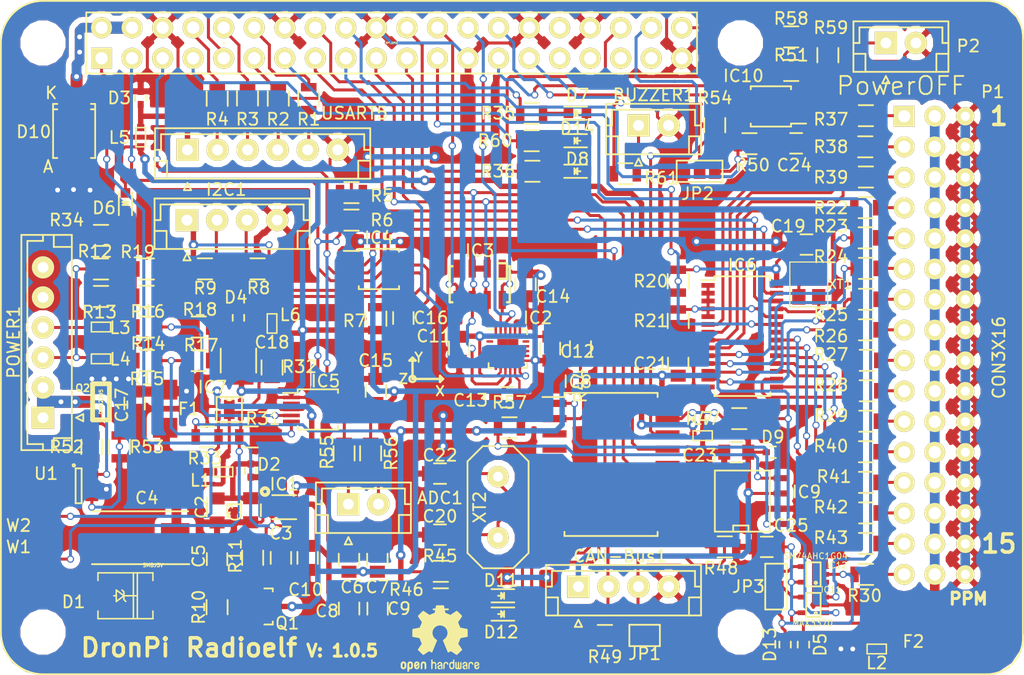
<source format=kicad_pcb>
(kicad_pcb (version 20160815) (host pcbnew no-vcs-found-7412~56~ubuntu16.04.1)
  (layers (0 F.Cu signal) (31 B.Cu signal) (34 B.Paste user) (35 F.Paste user) (36 B.SilkS user) (37 F.SilkS user) (38 B.Mask user) (39 F.Mask user) (44 Edge.Cuts user))
  (net 0 "")
  (net 1 GND)
  (net 2 "Net-(C4-Pad1)")
  (net 3 "Net-(C13-Pad1)")
  (net 4 "Net-(C16-Pad1)")
  (net 5 "Net-(D6-Pad1)")
  (net 6 "Net-(D7-Pad1)")
  (net 7 "Net-(D8-Pad1)")
  (net 8 "Net-(Q1-Pad1)")
  (net 9 "Net-(Q1-Pad2)")
  (net 10 "Net-(IC5-Pad4)")
  (net 11 "Net-(IC5-Pad5)")
  (net 12 "Net-(IC6-Pad1)")
  (net 13 "Net-(IC6-Pad9)")
  (net 14 "Net-(C3-Pad1)")
  (net 15 "Net-(IC7-Pad7)")
  (net 16 "Net-(IC6-Pad10)")
  (net 17 "Net-(IC6-Pad11)")
  (net 18 "Net-(IC6-Pad12)")
  (net 19 "Net-(IC6-Pad13)")
  (net 20 "Net-(IC6-Pad15)")
  (net 21 "Net-(IC6-Pad16)")
  (net 22 "Net-(IC6-Pad17)")
  (net 23 "Net-(L3-PadP$2)")
  (net 24 "Net-(L4-PadP$2)")
  (net 25 "Net-(IC6-Pad25)")
  (net 26 "Net-(IC6-Pad6)")
  (net 27 "Net-(IC6-Pad7)")
  (net 28 "Net-(IC6-Pad8)")
  (net 29 "Net-(IC6-Pad18)")
  (net 30 "Net-(IC6-Pad19)")
  (net 31 "Net-(IC6-Pad20)")
  (net 32 "Net-(IC6-Pad21)")
  (net 33 +3v3)
  (net 34 BBB_+3v3)
  (net 35 3v3_EN)
  (net 36 SPI_MISO)
  (net 37 SPI_MOSI)
  (net 38 SPI_CLK)
  (net 39 SCL)
  (net 40 SDA)
  (net 41 PWM_EN)
  (net 42 PPM)
  (net 43 LED_1)
  (net 44 LED_2)
  (net 45 VDD_5v)
  (net 46 "Net-(C20-Pad1)")
  (net 47 "Net-(C22-Pad1)")
  (net 48 "Net-(C23-Pad1)")
  (net 49 "Net-(D11-Pad2)")
  (net 50 "Net-(D11-Pad1)")
  (net 51 "Net-(D12-Pad2)")
  (net 52 "Net-(D12-Pad1)")
  (net 53 "Net-(IC8-Pad1)")
  (net 54 "Net-(IC8-Pad2)")
  (net 55 "Net-(IC8-Pad17)")
  (net 56 "Net-(IC9-Pad8)")
  (net 57 "Net-(JP1-Pad1)")
  (net 58 MPU_INT)
  (net 59 SPI_CS_MPU)
  (net 60 SPI_CS_BARO)
  (net 61 INT_CAN)
  (net 62 SPI_CS_CAN)
  (net 63 BUZZER)
  (net 64 HAT_SCL)
  (net 65 HAT_SDA)
  (net 66 "Net-(F2-Pad1)")
  (net 67 UART_TX)
  (net 68 UART_RX)
  (net 69 UART_CTS)
  (net 70 UART_RTS)
  (net 71 3v3)
  (net 72 VDD)
  (net 73 ANL_I)
  (net 74 ANL_V)
  (net 75 /Proteccion/REG_FAULT)
  (net 76 /Proteccion/REG_CE)
  (net 77 "Net-(R16-Pad1)")
  (net 78 "Net-(R17-Pad1)")
  (net 79 VCC_AUX)
  (net 80 +5v_SERV)
  (net 81 "Net-(Q2-Pad1)")
  (net 82 "Net-(R52-Pad1)")
  (net 83 "Net-(IC5-Pad6)")
  (net 84 "Net-(IC5-Pad7)")
  (net 85 Power)
  (net 86 "Net-(IC10-Pad7)")
  (net 87 "Net-(JP2-Pad2)")
  (net 88 "Net-(ADC1-Pad1)")
  (net 89 "Net-(ADC1-Pad2)")
  (net 90 "Net-(CAN-Bus1-Pad2)")
  (net 91 "Net-(CAN-Bus1-Pad3)")
  (net 92 "Net-(D3-Pad1)")
  (net 93 "Net-(D4-Pad1)")
  (net 94 "Net-(POWER1-Pad1)")
  (net 95 "Net-(R1-Pad2)")
  (net 96 "Net-(R2-Pad2)")
  (net 97 "Net-(R3-Pad2)")
  (net 98 "Net-(R4-Pad2)")
  (net 99 "Net-(IC11-Pad4)")
  (net 100 /PWM-PPM-SBUS/PPM_)
  (net 101 /PWM-PPM-SBUS/SBUS_)
  (net 102 "Net-(P1-Pad1)")
  (net 103 "Net-(P1-Pad4)")
  (net 104 "Net-(P1-Pad7)")
  (net 105 "Net-(P1-Pad10)")
  (net 106 "Net-(P1-Pad13)")
  (net 107 "Net-(P1-Pad16)")
  (net 108 "Net-(P1-Pad19)")
  (net 109 "Net-(P1-Pad22)")
  (net 110 "Net-(P1-Pad25)")
  (net 111 "Net-(P1-Pad28)")
  (net 112 "Net-(P1-Pad31)")
  (net 113 "Net-(P1-Pad34)")
  (net 114 "Net-(P1-Pad37)")
  (net 115 "Net-(P1-Pad40)")
  (net 116 "Net-(P1-Pad43)")
  (net 117 "Net-(P1-Pad46)")
  (net 118 /I2C/SCL2)
  (net 119 /I2C/SDA2)
  (net 120 "Net-(IC9-Pad4)")
  (net 121 "Net-(P2-Pad1)")
  (net 122 PowerOff)
  (net 123 "Net-(D14-Pad1)")
  (net 124 LED_3)
  (net 125 "Net-(BUZZER1-Pad1)")
  (net 126 "Net-(IC1-Pad3)")
  (net 127 "Net-(IC2-Pad21)")
  (net 128 "Net-(IC2-Pad19)")
  (net 129 "Net-(IC2-Pad7)")
  (net 130 "Net-(IC3-Pad4)")
  (net 131 "Net-(IC5-Pad2)")
  (net 132 "Net-(IC6-Pad22)")
  (net 133 "Net-(IC8-Pad6)")
  (net 134 "Net-(IC8-Pad5)")
  (net 135 "Net-(IC8-Pad4)")
  (net 136 "Net-(IC8-Pad3)")
  (net 137 "Net-(IC9-Pad5)")
  (net 138 "Net-(IC12-Pad1)")
  (net 139 "Net-(J1-Pad37)")
  (net 140 "Net-(J1-Pad35)")
  (net 141 "Net-(J1-Pad33)")
  (net 142 "Net-(J1-Pad32)")
  (net 143 "Net-(J1-Pad31)")
  (net 144 "Net-(XT1-Pad1)")
  (module dronpi:raspberrypi2 (layer F.Cu) (at 139.49 77.724)
    (fp_text reference J1 (at -13.97 0) (layer F.SilkS) (effects (font (size 0.15 0.15) (thickness 0.0375))))
    (fp_text value RPi_GPIO (at 0 0) (layer F.SilkS) (effects (font (size 0.15 0.15) (thickness 0.0375))))
    (pad "" np_thru_hole circle (at 29 49) (size 2.75 2.75) (drill 2.75) (layers *.Cu *.Mask F.SilkS))
    (pad "" np_thru_hole circle (at -29 49) (size 2.75 2.75) (drill 2.75) (layers *.Cu *.Mask F.SilkS))
    (pad "" np_thru_hole circle (at 29 0) (size 2.75 2.75) (drill 2.75) (layers *.Cu *.Mask F.SilkS))
    (pad "" np_thru_hole circle (at -29 0) (size 2.75 2.75) (drill 2.75) (layers *.Cu *.Mask F.SilkS))
    (pad 40 thru_hole circle (at 24.13 -1.27) (size 1.75 1.75) (drill 1.016) (layers *.Cu *.Mask F.SilkS) (net 122 PowerOff))
    (pad 39 thru_hole circle (at 24.13 1.27) (size 1.75 1.75) (drill 1.016) (layers *.Cu *.Mask F.SilkS) (net 1 GND))
    (pad 38 thru_hole circle (at 21.59 -1.27) (size 1.75 1.75) (drill 1.016) (layers *.Cu *.Mask F.SilkS) (net 62 SPI_CS_CAN))
    (pad 37 thru_hole circle (at 21.59 1.27) (size 1.75 1.75) (drill 1.016) (layers *.Cu *.Mask F.SilkS) (net 139 "Net-(J1-Pad37)"))
    (pad 36 thru_hole circle (at 19.05 -1.27) (size 1.75 1.75) (drill 1.016) (layers *.Cu *.Mask F.SilkS) (net 124 LED_3))
    (pad 35 thru_hole circle (at 19.05 1.27) (size 1.75 1.75) (drill 1.016) (layers *.Cu *.Mask F.SilkS) (net 140 "Net-(J1-Pad35)"))
    (pad 34 thru_hole circle (at 16.51 -1.27) (size 1.75 1.75) (drill 1.016) (layers *.Cu *.Mask F.SilkS) (net 1 GND))
    (pad 33 thru_hole circle (at 16.51 1.27) (size 1.75 1.75) (drill 1.016) (layers *.Cu *.Mask F.SilkS) (net 141 "Net-(J1-Pad33)"))
    (pad 32 thru_hole circle (at 13.97 -1.27) (size 1.75 1.75) (drill 1.016) (layers *.Cu *.Mask F.SilkS) (net 142 "Net-(J1-Pad32)"))
    (pad 31 thru_hole circle (at 13.97 1.27) (size 1.75 1.75) (drill 1.016) (layers *.Cu *.Mask F.SilkS) (net 143 "Net-(J1-Pad31)"))
    (pad 26 thru_hole circle (at 6.35 -1.27) (size 1.75 1.75) (drill 1.016) (layers *.Cu *.Mask F.SilkS) (net 59 SPI_CS_MPU))
    (pad 25 thru_hole circle (at 6.35 1.27) (size 1.75 1.75) (drill 1.016) (layers *.Cu *.Mask F.SilkS) (net 1 GND))
    (pad 22 thru_hole circle (at 1.27 -1.27) (size 1.75 1.75) (drill 1.016) (layers *.Cu *.Mask F.SilkS) (net 44 LED_2))
    (pad 21 thru_hole circle (at 1.27 1.27) (size 1.75 1.75) (drill 1.016) (layers *.Cu *.Mask F.SilkS) (net 36 SPI_MISO))
    (pad 20 thru_hole circle (at -1.27 -1.27) (size 1.75 1.75) (drill 1.016) (layers *.Cu *.Mask F.SilkS) (net 1 GND))
    (pad 19 thru_hole circle (at -1.27 1.27) (size 1.75 1.75) (drill 1.016) (layers *.Cu *.Mask F.SilkS) (net 37 SPI_MOSI))
    (pad 18 thru_hole circle (at -3.81 -1.27) (size 1.75 1.75) (drill 1.016) (layers *.Cu *.Mask F.SilkS) (net 43 LED_1))
    (pad 17 thru_hole circle (at -3.81 1.27) (size 1.75 1.75) (drill 1.016) (layers *.Cu *.Mask F.SilkS) (net 71 3v3))
    (pad 16 thru_hole circle (at -6.35 -1.27) (size 1.75 1.75) (drill 1.016) (layers *.Cu *.Mask F.SilkS) (net 58 MPU_INT))
    (pad 15 thru_hole circle (at -6.35 1.27) (size 1.75 1.75) (drill 1.016) (layers *.Cu *.Mask F.SilkS) (net 61 INT_CAN))
    (pad 14 thru_hole circle (at -8.89 -1.27) (size 1.75 1.75) (drill 1.016) (layers *.Cu *.Mask F.SilkS) (net 1 GND))
    (pad 13 thru_hole circle (at -8.89 1.27) (size 1.75 1.75) (drill 1.016) (layers *.Cu *.Mask F.SilkS) (net 41 PWM_EN))
    (pad 12 thru_hole circle (at -11.43 -1.27) (size 1.75 1.75) (drill 1.016) (layers *.Cu *.Mask F.SilkS) (net 70 UART_RTS))
    (pad 11 thru_hole circle (at -11.43 1.27) (size 1.75 1.75) (drill 1.016) (layers *.Cu *.Mask F.SilkS) (net 69 UART_CTS))
    (pad 10 thru_hole circle (at -13.97 -1.27) (size 1.75 1.75) (drill 1.016) (layers *.Cu *.Mask F.SilkS) (net 68 UART_RX))
    (pad 9 thru_hole circle (at -13.97 1.27) (size 1.75 1.75) (drill 1.016) (layers *.Cu *.Mask F.SilkS) (net 1 GND))
    (pad 8 thru_hole circle (at -16.51 -1.27) (size 1.75 1.75) (drill 1.016) (layers *.Cu *.Mask F.SilkS) (net 67 UART_TX))
    (pad 7 thru_hole circle (at -16.51 1.27) (size 1.75 1.75) (drill 1.016) (layers *.Cu *.Mask F.SilkS) (net 42 PPM))
    (pad 6 thru_hole circle (at -19.05 -1.27) (size 1.75 1.75) (drill 1.016) (layers *.Cu *.Mask F.SilkS) (net 1 GND))
    (pad 5 thru_hole circle (at -19.05 1.27) (size 1.75 1.75) (drill 1.016) (layers *.Cu *.Mask F.SilkS) (net 39 SCL))
    (pad 4 thru_hole circle (at -21.59 -1.27) (size 1.75 1.75) (drill 1.016) (layers *.Cu *.Mask F.SilkS) (net 72 VDD))
    (pad 3 thru_hole circle (at -21.59 1.27) (size 1.75 1.75) (drill 1.016) (layers *.Cu *.Mask F.SilkS) (net 40 SDA))
    (pad 2 thru_hole circle (at -24.13 -1.27) (size 1.75 1.75) (drill 1.016) (layers *.Cu *.Mask F.SilkS) (net 72 VDD))
    (pad 1 thru_hole rect (at -24.13 1.27) (size 1.75 1.75) (drill 1.016) (layers *.Cu *.Mask F.SilkS) (net 35 3v3_EN))
    (pad 23 thru_hole circle (at 3.81 1.27) (size 1.75 1.75) (drill 1.016) (layers *.Cu *.Mask F.SilkS) (net 38 SPI_CLK))
    (pad 24 thru_hole circle (at 3.81 -1.27) (size 1.75 1.75) (drill 1.016) (layers *.Cu *.Mask F.SilkS) (net 60 SPI_CS_BARO))
    (pad 30 thru_hole circle (at 11.43 -1.27) (size 1.75 1.75) (drill 1.016) (layers *.Cu *.Mask F.SilkS) (net 1 GND))
    (pad 29 thru_hole circle (at 11.43 1.27) (size 1.75 1.75) (drill 1.016) (layers *.Cu *.Mask F.SilkS) (net 63 BUZZER))
    (pad 28 thru_hole circle (at 8.89 -1.27) (size 1.75 1.75) (drill 1.016) (layers *.Cu *.Mask F.SilkS) (net 64 HAT_SCL))
    (pad 27 thru_hole circle (at 8.89 1.27) (size 1.75 1.75) (drill 1.016) (layers *.Cu *.Mask F.SilkS) (net 65 HAT_SDA))
  )
  (module Crystals:HC-18UV (layer F.Cu) (at 148.336 116.332 90)
    (fp_text reference XT2 (at 0 -1.524 270) (layer F.SilkS))
    (fp_text value 16Mhz)
    (pad 2 thru_hole circle (at 2.54 0 90) (size 1.778 1.778) (drill 0.8128) (layers *.Cu *.Mask F.SilkS) (net 47 "Net-(C22-Pad1)"))
    (pad 1 thru_hole circle (at -2.54 0 90) (size 1.778 1.778) (drill 0.8128) (layers *.Cu *.Mask F.SilkS) (net 46 "Net-(C20-Pad1)"))
  )
  (module dronpi:KYOCERA-KNH16-DA (layer F.Cu) (at 129.54 101.054 90)
    (fp_text reference L6 (at 0.724 1.524 -180) (layer F.SilkS))
    (fp_text value KNH16C104DA5TS hide)
    (pad P$5 smd rect (at 0 0 90) (size 0.4 0.4) (layers F.Cu F.Paste F.Mask) (net 1 GND))
    (pad P$4 smd rect (at 0 -0.4 90) (size 0.4 0.4) (layers F.Cu F.Paste F.Mask) (net 1 GND))
    (pad P$3 smd rect (at 0 0.4 90) (size 0.4 0.4) (layers F.Cu F.Paste F.Mask) (net 1 GND))
    (pad P$2 smd rect (at 0.8 0 90) (size 0.6 0.6) (layers F.Cu F.Paste F.Mask) (net 93 "Net-(D4-Pad1)"))
    (pad P$1 smd rect (at -0.8 0 90) (size 0.6 0.6) (layers F.Cu F.Paste F.Mask) (net 79 VCC_AUX))
  )
  (module Housings_SSOP:MSOP-8_3x3mm_Pitch0.65mm (layer F.Cu) (at 171.03 83 180)
    (fp_text reference IC10 (at 2.286 2.54 180) (layer F.SilkS))
    (fp_text value 24AA32)
    (pad 8 smd rect (at 2.2 -0.975 180) (size 1.45 0.45) (layers F.Cu F.Paste F.Mask) (net 71 3v3))
    (pad 7 smd rect (at 2.2 -0.325 180) (size 1.45 0.45) (layers F.Cu F.Paste F.Mask) (net 86 "Net-(IC10-Pad7)"))
    (pad 6 smd rect (at 2.2 0.325 180) (size 1.45 0.45) (layers F.Cu F.Paste F.Mask) (net 64 HAT_SCL))
    (pad 5 smd rect (at 2.2 0.975 180) (size 1.45 0.45) (layers F.Cu F.Paste F.Mask) (net 65 HAT_SDA))
    (pad 4 smd rect (at -2.2 0.975 180) (size 1.45 0.45) (layers F.Cu F.Paste F.Mask) (net 1 GND))
    (pad 3 smd rect (at -2.2 0.325 180) (size 1.45 0.45) (layers F.Cu F.Paste F.Mask) (net 1 GND))
    (pad 2 smd rect (at -2.2 -0.325 180) (size 1.45 0.45) (layers F.Cu F.Paste F.Mask) (net 1 GND))
    (pad 1 smd rect (at -2.2 -0.975 180) (size 1.45 0.45) (layers F.Cu F.Paste F.Mask) (net 1 GND))
  )
  (module awallin:MLF-8-1EP (layer F.Cu) (at 130.556 116.332)
    (fp_text reference IC1 (at 0 -1.905) (layer F.SilkS))
    (fp_text value MIC5332 hide)
    (pad 9 smd rect (at 0 0) (size 0.6 1.2) (layers F.Cu F.Paste F.Mask) (net 1 GND))
    (pad 8 smd oval (at 1 -0.75) (size 0.6 0.25) (layers F.Cu F.Paste F.Mask) (net 33 +3v3))
    (pad 7 smd oval (at 1 -0.25) (size 0.6 0.25) (layers F.Cu F.Paste F.Mask) (net 34 BBB_+3v3))
    (pad 6 smd oval (at 1 0.25) (size 0.6 0.25) (layers F.Cu F.Paste F.Mask) (net 14 "Net-(C3-Pad1)"))
    (pad 5 smd oval (at 1 0.75) (size 0.6 0.25) (layers F.Cu F.Paste F.Mask) (net 35 3v3_EN))
    (pad 4 smd oval (at -1 0.75) (size 0.6 0.25) (layers F.Cu F.Paste F.Mask) (net 35 3v3_EN))
    (pad 3 smd oval (at -1 0.25) (size 0.6 0.25) (layers F.Cu F.Paste F.Mask) (net 126 "Net-(IC1-Pad3)"))
    (pad 2 smd oval (at -1 -0.25) (size 0.6 0.25) (layers F.Cu F.Paste F.Mask) (net 1 GND))
    (pad 1 smd oval (at -1 -0.75) (size 0.7 0.25) (drill (offset 0.05 0)) (layers F.Cu F.Paste F.Mask) (net 45 VDD_5v))
  )
  (module Capacitors_SMD:C_0805 (layer F.Cu) (at 118.11 107.712 270)
    (fp_text reference C17 (at 0.128 1.06 270) (layer F.SilkS))
    (fp_text value 22uF)
    (pad 2 smd rect (at 1 0 270) (size 1 1.25) (layers F.Cu F.Paste F.Mask) (net 1 GND))
    (pad 1 smd rect (at -1 0 270) (size 1 1.25) (layers F.Cu F.Paste F.Mask) (net 85 Power))
  )
  (module dronpi:BQ24313_DSG_8 (layer F.Cu) (at 125.984 108.204)
    (fp_text reference IC7 (at -1.404 -1.854 180) (layer F.SilkS))
    (fp_text value BQ24315)
    (pad 9 smd rect (at 0 0) (size 0.0254 0.0254) (layers F.Cu F.Paste F.Mask) (net 1 GND))
    (pad 9 smd rect (at 0 0) (size 0.0254 0.0254) (layers F.Cu F.Paste F.Mask) (net 1 GND))
    (pad 9 smd rect (at 0 0) (size 0.889 1.6002) (layers F.Cu F.Paste F.Mask) (net 1 GND))
    (pad 8 smd circle (at 0.950001 -0.750001) (size 0.0254 0.0254) (layers F.Cu F.Paste F.Mask) (net 79 VCC_AUX))
    (pad 8 smd rect (at 0.950001 -0.750001) (size 0.4826 0.2794) (layers F.Cu F.Paste F.Mask) (net 79 VCC_AUX))
    (pad 7 smd circle (at 0.950001 -0.25) (size 0.0254 0.0254) (layers F.Cu F.Paste F.Mask) (net 15 "Net-(IC7-Pad7)"))
    (pad 7 smd rect (at 0.950001 -0.25) (size 0.4826 0.2794) (layers F.Cu F.Paste F.Mask) (net 15 "Net-(IC7-Pad7)"))
    (pad 6 smd circle (at 0.950001 0.25) (size 0.0254 0.0254) (layers F.Cu F.Paste F.Mask) (net 1 GND))
    (pad 6 smd rect (at 0.950001 0.25) (size 0.4826 0.2794) (layers F.Cu F.Paste F.Mask) (net 1 GND))
    (pad 5 smd circle (at 0.950001 0.750001) (size 0.0254 0.0254) (layers F.Cu F.Paste F.Mask) (net 76 /Proteccion/REG_CE))
    (pad 5 smd rect (at 0.950001 0.750001) (size 0.4826 0.2794) (layers F.Cu F.Paste F.Mask) (net 76 /Proteccion/REG_CE))
    (pad 4 smd circle (at -0.950001 0.750001) (size 0.0254 0.0254) (layers F.Cu F.Paste F.Mask) (net 75 /Proteccion/REG_FAULT))
    (pad 4 smd rect (at -0.950001 0.750001) (size 0.4826 0.2794) (layers F.Cu F.Paste F.Mask) (net 75 /Proteccion/REG_FAULT))
    (pad 3 smd circle (at -0.950001 0.25) (size 0.0254 0.0254) (layers F.Cu F.Paste F.Mask))
    (pad 3 smd rect (at -0.950001 0.25) (size 0.4826 0.2794) (layers F.Cu F.Paste F.Mask))
    (pad 2 smd circle (at -0.950001 -0.25) (size 0.0254 0.0254) (layers F.Cu F.Paste F.Mask) (net 1 GND))
    (pad 2 smd rect (at -0.950001 -0.25) (size 0.4826 0.2794) (layers F.Cu F.Paste F.Mask) (net 1 GND))
    (pad 1 smd circle (at -0.950001 -0.750001) (size 0.0254 0.0254) (layers F.Cu F.Paste F.Mask) (net 45 VDD_5v))
    (pad 1 smd rect (at -0.950001 -0.750001) (size 0.4826 0.2794) (layers F.Cu F.Paste F.Mask) (net 45 VDD_5v))
  )
  (module Capacitors_SMD:C_0805 (layer F.Cu) (at 140.462 100.6 270)
    (fp_text reference C16 (at -0.016 -2.286) (layer F.SilkS))
    (fp_text value 100nF)
    (pad 2 smd rect (at 1 0 270) (size 1 1.25) (layers F.Cu F.Paste F.Mask) (net 1 GND))
    (pad 1 smd rect (at -1 0 270) (size 1 1.25) (layers F.Cu F.Paste F.Mask) (net 4 "Net-(C16-Pad1)"))
  )
  (module LEDs:LED_0603 (layer F.Cu) (at 117.348 90.9447 90)
    (fp_text reference D6 (at -0.4953 -1.778 180) (layer F.SilkS))
    (fp_text value LED_rojo hide)
    (pad 1 smd rect (at -0.7493 0 270) (size 0.79756 0.79756) (layers F.Cu F.Paste F.Mask) (net 5 "Net-(D6-Pad1)"))
    (pad 2 smd rect (at 0.7493 0 270) (size 0.79756 0.79756) (layers F.Cu F.Paste F.Mask) (net 79 VCC_AUX))
  )
  (module LEDs:LED_0603 (layer F.Cu) (at 154.94 83.566)
    (fp_text reference D7 (at 0 -1.5) (layer F.SilkS))
    (fp_text value LED_verde hide)
    (pad 1 smd rect (at -0.7493 0 180) (size 0.79756 0.79756) (layers F.Cu F.Paste F.Mask) (net 6 "Net-(D7-Pad1)"))
    (pad 2 smd rect (at 0.7493 0 180) (size 0.79756 0.79756) (layers F.Cu F.Paste F.Mask) (net 79 VCC_AUX))
  )
  (module LEDs:LED_0603 (layer F.Cu) (at 154.94 88.392)
    (fp_text reference D8 (at 0 -1.016) (layer F.SilkS))
    (fp_text value LED_azul hide)
    (pad 1 smd rect (at -0.7493 0 180) (size 0.79756 0.79756) (layers F.Cu F.Paste F.Mask) (net 7 "Net-(D8-Pad1)"))
    (pad 2 smd rect (at 0.7493 0 180) (size 0.79756 0.79756) (layers F.Cu F.Paste F.Mask) (net 79 VCC_AUX))
  )
  (module Fuse_Holders_and_Fuses:Fuse_SMD1206_Wave (layer F.Cu) (at 120.65 108.14304 270)
    (fp_text reference F1 (at 0.01696 -1.97) (layer F.SilkS))
    (fp_text value 0ZCA0035FF2G hide)
    (pad 2 smd rect (at 1.58496 0) (size 2.02946 1.651) (layers F.Cu F.Paste F.Mask) (net 2 "Net-(C4-Pad1)"))
    (pad 1 smd rect (at -1.58496 0) (size 2.02946 1.651) (layers F.Cu F.Paste F.Mask) (net 85 Power))
  )
  (module Housings_SSOP:MSOP-10_3x3mm_Pitch0.5mm (layer F.Cu) (at 133.35 108.204)
    (fp_text reference IC5 (at 0.64 -2.354) (layer F.SilkS))
    (fp_text value ADC_ADS1115 hide)
    (pad 10 smd rect (at 2.2 -1) (size 1.4 0.3) (layers F.Cu F.Paste F.Mask) (net 39 SCL))
    (pad 9 smd rect (at 2.2 -0.5) (size 1.4 0.3) (layers F.Cu F.Paste F.Mask) (net 40 SDA))
    (pad 8 smd rect (at 2.2 0) (size 1.4 0.3) (layers F.Cu F.Paste F.Mask) (net 33 +3v3))
    (pad 7 smd rect (at 2.2 0.5) (size 1.4 0.3) (layers F.Cu F.Paste F.Mask) (net 84 "Net-(IC5-Pad7)"))
    (pad 6 smd rect (at 2.2 1) (size 1.4 0.3) (layers F.Cu F.Paste F.Mask) (net 83 "Net-(IC5-Pad6)"))
    (pad 5 smd rect (at -2.2 1) (size 1.4 0.3) (layers F.Cu F.Paste F.Mask) (net 11 "Net-(IC5-Pad5)"))
    (pad 4 smd rect (at -2.2 0.5) (size 1.4 0.3) (layers F.Cu F.Paste F.Mask) (net 10 "Net-(IC5-Pad4)"))
    (pad 3 smd rect (at -2.2 0) (size 1.4 0.3) (layers F.Cu F.Paste F.Mask) (net 1 GND))
    (pad 2 smd rect (at -2.2 -0.5) (size 1.4 0.3) (layers F.Cu F.Paste F.Mask) (net 131 "Net-(IC5-Pad2)"))
    (pad 1 smd rect (at -2.2 -1) (size 1.4 0.3) (layers F.Cu F.Paste F.Mask) (net 1 GND))
  )
  (module Tinkerforge:MS5611 (layer F.Cu) (at 146.812 97.79 180)
    (fp_text reference IC3 (at 0 2.794 180) (layer F.SilkS))
    (fp_text value MS5611-01BA hide)
    (pad 8 smd rect (at -1.87452 -1.30048 180) (size 0.59944 1.50114) (layers F.Cu F.Paste F.Mask) (net 38 SPI_CLK))
    (pad 7 smd rect (at -0.62484 -1.30048 180) (size 0.59944 1.50114) (layers F.Cu F.Paste F.Mask) (net 37 SPI_MOSI))
    (pad 6 smd rect (at 0.62484 -1.30048 180) (size 0.59944 1.50114) (layers F.Cu F.Paste F.Mask) (net 36 SPI_MISO))
    (pad 5 smd rect (at 1.87452 -1.30048 180) (size 0.59944 1.50114) (layers F.Cu F.Paste F.Mask) (net 60 SPI_CS_BARO))
    (pad 4 smd rect (at 1.87452 1.30048) (size 0.59944 1.50114) (layers F.Cu F.Paste F.Mask) (net 130 "Net-(IC3-Pad4)"))
    (pad 3 smd rect (at 0.62484 1.30048) (size 0.59944 1.50114) (layers F.Cu F.Paste F.Mask) (net 1 GND))
    (pad 2 smd rect (at -0.62484 1.30048) (size 0.59944 1.50114) (layers F.Cu F.Paste F.Mask) (net 1 GND))
    (pad 1 smd rect (at -1.87452 1.30048) (size 0.59944 1.50114) (layers F.Cu F.Paste F.Mask) (net 33 +3v3))
  )
  (module Housings_SSOP:TSSOP-28_4.4x9.7mm_Pitch0.65mm (layer F.Cu) (at 168.656 102.108)
    (fp_text reference IC6 (at 0 -5.9) (layer F.SilkS))
    (fp_text value PCA9685)
    (pad 28 smd rect (at 2.85 -4.225) (size 1.1 0.4) (layers F.Cu F.Paste F.Mask) (net 34 BBB_+3v3))
    (pad 27 smd rect (at 2.85 -3.575) (size 1.1 0.4) (layers F.Cu F.Paste F.Mask) (net 40 SDA))
    (pad 26 smd rect (at 2.85 -2.925) (size 1.1 0.4) (layers F.Cu F.Paste F.Mask) (net 39 SCL))
    (pad 25 smd rect (at 2.85 -2.275) (size 1.1 0.4) (layers F.Cu F.Paste F.Mask) (net 25 "Net-(IC6-Pad25)"))
    (pad 24 smd rect (at 2.85 -1.625) (size 1.1 0.4) (layers F.Cu F.Paste F.Mask) (net 12 "Net-(IC6-Pad1)"))
    (pad 23 smd rect (at 2.85 -0.975) (size 1.1 0.4) (layers F.Cu F.Paste F.Mask) (net 41 PWM_EN))
    (pad 22 smd rect (at 2.85 -0.325) (size 1.1 0.4) (layers F.Cu F.Paste F.Mask) (net 132 "Net-(IC6-Pad22)"))
    (pad 21 smd rect (at 2.85 0.325) (size 1.1 0.4) (layers F.Cu F.Paste F.Mask) (net 32 "Net-(IC6-Pad21)"))
    (pad 20 smd rect (at 2.85 0.975) (size 1.1 0.4) (layers F.Cu F.Paste F.Mask) (net 31 "Net-(IC6-Pad20)"))
    (pad 19 smd rect (at 2.85 1.625) (size 1.1 0.4) (layers F.Cu F.Paste F.Mask) (net 30 "Net-(IC6-Pad19)"))
    (pad 18 smd rect (at 2.85 2.275) (size 1.1 0.4) (layers F.Cu F.Paste F.Mask) (net 29 "Net-(IC6-Pad18)"))
    (pad 17 smd rect (at 2.85 2.925) (size 1.1 0.4) (layers F.Cu F.Paste F.Mask) (net 22 "Net-(IC6-Pad17)"))
    (pad 16 smd rect (at 2.85 3.575) (size 1.1 0.4) (layers F.Cu F.Paste F.Mask) (net 21 "Net-(IC6-Pad16)"))
    (pad 15 smd rect (at 2.85 4.225) (size 1.1 0.4) (layers F.Cu F.Paste F.Mask) (net 20 "Net-(IC6-Pad15)"))
    (pad 14 smd rect (at -2.85 4.225) (size 1.1 0.4) (layers F.Cu F.Paste F.Mask) (net 1 GND))
    (pad 13 smd rect (at -2.85 3.575) (size 1.1 0.4) (layers F.Cu F.Paste F.Mask) (net 19 "Net-(IC6-Pad13)"))
    (pad 12 smd rect (at -2.85 2.925) (size 1.1 0.4) (layers F.Cu F.Paste F.Mask) (net 18 "Net-(IC6-Pad12)"))
    (pad 11 smd rect (at -2.85 2.275) (size 1.1 0.4) (layers F.Cu F.Paste F.Mask) (net 17 "Net-(IC6-Pad11)"))
    (pad 10 smd rect (at -2.85 1.625) (size 1.1 0.4) (layers F.Cu F.Paste F.Mask) (net 16 "Net-(IC6-Pad10)"))
    (pad 9 smd rect (at -2.85 0.975) (size 1.1 0.4) (layers F.Cu F.Paste F.Mask) (net 13 "Net-(IC6-Pad9)"))
    (pad 8 smd rect (at -2.85 0.325) (size 1.1 0.4) (layers F.Cu F.Paste F.Mask) (net 28 "Net-(IC6-Pad8)"))
    (pad 7 smd rect (at -2.85 -0.325) (size 1.1 0.4) (layers F.Cu F.Paste F.Mask) (net 27 "Net-(IC6-Pad7)"))
    (pad 6 smd rect (at -2.85 -0.975) (size 1.1 0.4) (layers F.Cu F.Paste F.Mask) (net 26 "Net-(IC6-Pad6)"))
    (pad 5 smd rect (at -2.85 -1.625) (size 1.1 0.4) (layers F.Cu F.Paste F.Mask) (net 12 "Net-(IC6-Pad1)"))
    (pad 4 smd rect (at -2.85 -2.275) (size 1.1 0.4) (layers F.Cu F.Paste F.Mask) (net 12 "Net-(IC6-Pad1)"))
    (pad 3 smd rect (at -2.85 -2.925) (size 1.1 0.4) (layers F.Cu F.Paste F.Mask) (net 12 "Net-(IC6-Pad1)"))
    (pad 2 smd rect (at -2.85 -3.575) (size 1.1 0.4) (layers F.Cu F.Paste F.Mask) (net 12 "Net-(IC6-Pad1)"))
    (pad 1 smd rect (at -2.85 -4.225) (size 1.1 0.4) (layers F.Cu F.Paste F.Mask) (net 12 "Net-(IC6-Pad1)"))
  )
  (module dronpi:KYOCERA-KNH16-DA (layer F.Cu) (at 125.476 113.392)
    (fp_text reference L1 (at -1.876 0.708) (layer F.SilkS))
    (fp_text value KNH16C104DA5TS hide)
    (pad P$5 smd rect (at 0 0) (size 0.4 0.4) (layers F.Cu F.Paste F.Mask) (net 1 GND))
    (pad P$4 smd rect (at 0 -0.4) (size 0.4 0.4) (layers F.Cu F.Paste F.Mask) (net 1 GND))
    (pad P$3 smd rect (at 0 0.4) (size 0.4 0.4) (layers F.Cu F.Paste F.Mask) (net 1 GND))
    (pad P$2 smd rect (at 0.8 0) (size 0.6 0.6) (layers F.Cu F.Paste F.Mask) (net 45 VDD_5v))
    (pad P$1 smd rect (at -0.8 0) (size 0.6 0.6) (layers F.Cu F.Paste F.Mask) (net 2 "Net-(C4-Pad1)"))
  )
  (module dronpi:KYOCERA-KNH16-DA (layer F.Cu) (at 179.832 128.124)
    (fp_text reference L2 (at 0 1.162) (layer F.SilkS))
    (fp_text value KNH16C104DA5TS hide)
    (pad P$5 smd rect (at 0 0) (size 0.4 0.4) (layers F.Cu F.Paste F.Mask) (net 1 GND))
    (pad P$4 smd rect (at 0 -0.4) (size 0.4 0.4) (layers F.Cu F.Paste F.Mask) (net 1 GND))
    (pad P$3 smd rect (at 0 0.4) (size 0.4 0.4) (layers F.Cu F.Paste F.Mask) (net 1 GND))
    (pad P$2 smd rect (at 0.8 0) (size 0.6 0.6) (layers F.Cu F.Paste F.Mask) (net 80 +5v_SERV))
    (pad P$1 smd rect (at -0.8 0) (size 0.6 0.6) (layers F.Cu F.Paste F.Mask) (net 85 Power))
  )
  (module dronpi:KYOCERA-KNH16-DA (layer F.Cu) (at 115.316 101.346)
    (fp_text reference L3 (at 1.594 0.064) (layer F.SilkS))
    (fp_text value KNH16C104DA5TS hide)
    (pad P$5 smd rect (at 0 0) (size 0.4 0.4) (layers F.Cu F.Paste F.Mask) (net 1 GND))
    (pad P$4 smd rect (at 0 -0.4) (size 0.4 0.4) (layers F.Cu F.Paste F.Mask) (net 1 GND))
    (pad P$3 smd rect (at 0 0.4) (size 0.4 0.4) (layers F.Cu F.Paste F.Mask) (net 1 GND))
    (pad P$2 smd rect (at 0.8 0) (size 0.6 0.6) (layers F.Cu F.Paste F.Mask) (net 23 "Net-(L3-PadP$2)"))
    (pad P$1 smd rect (at -0.8 0) (size 0.6 0.6) (layers F.Cu F.Paste F.Mask) (net 74 ANL_V))
  )
  (module dronpi:KYOCERA-KNH16-DA (layer F.Cu) (at 115.316 103.994)
    (fp_text reference L4 (at 1.604 0.036) (layer F.SilkS))
    (fp_text value KNH16C104DA5TS hide)
    (pad P$5 smd rect (at 0 0) (size 0.4 0.4) (layers F.Cu F.Paste F.Mask) (net 1 GND))
    (pad P$4 smd rect (at 0 -0.4) (size 0.4 0.4) (layers F.Cu F.Paste F.Mask) (net 1 GND))
    (pad P$3 smd rect (at 0 0.4) (size 0.4 0.4) (layers F.Cu F.Paste F.Mask) (net 1 GND))
    (pad P$2 smd rect (at 0.8 0) (size 0.6 0.6) (layers F.Cu F.Paste F.Mask) (net 24 "Net-(L4-PadP$2)"))
    (pad P$1 smd rect (at -0.8 0) (size 0.6 0.6) (layers F.Cu F.Paste F.Mask) (net 73 ANL_I))
  )
  (module dronpi:KYOCERA-KNH16-DA (layer F.Cu) (at 118.618 85.56 270)
    (fp_text reference L5 (at 0.03 1.778) (layer F.SilkS))
    (fp_text value KNH16C104DA5TS hide)
    (pad P$5 smd rect (at 0 0 270) (size 0.4 0.4) (layers F.Cu F.Paste F.Mask) (net 1 GND))
    (pad P$4 smd rect (at 0 -0.4 270) (size 0.4 0.4) (layers F.Cu F.Paste F.Mask) (net 1 GND))
    (pad P$3 smd rect (at 0 0.4 270) (size 0.4 0.4) (layers F.Cu F.Paste F.Mask) (net 1 GND))
    (pad P$2 smd rect (at 0.8 0 270) (size 0.6 0.6) (layers F.Cu F.Paste F.Mask) (net 79 VCC_AUX))
    (pad P$1 smd rect (at -0.8 0 270) (size 0.6 0.6) (layers F.Cu F.Paste F.Mask) (net 92 "Net-(D3-Pad1)"))
  )
  (module dronpi:KYOCERA-KNH16-DA (layer F.Cu) (at 165.354 110.382)
    (fp_text reference L7 (at 0 -1.416) (layer F.SilkS))
    (fp_text value KNH16C104DA5TS hide)
    (pad P$5 smd rect (at 0 0) (size 0.4 0.4) (layers F.Cu F.Paste F.Mask) (net 1 GND))
    (pad P$4 smd rect (at 0 -0.4) (size 0.4 0.4) (layers F.Cu F.Paste F.Mask) (net 1 GND))
    (pad P$3 smd rect (at 0 0.4) (size 0.4 0.4) (layers F.Cu F.Paste F.Mask) (net 1 GND))
    (pad P$2 smd rect (at 0.8 0) (size 0.6 0.6) (layers F.Cu F.Paste F.Mask) (net 48 "Net-(C23-Pad1)"))
    (pad P$1 smd rect (at -0.8 0) (size 0.6 0.6) (layers F.Cu F.Paste F.Mask) (net 79 VCC_AUX))
  )
  (module dronpi:ASEseries (layer F.Cu) (at 174.1805 97.79 270)
    (fp_text reference XT1 (at 0 -2.6035) (layer F.SilkS) (effects (font (size 0.7493 0.7493) (thickness 0.12446))))
    (fp_text value CRYSTAL_ASE-25mhz hide)
    (pad 4 smd rect (at -1.04902 -0.8255 270) (size 1.30048 1.09982) (layers F.Cu F.Paste F.Mask) (net 34 BBB_+3v3))
    (pad 3 smd rect (at 1.04902 -0.8255 270) (size 1.30048 1.09982) (layers F.Cu F.Paste F.Mask) (net 25 "Net-(IC6-Pad25)"))
    (pad 2 smd rect (at 1.04902 0.8255 270) (size 1.30048 1.09982) (layers F.Cu F.Paste F.Mask) (net 1 GND))
    (pad 1 smd rect (at -1.04902 0.8255 270) (size 1.30048 1.09982) (layers F.Cu F.Paste F.Mask) (net 144 "Net-(XT1-Pad1)"))
  )
  (module TO_SOT_Packages_SMD:SOT-23 (layer F.Cu) (at 128.95 124.59 270)
    (fp_text reference Q1 (at 1.394 -1.86) (layer F.SilkS))
    (fp_text value MMBT3906LT1 hide)
    (pad 3 smd rect (at 0 -0.99822 270) (size 0.8001 0.8001) (layers F.Cu F.Paste F.Mask) (net 33 +3v3))
    (pad 2 smd rect (at 0.95 1.00076 270) (size 0.8001 0.8001) (layers F.Cu F.Paste F.Mask) (net 9 "Net-(Q1-Pad2)"))
    (pad 1 smd rect (at -0.95 1.00076 270) (size 0.8001 0.8001) (layers F.Cu F.Paste F.Mask) (net 8 "Net-(Q1-Pad1)"))
  )
  (module Capacitors_SMD:C_0402 (layer F.Cu) (at 127.762 113.284 270)
    (fp_text reference D2 (at -0.508 -1.524) (layer F.SilkS))
    (fp_text value PESD0402-140 hide)
    (pad 2 smd rect (at 0.55 0 270) (size 0.6 0.5) (layers F.Cu F.Paste F.Mask) (net 1 GND))
    (pad 1 smd rect (at -0.55 0 270) (size 0.6 0.5) (layers F.Cu F.Paste F.Mask) (net 45 VDD_5v))
  )
  (module Capacitors_SMD:C_0402 (layer F.Cu) (at 118.618 82.296 90)
    (fp_text reference D3 (at 0 -1.778 180) (layer F.SilkS))
    (fp_text value PESD0402-140 hide)
    (pad 2 smd rect (at 0.55 0 90) (size 0.6 0.5) (layers F.Cu F.Paste F.Mask) (net 1 GND))
    (pad 1 smd rect (at -0.55 0 90) (size 0.6 0.5) (layers F.Cu F.Paste F.Mask) (net 92 "Net-(D3-Pad1)"))
  )
  (module Capacitors_SMD:C_0402 (layer F.Cu) (at 126.746 100.584 270)
    (fp_text reference D4 (at -1.708 0.216) (layer F.SilkS))
    (fp_text value PESD0402-140 hide)
    (pad 2 smd rect (at 0.55 0 270) (size 0.6 0.5) (layers F.Cu F.Paste F.Mask) (net 1 GND))
    (pad 1 smd rect (at -0.55 0 270) (size 0.6 0.5) (layers F.Cu F.Paste F.Mask) (net 93 "Net-(D4-Pad1)"))
  )
  (module Capacitors_SMD:C_0402 (layer F.Cu) (at 173.736 127.762 270)
    (fp_text reference D5 (at 0.006 -1.396 270) (layer F.SilkS))
    (fp_text value PESD0402-140 hide)
    (pad 2 smd rect (at 0.55 0 270) (size 0.6 0.5) (layers F.Cu F.Paste F.Mask) (net 1 GND))
    (pad 1 smd rect (at -0.55 0 270) (size 0.6 0.5) (layers F.Cu F.Paste F.Mask) (net 80 +5v_SERV))
  )
  (module Capacitors_SMD:C_0402 (layer F.Cu) (at 171.196 111.76)
    (fp_text reference D9 (at -0.006 -1.256) (layer F.SilkS))
    (fp_text value PESD0402-140 hide)
    (pad 2 smd rect (at 0.55 0) (size 0.6 0.5) (layers F.Cu F.Paste F.Mask) (net 1 GND))
    (pad 1 smd rect (at -0.55 0) (size 0.6 0.5) (layers F.Cu F.Paste F.Mask) (net 48 "Net-(C23-Pad1)"))
  )
  (module Capacitors_SMD:C_0805 (layer F.Cu) (at 127.762 116.586 270)
    (fp_text reference C1 (at 0 1.27 90) (layer F.SilkS))
    (fp_text value 100nF)
    (pad 2 smd rect (at 1 0 270) (size 1 1.25) (layers F.Cu F.Paste F.Mask) (net 1 GND))
    (pad 1 smd rect (at -1 0 270) (size 1 1.25) (layers F.Cu F.Paste F.Mask) (net 45 VDD_5v))
  )
  (module Capacitors_SMD:C_0805 (layer F.Cu) (at 124.968 120.65 90)
    (fp_text reference C5 (at 0.254 -1.524 90) (layer F.SilkS))
    (fp_text value 100nF)
    (pad 2 smd rect (at 1 0 90) (size 1 1.25) (layers F.Cu F.Paste F.Mask) (net 1 GND))
    (pad 1 smd rect (at -1 0 90) (size 1 1.25) (layers F.Cu F.Paste F.Mask) (net 2 "Net-(C4-Pad1)"))
  )
  (module Capacitors_SMD:C_0805 (layer F.Cu) (at 138.3 120.7 90)
    (fp_text reference C7 (at -2.27 0 -180) (layer F.SilkS))
    (fp_text value 100nF)
    (pad 2 smd rect (at 1 0 90) (size 1 1.25) (layers F.Cu F.Paste F.Mask) (net 1 GND))
    (pad 1 smd rect (at -1 0 90) (size 1 1.25) (layers F.Cu F.Paste F.Mask) (net 33 +3v3))
  )
  (module Capacitors_SMD:C_0805 (layer F.Cu) (at 132.5 120.55 270)
    (fp_text reference C10 (at 2.64 0.166) (layer F.SilkS))
    (fp_text value 100nF)
    (pad 2 smd rect (at 1 0 270) (size 1 1.25) (layers F.Cu F.Paste F.Mask) (net 1 GND))
    (pad 1 smd rect (at -1 0 270) (size 1 1.25) (layers F.Cu F.Paste F.Mask) (net 34 BBB_+3v3))
  )
  (module Capacitors_SMD:C_0805 (layer F.Cu) (at 145.11 103.16 270)
    (fp_text reference C11 (at -1.052 2.108) (layer F.SilkS))
    (fp_text value 100nF)
    (pad 2 smd rect (at 1 0 270) (size 1 1.25) (layers F.Cu F.Paste F.Mask) (net 1 GND))
    (pad 1 smd rect (at -1 0 270) (size 1 1.25) (layers F.Cu F.Paste F.Mask) (net 33 +3v3))
  )
  (module Capacitors_SMD:C_0805 (layer F.Cu) (at 150.622 97.79 270)
    (fp_text reference C14 (at 1.016 -2.286) (layer F.SilkS))
    (fp_text value 100nF)
    (pad 2 smd rect (at 1 0 270) (size 1 1.25) (layers F.Cu F.Paste F.Mask) (net 1 GND))
    (pad 1 smd rect (at -1 0 270) (size 1 1.25) (layers F.Cu F.Paste F.Mask) (net 33 +3v3))
  )
  (module Capacitors_SMD:C_0805 (layer F.Cu) (at 138.176 106.664 90)
    (fp_text reference C15 (at 2.524 -0.016 -180) (layer F.SilkS))
    (fp_text value 100nF)
    (pad 2 smd rect (at 1 0 90) (size 1 1.25) (layers F.Cu F.Paste F.Mask) (net 1 GND))
    (pad 1 smd rect (at -1 0 90) (size 1 1.25) (layers F.Cu F.Paste F.Mask) (net 33 +3v3))
  )
  (module Capacitors_SMD:C_0805 (layer F.Cu) (at 173.99 94.488 180)
    (fp_text reference C19 (at 1.524 1.524 180) (layer F.SilkS))
    (fp_text value 100nF)
    (pad 2 smd rect (at 1 0 180) (size 1 1.25) (layers F.Cu F.Paste F.Mask) (net 1 GND))
    (pad 1 smd rect (at -1 0 180) (size 1 1.25) (layers F.Cu F.Paste F.Mask) (net 34 BBB_+3v3))
  )
  (module Resistors_SMD:R_0805 (layer F.Cu) (at 132.59 82.35 270)
    (fp_text reference R1 (at 1.724 0.002) (layer F.SilkS))
    (fp_text value 120R)
    (pad 2 smd rect (at 0.95 0 270) (size 0.7 1.3) (layers F.Cu F.Paste F.Mask) (net 95 "Net-(R1-Pad2)"))
    (pad 1 smd rect (at -0.95 0 270) (size 0.7 1.3) (layers F.Cu F.Paste F.Mask) (net 70 UART_RTS))
  )
  (module Resistors_SMD:R_0805 (layer F.Cu) (at 130.06 82.35 270)
    (fp_text reference R2 (at 1.724 0.012) (layer F.SilkS))
    (fp_text value 120R)
    (pad 2 smd rect (at 0.95 0 270) (size 0.7 1.3) (layers F.Cu F.Paste F.Mask) (net 96 "Net-(R2-Pad2)"))
    (pad 1 smd rect (at -0.95 0 270) (size 0.7 1.3) (layers F.Cu F.Paste F.Mask) (net 69 UART_CTS))
  )
  (module Resistors_SMD:R_0805 (layer F.Cu) (at 127.5 82.33 270)
    (fp_text reference R3 (at 1.744 -0.008) (layer F.SilkS))
    (fp_text value 120R)
    (pad 2 smd rect (at 0.95 0 270) (size 0.7 1.3) (layers F.Cu F.Paste F.Mask) (net 97 "Net-(R3-Pad2)"))
    (pad 1 smd rect (at -0.95 0 270) (size 0.7 1.3) (layers F.Cu F.Paste F.Mask) (net 68 UART_RX))
  )
  (module Resistors_SMD:R_0805 (layer F.Cu) (at 124.98 82.36 270)
    (fp_text reference R4 (at 1.714 0.012) (layer F.SilkS))
    (fp_text value 120R)
    (pad 2 smd rect (at 0.95 0 270) (size 0.7 1.3) (layers F.Cu F.Paste F.Mask) (net 98 "Net-(R4-Pad2)"))
    (pad 1 smd rect (at -0.95 0 270) (size 0.7 1.3) (layers F.Cu F.Paste F.Mask) (net 67 UART_TX))
  )
  (module Resistors_SMD:R_0805 (layer F.Cu) (at 136.144 90.17 180)
    (fp_text reference R5 (at -2.54 -0.254) (layer F.SilkS))
    (fp_text value 1K5)
    (pad 2 smd rect (at 0.95 0 180) (size 0.7 1.3) (layers F.Cu F.Paste F.Mask) (net 39 SCL))
    (pad 1 smd rect (at -0.95 0 180) (size 0.7 1.3) (layers F.Cu F.Paste F.Mask) (net 33 +3v3))
  )
  (module Resistors_SMD:R_0805 (layer F.Cu) (at 136.144 92.456 180)
    (fp_text reference R6 (at -2.54 0) (layer F.SilkS))
    (fp_text value 1K5)
    (pad 2 smd rect (at 0.95 0 180) (size 0.7 1.3) (layers F.Cu F.Paste F.Mask) (net 40 SDA))
    (pad 1 smd rect (at -0.95 0 180) (size 0.7 1.3) (layers F.Cu F.Paste F.Mask) (net 33 +3v3))
  )
  (module Resistors_SMD:R_0805 (layer F.Cu) (at 138.176 100.65 90)
    (fp_text reference R7 (at -0.188 -1.778 -180) (layer F.SilkS))
    (fp_text value 200K)
    (pad 2 smd rect (at 0.95 0 90) (size 0.7 1.3) (layers F.Cu F.Paste F.Mask) (net 4 "Net-(C16-Pad1)"))
    (pad 1 smd rect (at -0.95 0 90) (size 0.7 1.3) (layers F.Cu F.Paste F.Mask) (net 79 VCC_AUX))
  )
  (module Resistors_SMD:R_0805 (layer F.Cu) (at 128.34 96.51 180)
    (fp_text reference R8 (at -0.08 -1.59 180) (layer F.SilkS))
    (fp_text value 1K5)
    (pad 2 smd rect (at 0.95 0 180) (size 0.7 1.3) (layers F.Cu F.Paste F.Mask) (net 119 /I2C/SDA2))
    (pad 1 smd rect (at -0.95 0 180) (size 0.7 1.3) (layers F.Cu F.Paste F.Mask) (net 93 "Net-(D4-Pad1)"))
  )
  (module Resistors_SMD:R_0805 (layer F.Cu) (at 123.96 96.51)
    (fp_text reference R9 (at 0.02 1.61) (layer F.SilkS))
    (fp_text value 1K5)
    (pad 2 smd rect (at 0.95 0) (size 0.7 1.3) (layers F.Cu F.Paste F.Mask) (net 118 /I2C/SCL2))
    (pad 1 smd rect (at -0.95 0) (size 0.7 1.3) (layers F.Cu F.Paste F.Mask) (net 93 "Net-(D4-Pad1)"))
  )
  (module Resistors_SMD:R_0805 (layer F.Cu) (at 124.968 124.648 90)
    (fp_text reference R10 (at 0 -1.524 90) (layer F.SilkS))
    (fp_text value 10R)
    (pad 2 smd rect (at 0.95 0 90) (size 0.7 1.3) (layers F.Cu F.Paste F.Mask) (net 1 GND))
    (pad 1 smd rect (at -0.95 0 90) (size 0.7 1.3) (layers F.Cu F.Paste F.Mask) (net 9 "Net-(Q1-Pad2)"))
  )
  (module Resistors_SMD:R_0805 (layer F.Cu) (at 127.93 120.54 270)
    (fp_text reference R11 (at -0.144 1.438 90) (layer F.SilkS))
    (fp_text value 1k8)
    (pad 2 smd rect (at 0.95 0 270) (size 0.7 1.3) (layers F.Cu F.Paste F.Mask) (net 8 "Net-(Q1-Pad1)"))
    (pad 1 smd rect (at -0.95 0 270) (size 0.7 1.3) (layers F.Cu F.Paste F.Mask) (net 35 3v3_EN))
  )
  (module Resistors_SMD:R_0805 (layer F.Cu) (at 115.316 96.52)
    (fp_text reference R12 (at -0.508 -1.47) (layer F.SilkS))
    (fp_text value 1M)
    (pad 2 smd rect (at 0.95 0) (size 0.7 1.3) (layers F.Cu F.Paste F.Mask) (net 1 GND))
    (pad 1 smd rect (at -0.95 0) (size 0.7 1.3) (layers F.Cu F.Paste F.Mask) (net 73 ANL_I))
  )
  (module Resistors_SMD:R_0805 (layer F.Cu) (at 115.316 98.806)
    (fp_text reference R13 (at -0.126 1.304) (layer F.SilkS))
    (fp_text value 1M)
    (pad 2 smd rect (at 0.95 0) (size 0.7 1.3) (layers F.Cu F.Paste F.Mask) (net 1 GND))
    (pad 1 smd rect (at -0.95 0) (size 0.7 1.3) (layers F.Cu F.Paste F.Mask) (net 74 ANL_V))
  )
  (module Resistors_SMD:R_0805 (layer F.Cu) (at 163.322 97.536 270)
    (fp_text reference R20 (at 0 2.286) (layer F.SilkS))
    (fp_text value 10K)
    (pad 2 smd rect (at 0.95 0 270) (size 0.7 1.3) (layers F.Cu F.Paste F.Mask) (net 41 PWM_EN))
    (pad 1 smd rect (at -0.95 0 270) (size 0.7 1.3) (layers F.Cu F.Paste F.Mask) (net 34 BBB_+3v3))
  )
  (module Resistors_SMD:R_0805 (layer F.Cu) (at 163.322 100.838 270)
    (fp_text reference R21 (at 0 2.286) (layer F.SilkS))
    (fp_text value 10K)
    (pad 2 smd rect (at 0.95 0 270) (size 0.7 1.3) (layers F.Cu F.Paste F.Mask) (net 1 GND))
    (pad 1 smd rect (at -0.95 0 270) (size 0.7 1.3) (layers F.Cu F.Paste F.Mask) (net 12 "Net-(IC6-Pad1)"))
  )
  (module Resistors_SMD:R_0805 (layer F.Cu) (at 178.92 91.42 180)
    (fp_text reference R22 (at 2.898 -0.02 180) (layer F.SilkS))
    (fp_text value 220)
    (pad 2 smd rect (at 0.95 0 180) (size 0.7 1.3) (layers F.Cu F.Paste F.Mask) (net 13 "Net-(IC6-Pad9)"))
    (pad 1 smd rect (at -0.95 0 180) (size 0.7 1.3) (layers F.Cu F.Paste F.Mask) (net 105 "Net-(P1-Pad10)"))
  )
  (module Resistors_SMD:R_0805 (layer F.Cu) (at 178.92 93.93 180)
    (fp_text reference R23 (at 2.898 0.966 180) (layer F.SilkS))
    (fp_text value 220)
    (pad 2 smd rect (at 0.95 0 180) (size 0.7 1.3) (layers F.Cu F.Paste F.Mask) (net 16 "Net-(IC6-Pad10)"))
    (pad 1 smd rect (at -0.95 0 180) (size 0.7 1.3) (layers F.Cu F.Paste F.Mask) (net 106 "Net-(P1-Pad13)"))
  )
  (module Resistors_SMD:R_0805 (layer F.Cu) (at 178.95 96.47 180)
    (fp_text reference R24 (at 2.928 0.966 180) (layer F.SilkS))
    (fp_text value 220)
    (pad 2 smd rect (at 0.95 0 180) (size 0.7 1.3) (layers F.Cu F.Paste F.Mask) (net 17 "Net-(IC6-Pad11)"))
    (pad 1 smd rect (at -0.95 0 180) (size 0.7 1.3) (layers F.Cu F.Paste F.Mask) (net 107 "Net-(P1-Pad16)"))
  )
  (module Resistors_SMD:R_0805 (layer F.Cu) (at 178.95 99.04 180)
    (fp_text reference R25 (at 2.928 -1.29 180) (layer F.SilkS))
    (fp_text value 220)
    (pad 2 smd rect (at 0.95 0 180) (size 0.7 1.3) (layers F.Cu F.Paste F.Mask) (net 18 "Net-(IC6-Pad12)"))
    (pad 1 smd rect (at -0.95 0 180) (size 0.7 1.3) (layers F.Cu F.Paste F.Mask) (net 108 "Net-(P1-Pad19)"))
  )
  (module Resistors_SMD:R_0805 (layer F.Cu) (at 178.95 101.58 180)
    (fp_text reference R26 (at 2.928 -0.528 180) (layer F.SilkS))
    (fp_text value 220)
    (pad 2 smd rect (at 0.95 0 180) (size 0.7 1.3) (layers F.Cu F.Paste F.Mask) (net 19 "Net-(IC6-Pad13)"))
    (pad 1 smd rect (at -0.95 0 180) (size 0.7 1.3) (layers F.Cu F.Paste F.Mask) (net 109 "Net-(P1-Pad22)"))
  )
  (module Resistors_SMD:R_0805 (layer F.Cu) (at 179.01 104.12 180)
    (fp_text reference R27 (at 2.988 0.488 180) (layer F.SilkS))
    (fp_text value 220)
    (pad 2 smd rect (at 0.95 0 180) (size 0.7 1.3) (layers F.Cu F.Paste F.Mask) (net 20 "Net-(IC6-Pad15)"))
    (pad 1 smd rect (at -0.95 0 180) (size 0.7 1.3) (layers F.Cu F.Paste F.Mask) (net 110 "Net-(P1-Pad25)"))
  )
  (module Resistors_SMD:R_0805 (layer F.Cu) (at 179.01 106.65 180)
    (fp_text reference R28 (at 2.988 0.478 180) (layer F.SilkS))
    (fp_text value 220)
    (pad 2 smd rect (at 0.95 0 180) (size 0.7 1.3) (layers F.Cu F.Paste F.Mask) (net 21 "Net-(IC6-Pad16)"))
    (pad 1 smd rect (at -0.95 0 180) (size 0.7 1.3) (layers F.Cu F.Paste F.Mask) (net 111 "Net-(P1-Pad28)"))
  )
  (module Resistors_SMD:R_0805 (layer F.Cu) (at 178.98 109.18 180)
    (fp_text reference R29 (at 2.958 0.468 180) (layer F.SilkS))
    (fp_text value 220)
    (pad 2 smd rect (at 0.95 0 180) (size 0.7 1.3) (layers F.Cu F.Paste F.Mask) (net 22 "Net-(IC6-Pad17)"))
    (pad 1 smd rect (at -0.95 0 180) (size 0.7 1.3) (layers F.Cu F.Paste F.Mask) (net 112 "Net-(P1-Pad31)"))
  )
  (module Resistors_SMD:R_0805 (layer F.Cu) (at 178.94 121.92 180)
    (fp_text reference R30 (at 0.124 -1.778 180) (layer F.SilkS))
    (fp_text value 100)
    (pad 2 smd rect (at 0.95 0 180) (size 0.7 1.3) (layers F.Cu F.Paste F.Mask) (net 100 /PWM-PPM-SBUS/PPM_))
    (pad 1 smd rect (at -0.95 0 180) (size 0.7 1.3) (layers F.Cu F.Paste F.Mask) (net 117 "Net-(P1-Pad46)"))
  )
  (module Resistors_SMD:R_0805 (layer F.Cu) (at 127.762 110.49 180)
    (fp_text reference R31 (at -1.016 1.524 180) (layer F.SilkS))
    (fp_text value 10K)
    (pad 2 smd rect (at 0.95 0 180) (size 0.7 1.3) (layers F.Cu F.Paste F.Mask) (net 76 /Proteccion/REG_CE))
    (pad 1 smd rect (at -0.95 0 180) (size 0.7 1.3) (layers F.Cu F.Paste F.Mask) (net 1 GND))
  )
  (module Resistors_SMD:R_0805 (layer F.Cu) (at 129.54 104.714 270)
    (fp_text reference R32 (at -0.066 -2.286 180) (layer F.SilkS))
    (fp_text value 24K)
    (pad 2 smd rect (at 0.95 0 270) (size 0.7 1.3) (layers F.Cu F.Paste F.Mask) (net 15 "Net-(IC7-Pad7)"))
    (pad 1 smd rect (at -0.95 0 270) (size 0.7 1.3) (layers F.Cu F.Paste F.Mask) (net 1 GND))
  )
  (module Resistors_SMD:R_0805 (layer F.Cu) (at 124.14 110.49 180)
    (fp_text reference R33 (at 0.188 -1.778 180) (layer F.SilkS))
    (fp_text value 1M)
    (pad 2 smd rect (at 0.95 0 180) (size 0.7 1.3) (layers F.Cu F.Paste F.Mask) (net 34 BBB_+3v3))
    (pad 1 smd rect (at -0.95 0 180) (size 0.7 1.3) (layers F.Cu F.Paste F.Mask) (net 75 /Proteccion/REG_FAULT))
  )
  (module Resistors_SMD:R_0805 (layer F.Cu) (at 115.316 93.726 180)
    (fp_text reference R34 (at 2.86 1.27 180) (layer F.SilkS))
    (fp_text value 680)
    (pad 2 smd rect (at 0.95 0 180) (size 0.7 1.3) (layers F.Cu F.Paste F.Mask) (net 1 GND))
    (pad 1 smd rect (at -0.95 0 180) (size 0.7 1.3) (layers F.Cu F.Paste F.Mask) (net 5 "Net-(D6-Pad1)"))
  )
  (module Resistors_SMD:R_0805 (layer F.Cu) (at 151.13 83.566 180)
    (fp_text reference R35 (at 2.794 0 180) (layer F.SilkS))
    (fp_text value 680)
    (pad 2 smd rect (at 0.95 0 180) (size 0.7 1.3) (layers F.Cu F.Paste F.Mask) (net 43 LED_1))
    (pad 1 smd rect (at -0.95 0 180) (size 0.7 1.3) (layers F.Cu F.Paste F.Mask) (net 6 "Net-(D7-Pad1)"))
  )
  (module Resistors_SMD:R_0805 (layer F.Cu) (at 151.196 88.392 180)
    (fp_text reference R36 (at 2.86 0 180) (layer F.SilkS))
    (fp_text value 820)
    (pad 2 smd rect (at 0.95 0 180) (size 0.7 1.3) (layers F.Cu F.Paste F.Mask) (net 44 LED_2))
    (pad 1 smd rect (at -0.95 0 180) (size 0.7 1.3) (layers F.Cu F.Paste F.Mask) (net 7 "Net-(D8-Pad1)"))
  )
  (module Resistors_SMD:R_0805 (layer F.Cu) (at 178.93 83.77 180)
    (fp_text reference R37 (at 2.908 -0.304 180) (layer F.SilkS))
    (fp_text value 220)
    (pad 2 smd rect (at 0.95 0 180) (size 0.7 1.3) (layers F.Cu F.Paste F.Mask) (net 26 "Net-(IC6-Pad6)"))
    (pad 1 smd rect (at -0.95 0 180) (size 0.7 1.3) (layers F.Cu F.Paste F.Mask) (net 102 "Net-(P1-Pad1)"))
  )
  (module Resistors_SMD:R_0805 (layer F.Cu) (at 178.88 86.36 180)
    (fp_text reference R38 (at 2.858 0 180) (layer F.SilkS))
    (fp_text value 220)
    (pad 2 smd rect (at 0.95 0 180) (size 0.7 1.3) (layers F.Cu F.Paste F.Mask) (net 27 "Net-(IC6-Pad7)"))
    (pad 1 smd rect (at -0.95 0 180) (size 0.7 1.3) (layers F.Cu F.Paste F.Mask) (net 103 "Net-(P1-Pad4)"))
  )
  (module Resistors_SMD:R_0805 (layer F.Cu) (at 178.93 88.87 180)
    (fp_text reference R39 (at 2.908 -0.03 180) (layer F.SilkS))
    (fp_text value 220)
    (pad 2 smd rect (at 0.95 0 180) (size 0.7 1.3) (layers F.Cu F.Paste F.Mask) (net 28 "Net-(IC6-Pad8)"))
    (pad 1 smd rect (at -0.95 0 180) (size 0.7 1.3) (layers F.Cu F.Paste F.Mask) (net 104 "Net-(P1-Pad7)"))
  )
  (module Resistors_SMD:R_0805 (layer F.Cu) (at 178.95 111.72 180)
    (fp_text reference R40 (at 2.928 0.468 180) (layer F.SilkS))
    (fp_text value 220)
    (pad 2 smd rect (at 0.95 0 180) (size 0.7 1.3) (layers F.Cu F.Paste F.Mask) (net 29 "Net-(IC6-Pad18)"))
    (pad 1 smd rect (at -0.95 0 180) (size 0.7 1.3) (layers F.Cu F.Paste F.Mask) (net 113 "Net-(P1-Pad34)"))
  )
  (module Resistors_SMD:R_0805 (layer F.Cu) (at 178.95 114.27 180)
    (fp_text reference R41 (at 2.674 0.478 180) (layer F.SilkS))
    (fp_text value 220)
    (pad 2 smd rect (at 0.95 0 180) (size 0.7 1.3) (layers F.Cu F.Paste F.Mask) (net 30 "Net-(IC6-Pad19)"))
    (pad 1 smd rect (at -0.95 0 180) (size 0.7 1.3) (layers F.Cu F.Paste F.Mask) (net 114 "Net-(P1-Pad37)"))
  )
  (module Resistors_SMD:R_0805 (layer F.Cu) (at 178.96 116.81 180)
    (fp_text reference R42 (at 2.938 0.478 180) (layer F.SilkS))
    (fp_text value 220)
    (pad 2 smd rect (at 0.95 0 180) (size 0.7 1.3) (layers F.Cu F.Paste F.Mask) (net 31 "Net-(IC6-Pad20)"))
    (pad 1 smd rect (at -0.95 0 180) (size 0.7 1.3) (layers F.Cu F.Paste F.Mask) (net 115 "Net-(P1-Pad40)"))
  )
  (module Resistors_SMD:R_0805 (layer F.Cu) (at 178.95 119.35 180)
    (fp_text reference R43 (at 2.928 0.478 180) (layer F.SilkS))
    (fp_text value 220)
    (pad 2 smd rect (at 0.95 0 180) (size 0.7 1.3) (layers F.Cu F.Paste F.Mask) (net 32 "Net-(IC6-Pad21)"))
    (pad 1 smd rect (at -0.95 0 180) (size 0.7 1.3) (layers F.Cu F.Paste F.Mask) (net 116 "Net-(P1-Pad43)"))
  )
  (module Housings_DFN_QFN:QFN-24-1EP_3x3mm_Pitch0.4mm (layer F.Cu) (at 149.152 103.148)
    (fp_text reference IC2 (at 2.486 -2.564 180) (layer F.SilkS))
    (fp_text value MPU-9250)
    (pad 25 smd rect (at -0.435 -0.4) (size 0.875 0.8) (layers F.Cu F.Paste F.Mask))
    (pad 25 smd rect (at -0.435 0.4) (size 0.875 0.8) (layers F.Cu F.Paste F.Mask))
    (pad 25 smd rect (at 0.435 -0.4) (size 0.875 0.8) (layers F.Cu F.Paste F.Mask))
    (pad 25 smd rect (at 0.435 0.4) (size 0.875 0.8) (layers F.Cu F.Paste F.Mask))
    (pad 24 smd rect (at -1 -1.5 90) (size 0.55 0.2) (layers F.Cu F.Paste F.Mask) (net 37 SPI_MOSI))
    (pad 23 smd rect (at -0.6 -1.5 90) (size 0.55 0.2) (layers F.Cu F.Paste F.Mask) (net 38 SPI_CLK))
    (pad 22 smd rect (at -0.2 -1.5 90) (size 0.55 0.2) (layers F.Cu F.Paste F.Mask) (net 59 SPI_CS_MPU))
    (pad 21 smd rect (at 0.2 -1.5 90) (size 0.55 0.2) (layers F.Cu F.Paste F.Mask) (net 127 "Net-(IC2-Pad21)"))
    (pad 20 smd rect (at 0.6 -1.5 90) (size 0.55 0.2) (layers F.Cu F.Paste F.Mask) (net 1 GND))
    (pad 19 smd rect (at 1 -1.5 90) (size 0.55 0.2) (layers F.Cu F.Paste F.Mask) (net 128 "Net-(IC2-Pad19)"))
    (pad 18 smd rect (at 1.5 -1) (size 0.55 0.2) (layers F.Cu F.Paste F.Mask) (net 1 GND))
    (pad 17 smd rect (at 1.5 -0.6) (size 0.55 0.2) (layers F.Cu F.Paste F.Mask))
    (pad 16 smd rect (at 1.5 -0.2) (size 0.55 0.2) (layers F.Cu F.Paste F.Mask))
    (pad 15 smd rect (at 1.5 0.2) (size 0.55 0.2) (layers F.Cu F.Paste F.Mask))
    (pad 14 smd rect (at 1.5 0.6) (size 0.55 0.2) (layers F.Cu F.Paste F.Mask))
    (pad 13 smd rect (at 1.5 1) (size 0.55 0.2) (layers F.Cu F.Paste F.Mask) (net 33 +3v3))
    (pad 12 smd rect (at 1 1.5 90) (size 0.55 0.2) (layers F.Cu F.Paste F.Mask) (net 58 MPU_INT))
    (pad 11 smd rect (at 0.6 1.5 90) (size 0.55 0.2) (layers F.Cu F.Paste F.Mask) (net 1 GND))
    (pad 10 smd rect (at 0.2 1.5 90) (size 0.55 0.2) (layers F.Cu F.Paste F.Mask) (net 3 "Net-(C13-Pad1)"))
    (pad 9 smd rect (at -0.2 1.5 90) (size 0.55 0.2) (layers F.Cu F.Paste F.Mask) (net 36 SPI_MISO))
    (pad 8 smd rect (at -0.6 1.5 90) (size 0.55 0.2) (layers F.Cu F.Paste F.Mask) (net 33 +3v3))
    (pad 7 smd rect (at -1 1.5 90) (size 0.55 0.2) (layers F.Cu F.Paste F.Mask) (net 129 "Net-(IC2-Pad7)"))
    (pad 6 smd rect (at -1.5 1) (size 0.55 0.2) (layers F.Cu F.Paste F.Mask))
    (pad 5 smd rect (at -1.5 0.6) (size 0.55 0.2) (layers F.Cu F.Paste F.Mask))
    (pad 4 smd rect (at -1.5 0.2) (size 0.55 0.2) (layers F.Cu F.Paste F.Mask))
    (pad 3 smd rect (at -1.5 -0.2) (size 0.55 0.2) (layers F.Cu F.Paste F.Mask))
    (pad 2 smd rect (at -1.5 -0.6) (size 0.55 0.2) (layers F.Cu F.Paste F.Mask))
    (pad 1 smd rect (at -1.5 -1) (size 0.55 0.2) (layers F.Cu F.Paste F.Mask) (net 33 +3v3))
  )
  (module Capacitors_SMD:C_0805 (layer F.Cu) (at 143.51 118.618 180)
    (fp_text reference C20 (at 0 1.524 180) (layer F.SilkS))
    (fp_text value 22pF)
    (pad 2 smd rect (at 1 0 180) (size 1 1.25) (layers F.Cu F.Paste F.Mask) (net 1 GND))
    (pad 1 smd rect (at -1 0 180) (size 1 1.25) (layers F.Cu F.Paste F.Mask) (net 46 "Net-(C20-Pad1)"))
  )
  (module Capacitors_SMD:C_0805 (layer F.Cu) (at 163.322 104.394 270)
    (fp_text reference C21 (at 0 2.286) (layer F.SilkS))
    (fp_text value 100nF)
    (pad 2 smd rect (at 1 0 270) (size 1 1.25) (layers F.Cu F.Paste F.Mask) (net 34 BBB_+3v3))
    (pad 1 smd rect (at -1 0 270) (size 1 1.25) (layers F.Cu F.Paste F.Mask) (net 1 GND))
  )
  (module Capacitors_SMD:C_0805 (layer F.Cu) (at 143.51 113.538 180)
    (fp_text reference C22 (at 0 1.524 180) (layer F.SilkS))
    (fp_text value 22pF)
    (pad 2 smd rect (at 1 0 180) (size 1 1.25) (layers F.Cu F.Paste F.Mask) (net 1 GND))
    (pad 1 smd rect (at -1 0 180) (size 1 1.25) (layers F.Cu F.Paste F.Mask) (net 47 "Net-(C22-Pad1)"))
  )
  (module Capacitors_SMD:C_0805 (layer F.Cu) (at 168.148 111.76 180)
    (fp_text reference C23 (at 3.048 -0.254 180) (layer F.SilkS))
    (fp_text value 100nF)
    (pad 2 smd rect (at 1 0 180) (size 1 1.25) (layers F.Cu F.Paste F.Mask) (net 1 GND))
    (pad 1 smd rect (at -1 0 180) (size 1 1.25) (layers F.Cu F.Paste F.Mask) (net 48 "Net-(C23-Pad1)"))
  )
  (module LEDs:LED_0603 (layer F.Cu) (at 148.59 123.698 180)
    (fp_text reference D11 (at 0 1.27 180) (layer F.SilkS))
    (fp_text value verde)
    (pad 1 smd rect (at -0.7493 0) (size 0.79756 0.79756) (layers F.Cu F.Paste F.Mask) (net 50 "Net-(D11-Pad1)"))
    (pad 2 smd rect (at 0.7493 0) (size 0.79756 0.79756) (layers F.Cu F.Paste F.Mask) (net 49 "Net-(D11-Pad2)"))
  )
  (module LEDs:LED_0603 (layer F.Cu) (at 148.59 125.222 180)
    (fp_text reference D12 (at 0 -1.5 180) (layer F.SilkS))
    (fp_text value Rojo)
    (pad 1 smd rect (at -0.7493 0) (size 0.79756 0.79756) (layers F.Cu F.Paste F.Mask) (net 52 "Net-(D12-Pad1)"))
    (pad 2 smd rect (at 0.7493 0) (size 0.79756 0.79756) (layers F.Cu F.Paste F.Mask) (net 51 "Net-(D12-Pad2)"))
  )
  (module Tinkerforge:SOIC-18 (layer F.Cu) (at 157.734 112.776)
    (fp_text reference IC8 (at -2.794 -6.875) (layer F.SilkS))
    (fp_text value MCP2515)
    (pad 18 smd rect (at 4.7 -5.08) (size 2 0.6) (layers F.Cu F.Paste F.Mask) (net 34 BBB_+3v3))
    (pad 17 smd rect (at 4.7 -3.81) (size 2 0.6) (layers F.Cu F.Paste F.Mask) (net 55 "Net-(IC8-Pad17)"))
    (pad 16 smd rect (at 4.7 -2.54) (size 2 0.6) (layers F.Cu F.Paste F.Mask) (net 62 SPI_CS_CAN))
    (pad 15 smd rect (at 4.7 -1.27) (size 2 0.6) (layers F.Cu F.Paste F.Mask) (net 36 SPI_MISO))
    (pad 14 smd rect (at 4.7 0) (size 2 0.6) (layers F.Cu F.Paste F.Mask) (net 37 SPI_MOSI))
    (pad 13 smd rect (at 4.7 1.27) (size 2 0.6) (layers F.Cu F.Paste F.Mask) (net 38 SPI_CLK))
    (pad 12 smd rect (at 4.7 2.54) (size 2 0.6) (layers F.Cu F.Paste F.Mask) (net 61 INT_CAN))
    (pad 11 smd rect (at 4.7 3.81) (size 2 0.6) (layers F.Cu F.Paste F.Mask) (net 50 "Net-(D11-Pad1)"))
    (pad 10 smd rect (at 4.7 5.08) (size 2 0.6) (layers F.Cu F.Paste F.Mask) (net 52 "Net-(D12-Pad1)"))
    (pad 9 smd rect (at -4.7 5.08) (size 2 0.6) (layers F.Cu F.Paste F.Mask) (net 1 GND))
    (pad 8 smd rect (at -4.7 3.81) (size 2 0.6) (layers F.Cu F.Paste F.Mask) (net 46 "Net-(C20-Pad1)"))
    (pad 7 smd rect (at -4.7 2.54) (size 2 0.6) (layers F.Cu F.Paste F.Mask) (net 47 "Net-(C22-Pad1)"))
    (pad 6 smd rect (at -4.7 1.27) (size 2 0.6) (layers F.Cu F.Paste F.Mask) (net 133 "Net-(IC8-Pad6)"))
    (pad 5 smd rect (at -4.7 0) (size 2 0.6) (layers F.Cu F.Paste F.Mask) (net 134 "Net-(IC8-Pad5)"))
    (pad 4 smd rect (at -4.7 -1.27) (size 2 0.6) (layers F.Cu F.Paste F.Mask) (net 135 "Net-(IC8-Pad4)"))
    (pad 3 smd rect (at -4.7 -2.54) (size 2 0.6) (layers F.Cu F.Paste F.Mask) (net 136 "Net-(IC8-Pad3)"))
    (pad 2 smd rect (at -4.7 -3.81) (size 2 0.6) (layers F.Cu F.Paste F.Mask) (net 54 "Net-(IC8-Pad2)"))
    (pad 1 smd rect (at -4.7 -5.08) (size 2 0.6) (layers F.Cu F.Paste F.Mask) (net 53 "Net-(IC8-Pad1)"))
  )
  (module SMD_Packages:SOIC-8-N (layer F.Cu) (at 168.656 115.824 90)
    (fp_text reference IC9 (at 0.762 5.334 180) (layer F.SilkS))
    (fp_text value MCP2551)
    (pad 1 smd rect (at -1.905 3.175 90) (size 0.508 1.143) (layers F.Cu F.Paste F.Mask) (net 53 "Net-(IC8-Pad1)"))
    (pad 2 smd rect (at -0.635 3.175 90) (size 0.508 1.143) (layers F.Cu F.Paste F.Mask) (net 1 GND))
    (pad 3 smd rect (at 0.635 3.175 90) (size 0.508 1.143) (layers F.Cu F.Paste F.Mask) (net 48 "Net-(C23-Pad1)"))
    (pad 4 smd rect (at 1.905 3.175 90) (size 0.508 1.143) (layers F.Cu F.Paste F.Mask) (net 120 "Net-(IC9-Pad4)"))
    (pad 5 smd rect (at 1.905 -3.175 90) (size 0.508 1.143) (layers F.Cu F.Paste F.Mask) (net 137 "Net-(IC9-Pad5)"))
    (pad 6 smd rect (at 0.635 -3.175 90) (size 0.508 1.143) (layers F.Cu F.Paste F.Mask) (net 91 "Net-(CAN-Bus1-Pad3)"))
    (pad 7 smd rect (at -0.635 -3.175 90) (size 0.508 1.143) (layers F.Cu F.Paste F.Mask) (net 90 "Net-(CAN-Bus1-Pad2)"))
    (pad 8 smd rect (at -1.905 -3.175 90) (size 0.508 1.143) (layers F.Cu F.Paste F.Mask) (net 56 "Net-(IC9-Pad8)"))
  )
  (module Connect:GS2 (layer F.Cu) (at 160.528 127 90)
    (fp_text reference JP1 (at -1.524 0 180) (layer F.SilkS))
    (fp_text value JUMPER)
    (pad 2 smd rect (at 0 0.635 90) (size 1.27 0.9652) (layers F.Cu F.Paste F.Mask) (net 91 "Net-(CAN-Bus1-Pad3)"))
    (pad 1 smd rect (at 0 -0.635 90) (size 1.27 0.9652) (layers F.Cu F.Paste F.Mask) (net 57 "Net-(JP1-Pad1)"))
  )
  (module Resistors_SMD:R_0805 (layer F.Cu) (at 155.194 103.124 270)
    (fp_text reference R44 (at 3.114 0 270) (layer F.SilkS))
    (fp_text value 18K)
    (pad 2 smd rect (at 0.95 0 270) (size 0.7 1.3) (layers F.Cu F.Paste F.Mask) (net 54 "Net-(IC8-Pad2)"))
    (pad 1 smd rect (at -0.95 0 270) (size 0.7 1.3) (layers F.Cu F.Paste F.Mask) (net 1 GND))
  )
  (module Resistors_SMD:R_0805 (layer F.Cu) (at 143.576 121.666)
    (fp_text reference R45 (at -0.066 -1.27) (layer F.SilkS))
    (fp_text value 560)
    (pad 2 smd rect (at 0.95 0) (size 0.7 1.3) (layers F.Cu F.Paste F.Mask) (net 49 "Net-(D11-Pad2)"))
    (pad 1 smd rect (at -0.95 0) (size 0.7 1.3) (layers F.Cu F.Paste F.Mask) (net 34 BBB_+3v3))
  )
  (module Resistors_SMD:R_0805 (layer F.Cu) (at 143.576 123.952)
    (fp_text reference R46 (at -2.86 -0.762) (layer F.SilkS))
    (fp_text value 560)
    (pad 2 smd rect (at 0.95 0) (size 0.7 1.3) (layers F.Cu F.Paste F.Mask) (net 51 "Net-(D12-Pad2)"))
    (pad 1 smd rect (at -0.95 0) (size 0.7 1.3) (layers F.Cu F.Paste F.Mask) (net 34 BBB_+3v3))
  )
  (module Resistors_SMD:R_0805 (layer F.Cu) (at 168.402 108.966)
    (fp_text reference R47 (at -3.048 0) (layer F.SilkS))
    (fp_text value 10K)
    (pad 2 smd rect (at 0.95 0) (size 0.7 1.3) (layers F.Cu F.Paste F.Mask) (net 34 BBB_+3v3))
    (pad 1 smd rect (at -0.95 0) (size 0.7 1.3) (layers F.Cu F.Paste F.Mask) (net 55 "Net-(IC8-Pad17)"))
  )
  (module Resistors_SMD:R_0805 (layer F.Cu) (at 167.198 119.634)
    (fp_text reference R48 (at -0.32 1.778) (layer F.SilkS))
    (fp_text value 1K)
    (pad 2 smd rect (at 0.95 0) (size 0.7 1.3) (layers F.Cu F.Paste F.Mask) (net 1 GND))
    (pad 1 smd rect (at -0.95 0) (size 0.7 1.3) (layers F.Cu F.Paste F.Mask) (net 56 "Net-(IC9-Pad8)"))
  )
  (module Resistors_SMD:R_0805 (layer F.Cu) (at 157.226 127 180)
    (fp_text reference R49 (at 0 -1.778 180) (layer F.SilkS))
    (fp_text value 120R)
    (pad 2 smd rect (at 0.95 0 180) (size 0.7 1.3) (layers F.Cu F.Paste F.Mask) (net 90 "Net-(CAN-Bus1-Pad2)"))
    (pad 1 smd rect (at -0.95 0 180) (size 0.7 1.3) (layers F.Cu F.Paste F.Mask) (net 57 "Net-(JP1-Pad1)"))
  )
  (module Capacitors_SMD:C_0805 (layer F.Cu) (at 124.968 116.602 270)
    (fp_text reference C2 (at -0.27 1.27 90) (layer F.SilkS))
    (fp_text value 10uF)
    (pad 2 smd rect (at 1 0 270) (size 1 1.25) (layers F.Cu F.Paste F.Mask) (net 1 GND))
    (pad 1 smd rect (at -1 0 270) (size 1 1.25) (layers F.Cu F.Paste F.Mask) (net 45 VDD_5v))
  )
  (module Capacitors_SMD:C_0805 (layer F.Cu) (at 130.28 120.55 270)
    (fp_text reference C3 (at -2.048 0) (layer F.SilkS))
    (fp_text value 2u2F)
    (pad 2 smd rect (at 1 0 270) (size 1 1.25) (layers F.Cu F.Paste F.Mask) (net 1 GND))
    (pad 1 smd rect (at -1 0 270) (size 1 1.25) (layers F.Cu F.Paste F.Mask) (net 14 "Net-(C3-Pad1)"))
  )
  (module Capacitors_SMD:C_0805 (layer F.Cu) (at 135.94 120.7 90)
    (fp_text reference C6 (at -2.27 0.254) (layer F.SilkS))
    (fp_text value 22uF)
    (pad 2 smd rect (at 1 0 90) (size 1 1.25) (layers F.Cu F.Paste F.Mask) (net 1 GND))
    (pad 1 smd rect (at -1 0 90) (size 1 1.25) (layers F.Cu F.Paste F.Mask) (net 33 +3v3))
  )
  (module Capacitors_SMD:C_0805 (layer F.Cu) (at 135.95 124.76 270)
    (fp_text reference C8 (at 0.208 1.838) (layer F.SilkS))
    (fp_text value 1uF)
    (pad 2 smd rect (at 1 0 270) (size 1 1.25) (layers F.Cu F.Paste F.Mask) (net 1 GND))
    (pad 1 smd rect (at -1 0 270) (size 1 1.25) (layers F.Cu F.Paste F.Mask) (net 34 BBB_+3v3))
  )
  (module Capacitors_SMD:C_0805 (layer F.Cu) (at 138.32 124.77 270)
    (fp_text reference C9 (at 0 -1.778 180) (layer F.SilkS))
    (fp_text value 22uF)
    (pad 2 smd rect (at 1 0 270) (size 1 1.25) (layers F.Cu F.Paste F.Mask) (net 1 GND))
    (pad 1 smd rect (at -1 0 270) (size 1 1.25) (layers F.Cu F.Paste F.Mask) (net 34 BBB_+3v3))
  )
  (module Capacitors_SMD:C_0805 (layer F.Cu) (at 152.654 103.14 90)
    (fp_text reference C12 (at -0.238 2.286 180) (layer F.SilkS))
    (fp_text value 10nF)
    (pad 2 smd rect (at 1 0 90) (size 1 1.25) (layers F.Cu F.Paste F.Mask) (net 1 GND))
    (pad 1 smd rect (at -1 0 90) (size 1 1.25) (layers F.Cu F.Paste F.Mask) (net 33 +3v3))
  )
  (module Capacitors_SMD:C_0805 (layer F.Cu) (at 149.098 107.188)
    (fp_text reference C13 (at -3.048 0.254) (layer F.SilkS))
    (fp_text value 2u2)
    (pad 2 smd rect (at 1 0) (size 1 1.25) (layers F.Cu F.Paste F.Mask) (net 1 GND))
    (pad 1 smd rect (at -1 0) (size 1 1.25) (layers F.Cu F.Paste F.Mask) (net 3 "Net-(C13-Pad1)"))
  )
  (module Resistors_SMD:R_0805 (layer F.Cu) (at 123.444 101.346 180)
    (fp_text reference R18 (at -0.096 1.456 180) (layer F.SilkS))
    (fp_text value 10K/0.1%)
    (pad 2 smd rect (at 0.95 0 180) (size 0.7 1.3) (layers F.Cu F.Paste F.Mask) (net 1 GND))
    (pad 1 smd rect (at -0.95 0 180) (size 0.7 1.3) (layers F.Cu F.Paste F.Mask) (net 78 "Net-(R17-Pad1)"))
  )
  (module Resistors_SMD:R_0805 (layer F.Cu) (at 119.126 96.52)
    (fp_text reference R19 (at -0.762 -1.42) (layer F.SilkS))
    (fp_text value 10K/0.1%)
    (pad 2 smd rect (at 0.95 0) (size 0.7 1.3) (layers F.Cu F.Paste F.Mask) (net 1 GND))
    (pad 1 smd rect (at -0.95 0) (size 0.7 1.3) (layers F.Cu F.Paste F.Mask) (net 77 "Net-(R16-Pad1)"))
  )
  (module Resistors_SMD:R_0805 (layer F.Cu) (at 119.126 101.346)
    (fp_text reference R14 (at 0.104 1.384) (layer F.SilkS))
    (fp_text value 10K/0.1%)
    (pad 2 smd rect (at 0.95 0) (size 0.7 1.3) (layers F.Cu F.Paste F.Mask) (net 10 "Net-(IC5-Pad4)"))
    (pad 1 smd rect (at -0.95 0) (size 0.7 1.3) (layers F.Cu F.Paste F.Mask) (net 23 "Net-(L3-PadP$2)"))
  )
  (module Resistors_SMD:R_0805 (layer F.Cu) (at 119.126 104.14 180)
    (fp_text reference R15 (at 0 -1.524 180) (layer F.SilkS))
    (fp_text value 10K/0.1%)
    (pad 2 smd rect (at 0.95 0 180) (size 0.7 1.3) (layers F.Cu F.Paste F.Mask) (net 24 "Net-(L4-PadP$2)"))
    (pad 1 smd rect (at -0.95 0 180) (size 0.7 1.3) (layers F.Cu F.Paste F.Mask) (net 11 "Net-(IC5-Pad5)"))
  )
  (module Resistors_SMD:R_0805 (layer F.Cu) (at 119.11 98.79)
    (fp_text reference R16 (at 0.1 1.27) (layer F.SilkS))
    (fp_text value 10K/0.1%)
    (pad 2 smd rect (at 0.95 0) (size 0.7 1.3) (layers F.Cu F.Paste F.Mask) (net 10 "Net-(IC5-Pad4)"))
    (pad 1 smd rect (at -0.95 0) (size 0.7 1.3) (layers F.Cu F.Paste F.Mask) (net 77 "Net-(R16-Pad1)"))
  )
  (module Resistors_SMD:R_0805 (layer F.Cu) (at 123.444 104.14 180)
    (fp_text reference R17 (at -0.188 1.27 180) (layer F.SilkS))
    (fp_text value 10K/0.1%)
    (pad 2 smd rect (at 0.95 0 180) (size 0.7 1.3) (layers F.Cu F.Paste F.Mask) (net 11 "Net-(IC5-Pad5)"))
    (pad 1 smd rect (at -0.95 0 180) (size 0.7 1.3) (layers F.Cu F.Paste F.Mask) (net 78 "Net-(R17-Pad1)"))
  )
  (module Capacitors_SMD:C_0805 (layer F.Cu) (at 173.13 86.07 180)
    (fp_text reference C24 (at 0.156 -1.814 180) (layer F.SilkS))
    (fp_text value 100nF)
    (pad 2 smd rect (at 1 0 180) (size 1 1.25) (layers F.Cu F.Paste F.Mask) (net 71 3v3))
    (pad 1 smd rect (at -1 0 180) (size 1 1.25) (layers F.Cu F.Paste F.Mask) (net 1 GND))
  )
  (module Fuse_Holders_and_Fuses:Fuse_SMD1206_Wave (layer F.Cu) (at 182.31104 125.222 180)
    (fp_text reference F2 (at -0.56896 -2.286 180) (layer F.SilkS))
    (fp_text value 0ZCA0035FF2G hide)
    (pad 2 smd rect (at 1.58496 0 270) (size 2.02946 1.651) (layers F.Cu F.Paste F.Mask) (net 80 +5v_SERV))
    (pad 1 smd rect (at -1.58496 0 270) (size 2.02946 1.651) (layers F.Cu F.Paste F.Mask) (net 66 "Net-(F2-Pad1)"))
  )
  (module Connectors_JST:JST_EH_B02B-EH-A_02x2.50mm_Straight (layer F.Cu) (at 160.02 84.582)
    (fp_text reference BUZZER1 (at 1.27 -2.54) (layer F.SilkS))
    (fp_text value CONN_01X04 hide)
    (pad 2 thru_hole circle (at 2.5 0) (size 1.85 1.85) (drill 0.9) (layers *.Cu *.Mask F.SilkS) (net 1 GND))
    (pad 1 thru_hole rect (at 0 0) (size 1.85 1.85) (drill 0.9) (layers *.Cu *.Mask F.SilkS) (net 125 "Net-(BUZZER1-Pad1)"))
  )
  (module Resistors_SMD:R_0805 (layer F.Cu) (at 169.25 86.1)
    (fp_text reference R50 (at 0.254 1.778) (layer F.SilkS))
    (fp_text value 3K9)
    (pad 2 smd rect (at 0.95 0) (size 0.7 1.3) (layers F.Cu F.Paste F.Mask) (net 64 HAT_SCL))
    (pad 1 smd rect (at -0.95 0) (size 0.7 1.3) (layers F.Cu F.Paste F.Mask) (net 71 3v3))
  )
  (module Resistors_SMD:R_0805 (layer F.Cu) (at 172.72 80.01 180)
    (fp_text reference R51 (at 0 1.27 180) (layer F.SilkS))
    (fp_text value 3k9)
    (pad 2 smd rect (at 0.95 0 180) (size 0.7 1.3) (layers F.Cu F.Paste F.Mask) (net 65 HAT_SDA))
    (pad 1 smd rect (at -0.95 0 180) (size 0.7 1.3) (layers F.Cu F.Paste F.Mask) (net 71 3v3))
  )
  (module Measurement_Points:Measurement_Point_Round-SMD-Pad_Small (layer F.Cu) (at 110.49 120.65)
    (fp_text reference W1 (at -2.032 -1.016) (layer F.SilkS))
    (fp_text value REG_CE hide)
    (pad 1 smd circle (at 0 0) (size 1.5 1.5) (layers F.Cu F.Mask) (net 76 /Proteccion/REG_CE))
  )
  (module Measurement_Points:Measurement_Point_Round-SMD-Pad_Small (layer F.Cu) (at 110.49 117.094)
    (fp_text reference W2 (at -2.032 0.762) (layer F.SilkS))
    (fp_text value REG_FAULT hide)
    (pad 1 smd circle (at 0 0) (size 1.5 1.5) (layers F.Cu F.Mask) (net 75 /Proteccion/REG_FAULT))
  )
  (module Connectors_JST:JST_EH_B06B-EH-A_06x2.50mm_Straight (layer F.Cu) (at 122.508 86.614)
    (fp_text reference USART5 (at 13.89 -3.048) (layer F.SilkS))
    (fp_text value JST_6PIN)
    (pad 6 thru_hole circle (at 12.5 0) (size 1.85 1.85) (drill 0.9) (layers *.Cu *.Mask F.SilkS) (net 1 GND))
    (pad 5 thru_hole circle (at 10 0) (size 1.85 1.85) (drill 0.9) (layers *.Cu *.Mask F.SilkS) (net 95 "Net-(R1-Pad2)"))
    (pad 4 thru_hole circle (at 7.5 0) (size 1.85 1.85) (drill 0.9) (layers *.Cu *.Mask F.SilkS) (net 96 "Net-(R2-Pad2)"))
    (pad 3 thru_hole circle (at 5 0) (size 1.85 1.85) (drill 0.9) (layers *.Cu *.Mask F.SilkS) (net 97 "Net-(R3-Pad2)"))
    (pad 2 thru_hole circle (at 2.5 0) (size 1.85 1.85) (drill 0.9) (layers *.Cu *.Mask F.SilkS) (net 98 "Net-(R4-Pad2)"))
    (pad 1 thru_hole rect (at 0 0) (size 1.85 1.85) (drill 0.9) (layers *.Cu *.Mask F.SilkS) (net 92 "Net-(D3-Pad1)"))
  )
  (module Connectors_JST:JST_EH_B04B-EH-A_04x2.50mm_Straight (layer F.Cu) (at 122.468 92.456)
    (fp_text reference I2C1 (at 3.262 -2.54) (layer F.SilkS))
    (fp_text value JST_4PIN)
    (pad 4 thru_hole circle (at 7.5 0) (size 1.85 1.85) (drill 0.9) (layers *.Cu *.Mask F.SilkS) (net 1 GND))
    (pad 3 thru_hole circle (at 5 0) (size 1.85 1.85) (drill 0.9) (layers *.Cu *.Mask F.SilkS) (net 119 /I2C/SDA2))
    (pad 2 thru_hole circle (at 2.5 0) (size 1.85 1.85) (drill 0.9) (layers *.Cu *.Mask F.SilkS) (net 118 /I2C/SCL2))
    (pad 1 thru_hole rect (at 0 0) (size 1.85 1.85) (drill 0.9) (layers *.Cu *.Mask F.SilkS) (net 93 "Net-(D4-Pad1)"))
  )
  (module Connectors_JST:JST_EH_B06B-EH-A_06x2.50mm_Straight (layer F.Cu) (at 110.49 108.886 90)
    (fp_text reference POWER1 (at 6.27 -2.44 90) (layer F.SilkS))
    (fp_text value JST_6PIN)
    (pad 6 thru_hole circle (at 12.5 0 90) (size 1.85 1.85) (drill 0.9) (layers *.Cu *.Mask F.SilkS) (net 1 GND))
    (pad 5 thru_hole circle (at 10 0 90) (size 1.85 1.85) (drill 0.9) (layers *.Cu *.Mask F.SilkS) (net 1 GND))
    (pad 4 thru_hole circle (at 7.5 0 90) (size 1.85 1.85) (drill 0.9) (layers *.Cu *.Mask F.SilkS) (net 74 ANL_V))
    (pad 3 thru_hole circle (at 5 0 90) (size 1.85 1.85) (drill 0.9) (layers *.Cu *.Mask F.SilkS) (net 73 ANL_I))
    (pad 2 thru_hole circle (at 2.5 0 90) (size 1.85 1.85) (drill 0.9) (layers *.Cu *.Mask F.SilkS) (net 94 "Net-(POWER1-Pad1)"))
    (pad 1 thru_hole rect (at 0 0 90) (size 1.85 1.85) (drill 0.9) (layers *.Cu *.Mask F.SilkS) (net 94 "Net-(POWER1-Pad1)"))
  )
  (module Connectors_JST:JST_EH_B04B-EH-A_04x2.50mm_Straight (layer F.Cu) (at 155.02 122.936)
    (fp_text reference CAN-Bus1 (at 3.476 -2.54) (layer F.SilkS))
    (fp_text value JST_4PIN)
    (pad 4 thru_hole circle (at 7.5 0) (size 1.85 1.85) (drill 0.9) (layers *.Cu *.Mask F.SilkS) (net 1 GND))
    (pad 3 thru_hole circle (at 5 0) (size 1.85 1.85) (drill 0.9) (layers *.Cu *.Mask F.SilkS) (net 91 "Net-(CAN-Bus1-Pad3)"))
    (pad 2 thru_hole circle (at 2.5 0) (size 1.85 1.85) (drill 0.9) (layers *.Cu *.Mask F.SilkS) (net 90 "Net-(CAN-Bus1-Pad2)"))
    (pad 1 thru_hole rect (at 0 0) (size 1.85 1.85) (drill 0.9) (layers *.Cu *.Mask F.SilkS) (net 48 "Net-(C23-Pad1)"))
  )
  (module Tinkerforge:SOT23-3 (layer F.Cu) (at 115.316 107.569 270)
    (fp_text reference Q2 (at -1.143 1.524) (layer F.SilkS) (effects (font (size 0.59944 0.59944) (thickness 0.12446))))
    (fp_text value DMG2305 (at 0 0 270) (layer F.SilkS) (effects (font (size 0.29972 0.29972) (thickness 0.07112))))
    (pad 3 smd rect (at 0 1.00076 270) (size 0.9144 0.9144) (layers F.Cu F.Paste F.Mask) (net 94 "Net-(POWER1-Pad1)"))
    (pad 2 smd rect (at -0.889 -1.016 270) (size 0.9144 0.9144) (layers F.Cu F.Paste F.Mask) (net 85 Power))
    (pad 1 smd rect (at 0.889 -1.016 270) (size 0.9144 0.9144) (layers F.Cu F.Paste F.Mask) (net 81 "Net-(Q2-Pad1)"))
  )
  (module Resistors_SMD:R_0805 (layer F.Cu) (at 114.554 111.318 90)
    (fp_text reference R52 (at 0 -2.1 180) (layer F.SilkS))
    (fp_text value 47k)
    (pad 2 smd rect (at 0.95 0 90) (size 0.7 1.3) (layers F.Cu F.Paste F.Mask) (net 1 GND))
    (pad 1 smd rect (at -0.95 0 90) (size 0.7 1.3) (layers F.Cu F.Paste F.Mask) (net 82 "Net-(R52-Pad1)"))
  )
  (module Resistors_SMD:R_0805 (layer F.Cu) (at 116.84 111.318 270)
    (fp_text reference R53 (at 0 -2.286) (layer F.SilkS))
    (fp_text value 47K)
    (pad 2 smd rect (at 0.95 0 270) (size 0.7 1.3) (layers F.Cu F.Paste F.Mask) (net 1 GND))
    (pad 1 smd rect (at -0.95 0 270) (size 0.7 1.3) (layers F.Cu F.Paste F.Mask) (net 81 "Net-(Q2-Pad1)"))
  )
  (module TO_SOT_Packages_SMD:SOT-23-6 (layer F.Cu) (at 113.454 114.554)
    (fp_text reference U1 (at -2.71 -1.016) (layer F.SilkS))
    (fp_text value DMMT5401)
    (pad 5 smd rect (at 1.1 0) (size 1.06 0.65) (layers F.Cu F.Paste F.Mask) (net 85 Power))
    (pad 6 smd rect (at 1.1 -0.95) (size 1.06 0.65) (layers F.Cu F.Paste F.Mask) (net 94 "Net-(POWER1-Pad1)"))
    (pad 4 smd rect (at 1.1 0.95) (size 1.06 0.65) (layers F.Cu F.Paste F.Mask) (net 81 "Net-(Q2-Pad1)"))
    (pad 3 smd rect (at -1.1 0.95) (size 1.06 0.65) (layers F.Cu F.Paste F.Mask) (net 82 "Net-(R52-Pad1)"))
    (pad 2 smd rect (at -1.1 0) (size 1.06 0.65) (layers F.Cu F.Paste F.Mask) (net 82 "Net-(R52-Pad1)"))
    (pad 1 smd rect (at -1.1 -0.95) (size 1.06 0.65) (layers F.Cu F.Paste F.Mask) (net 82 "Net-(R52-Pad1)"))
  )
  (module Diodes_SMD:SMA_Standard (layer F.Cu) (at 113.08 85.04 270)
    (fp_text reference D10 (at 0.07 3.36) (layer F.SilkS))
    (fp_text value STPS1L30A)
    (fp_text user K (at -3.16 1.91) (layer F.SilkS))
    (fp_text user A (at 2.97 2.16) (layer F.SilkS))
    (pad 2 smd rect (at 1.99898 0 270) (size 2.49936 1.80086) (layers F.Cu F.Paste F.Mask) (net 85 Power))
    (pad 1 smd rect (at -1.99898 0 270) (size 2.49936 1.80086) (layers F.Cu F.Paste F.Mask) (net 72 VDD))
  )
  (module Connect:GS3 (layer F.Cu) (at 165.1 88.392 270)
    (fp_text reference JP2 (at 1.866 0.162 180) (layer F.SilkS))
    (fp_text value JUMPER3)
    (pad 3 smd rect (at 0 1.27 270) (size 1.27 0.9652) (layers F.Cu F.Paste F.Mask) (net 1 GND))
    (pad 2 smd rect (at 0 0 270) (size 1.27 0.9652) (layers F.Cu F.Paste F.Mask) (net 87 "Net-(JP2-Pad2)"))
    (pad 1 smd rect (at 0 -1.27 270) (size 1.27 0.9652) (layers F.Cu F.Paste F.Mask) (net 71 3v3))
  )
  (module Resistors_SMD:R_0805 (layer F.Cu) (at 166.36 84.56 90)
    (fp_text reference R54 (at 2.264 0.01 180) (layer F.SilkS))
    (fp_text value 1K)
    (pad 2 smd rect (at 0.95 0 90) (size 0.7 1.3) (layers F.Cu F.Paste F.Mask) (net 86 "Net-(IC10-Pad7)"))
    (pad 1 smd rect (at -0.95 0 90) (size 0.7 1.3) (layers F.Cu F.Paste F.Mask) (net 87 "Net-(JP2-Pad2)"))
  )
  (module Connectors_JST:JST_EH_B02B-EH-A_02x2.50mm_Straight (layer F.Cu) (at 135.89 116.078)
    (fp_text reference ADC1 (at 7.62 -0.508) (layer F.SilkS))
    (fp_text value CONN_01X02)
    (pad 2 thru_hole circle (at 2.5 0) (size 1.85 1.85) (drill 0.9) (layers *.Cu *.Mask F.SilkS) (net 89 "Net-(ADC1-Pad2)"))
    (pad 1 thru_hole rect (at 0 0) (size 1.85 1.85) (drill 0.9) (layers *.Cu *.Mask F.SilkS) (net 88 "Net-(ADC1-Pad1)"))
  )
  (module Resistors_SMD:R_0805 (layer F.Cu) (at 135.53 111.85 270)
    (fp_text reference R55 (at -0.09 1.418 270) (layer F.SilkS))
    (fp_text value 10K/0.1%)
    (pad 2 smd rect (at 0.95 0 270) (size 0.7 1.3) (layers F.Cu F.Paste F.Mask) (net 88 "Net-(ADC1-Pad1)"))
    (pad 1 smd rect (at -0.95 0 270) (size 0.7 1.3) (layers F.Cu F.Paste F.Mask) (net 83 "Net-(IC5-Pad6)"))
  )
  (module Resistors_SMD:R_0805 (layer F.Cu) (at 137.74 111.85 270)
    (fp_text reference R56 (at 0 -1.706 270) (layer F.SilkS))
    (fp_text value 10K/0.1%)
    (pad 2 smd rect (at 0.95 0 270) (size 0.7 1.3) (layers F.Cu F.Paste F.Mask) (net 89 "Net-(ADC1-Pad2)"))
    (pad 1 smd rect (at -0.95 0 270) (size 0.7 1.3) (layers F.Cu F.Paste F.Mask) (net 84 "Net-(IC5-Pad7)"))
  )
  (module Tinkerforge:DO-214AA (layer F.Cu) (at 117.348 123.698)
    (fp_text reference D1 (at -4.318 0.508) (layer F.SilkS))
    (fp_text value SMBJ5V (at 2.286 -2.54) (layer F.SilkS) (effects (font (size 0.29972 0.29972) (thickness 0.0762))))
    (pad 2 smd rect (at 2.11074 0) (size 1.62052 2.17932) (layers F.Cu F.Paste F.Mask) (net 2 "Net-(C4-Pad1)"))
    (pad 1 smd rect (at -2.11074 0) (size 1.62052 2.17932) (layers F.Cu F.Paste F.Mask) (net 1 GND))
  )
  (module Capacitors_SMD:C_0805 (layer F.Cu) (at 170.688 119.634)
    (fp_text reference C25 (at 2.032 -1.778) (layer F.SilkS))
    (fp_text value 100nF)
    (pad 2 smd rect (at 1 0) (size 1 1.25) (layers F.Cu F.Paste F.Mask) (net 80 +5v_SERV))
    (pad 1 smd rect (at -1 0) (size 1 1.25) (layers F.Cu F.Paste F.Mask) (net 1 GND))
  )
  (module Tinkerforge:SC70-5 (layer F.Cu) (at 174.564 124.46 90)
    (fp_text reference IC11 (at 1.27 1.458 180) (layer F.SilkS) (effects (font (size 0.5 0.5) (thickness 0.075))))
    (fp_text value MAX3370 (at -1.524 -0.066) (layer F.SilkS) (effects (font (size 0.5 0.5) (thickness 0.075))))
    (pad 5 smd rect (at -0.65 -0.95 90) (size 0.4 0.7) (layers F.Cu F.Paste F.Mask) (net 80 +5v_SERV))
    (pad 4 smd rect (at 0.65 -0.95 90) (size 0.4 0.7) (layers F.Cu F.Paste F.Mask) (net 99 "Net-(IC11-Pad4)"))
    (pad 3 smd rect (at 0.65 0.95 90) (size 0.4 0.7) (layers F.Cu F.Paste F.Mask) (net 42 PPM))
    (pad 2 smd rect (at 0 0.95 90) (size 0.4 0.7) (layers F.Cu F.Paste F.Mask) (net 1 GND))
    (pad 1 smd rect (at -0.65 0.95 90) (size 0.4 0.7) (layers F.Cu F.Paste F.Mask) (net 34 BBB_+3v3))
  )
  (module Connect:GS3 (layer F.Cu) (at 171.45 122.936 180)
    (fp_text reference JP3 (at 2.286 0) (layer F.SilkS))
    (fp_text value JUMPER3)
    (pad 3 smd rect (at 0 1.27 180) (size 1.27 0.9652) (layers F.Cu F.Paste F.Mask) (net 101 /PWM-PPM-SBUS/SBUS_))
    (pad 2 smd rect (at 0 0 180) (size 1.27 0.9652) (layers F.Cu F.Paste F.Mask) (net 99 "Net-(IC11-Pad4)"))
    (pad 1 smd rect (at 0 -1.27 180) (size 1.27 0.9652) (layers F.Cu F.Paste F.Mask) (net 100 /PWM-PPM-SBUS/PPM_))
  )
  (module Tinkerforge:SC70-5 (layer F.Cu) (at 174.564 121.92 90)
    (fp_text reference IC12 (at 0.762 1.966 180) (layer F.SilkS) (effects (font (size 0.5 0.5) (thickness 0.075))))
    (fp_text value SN74AHC1G04 (at 1.524 0.188 180) (layer F.SilkS) (effects (font (size 0.5 0.5) (thickness 0.075))))
    (pad 5 smd rect (at -0.65 -0.95 90) (size 0.4 0.7) (layers F.Cu F.Paste F.Mask) (net 80 +5v_SERV))
    (pad 4 smd rect (at 0.65 -0.95 90) (size 0.4 0.7) (layers F.Cu F.Paste F.Mask) (net 101 /PWM-PPM-SBUS/SBUS_))
    (pad 3 smd rect (at 0.65 0.95 90) (size 0.4 0.7) (layers F.Cu F.Paste F.Mask) (net 1 GND))
    (pad 2 smd rect (at 0 0.95 90) (size 0.4 0.7) (layers F.Cu F.Paste F.Mask) (net 100 /PWM-PPM-SBUS/PPM_))
    (pad 1 smd rect (at -0.65 0.95 90) (size 0.4 0.7) (layers F.Cu F.Paste F.Mask) (net 138 "Net-(IC12-Pad1)"))
  )
  (module Capacitors_SMD:C_0402 (layer F.Cu) (at 172.212 127.762 270)
    (fp_text reference D13 (at 0 1.27 270) (layer F.SilkS))
    (fp_text value PESD0402-140)
    (pad 2 smd rect (at 0.55 0 270) (size 0.6 0.5) (layers F.Cu F.Paste F.Mask) (net 1 GND))
    (pad 1 smd rect (at -0.55 0 270) (size 0.6 0.5) (layers F.Cu F.Paste F.Mask) (net 100 /PWM-PPM-SBUS/PPM_))
  )
  (module conector_3X16:IDC_Header_Straight_34pins (layer F.Cu) (at 182.118 83.82 270)
    (fp_text reference P1 (at -2.032 -7.366) (layer F.SilkS))
    (fp_text value CONN_3X16)
    (pad 48 thru_hole circle (at 38.1 -5.08 270) (size 1.524 1.524) (drill 0.762) (layers *.Cu *.Mask F.SilkS) (net 1 GND))
    (pad 45 thru_hole circle (at 35.56 -5.08 270) (size 1.524 1.524) (drill 0.762) (layers *.Cu *.Mask F.SilkS) (net 1 GND))
    (pad 42 thru_hole circle (at 33.02 -5.08 270) (size 1.524 1.524) (drill 0.762) (layers *.Cu *.Mask F.SilkS) (net 1 GND))
    (pad 39 thru_hole circle (at 30.48 -5.08 270) (size 1.524 1.524) (drill 0.762) (layers *.Cu *.Mask F.SilkS) (net 1 GND))
    (pad 36 thru_hole circle (at 27.94 -5.08 270) (size 1.524 1.524) (drill 0.762) (layers *.Cu *.Mask F.SilkS) (net 1 GND))
    (pad 33 thru_hole circle (at 25.4 -5.08 270) (size 1.524 1.524) (drill 0.762) (layers *.Cu *.Mask F.SilkS) (net 1 GND))
    (pad 30 thru_hole circle (at 22.86 -5.08 270) (size 1.524 1.524) (drill 0.762) (layers *.Cu *.Mask F.SilkS) (net 1 GND))
    (pad 27 thru_hole circle (at 20.32 -5.08 270) (size 1.524 1.524) (drill 0.762) (layers *.Cu *.Mask F.SilkS) (net 1 GND))
    (pad 24 thru_hole circle (at 17.78 -5.08 270) (size 1.524 1.524) (drill 0.762) (layers *.Cu *.Mask F.SilkS) (net 1 GND))
    (pad 21 thru_hole circle (at 15.24 -5.08 270) (size 1.524 1.524) (drill 0.762) (layers *.Cu *.Mask F.SilkS) (net 1 GND))
    (pad 18 thru_hole circle (at 12.7 -5.08 270) (size 1.524 1.524) (drill 0.762) (layers *.Cu *.Mask F.SilkS) (net 1 GND))
    (pad 15 thru_hole circle (at 10.16 -5.08 270) (size 1.524 1.524) (drill 0.762) (layers *.Cu *.Mask F.SilkS) (net 1 GND))
    (pad 12 thru_hole circle (at 7.62 -5.08 270) (size 1.524 1.524) (drill 0.762) (layers *.Cu *.Mask F.SilkS) (net 1 GND))
    (pad 9 thru_hole circle (at 5.08 -5.08 270) (size 1.524 1.524) (drill 0.762) (layers *.Cu *.Mask F.SilkS) (net 1 GND))
    (pad 6 thru_hole circle (at 2.54 -5.08 270) (size 1.524 1.524) (drill 0.762) (layers *.Cu *.Mask F.SilkS) (net 1 GND))
    (pad 3 thru_hole circle (at 0 -5.08 270) (size 1.524 1.524) (drill 0.762) (layers *.Cu *.Mask F.SilkS) (net 1 GND))
    (pad 47 thru_hole oval (at 38.1 -2.54 270) (size 1.7272 1.7272) (drill 1.016) (layers *.Cu *.Mask F.SilkS) (net 66 "Net-(F2-Pad1)"))
    (pad 46 thru_hole oval (at 38.1 0 270) (size 1.7272 1.7272) (drill 1.016) (layers *.Cu *.Mask F.SilkS) (net 117 "Net-(P1-Pad46)"))
    (pad 44 thru_hole oval (at 35.56 -2.54 270) (size 1.7272 1.7272) (drill 1.016) (layers *.Cu *.Mask F.SilkS) (net 66 "Net-(F2-Pad1)"))
    (pad 43 thru_hole oval (at 35.56 0 270) (size 1.7272 1.7272) (drill 1.016) (layers *.Cu *.Mask F.SilkS) (net 116 "Net-(P1-Pad43)"))
    (pad 41 thru_hole oval (at 33.02 -2.54 270) (size 1.7272 1.7272) (drill 1.016) (layers *.Cu *.Mask F.SilkS) (net 66 "Net-(F2-Pad1)"))
    (pad 40 thru_hole oval (at 33.02 0 270) (size 1.7272 1.7272) (drill 1.016) (layers *.Cu *.Mask F.SilkS) (net 115 "Net-(P1-Pad40)"))
    (pad 38 thru_hole oval (at 30.48 -2.54 270) (size 1.7272 1.7272) (drill 1.016) (layers *.Cu *.Mask F.SilkS) (net 66 "Net-(F2-Pad1)"))
    (pad 37 thru_hole oval (at 30.48 0 270) (size 1.7272 1.7272) (drill 1.016) (layers *.Cu *.Mask F.SilkS) (net 114 "Net-(P1-Pad37)"))
    (pad 35 thru_hole oval (at 27.94 -2.54 270) (size 1.7272 1.7272) (drill 1.016) (layers *.Cu *.Mask F.SilkS) (net 66 "Net-(F2-Pad1)"))
    (pad 34 thru_hole oval (at 27.94 0 270) (size 1.7272 1.7272) (drill 1.016) (layers *.Cu *.Mask F.SilkS) (net 113 "Net-(P1-Pad34)"))
    (pad 32 thru_hole oval (at 25.4 -2.54 270) (size 1.7272 1.7272) (drill 1.016) (layers *.Cu *.Mask F.SilkS) (net 66 "Net-(F2-Pad1)"))
    (pad 31 thru_hole oval (at 25.4 0 270) (size 1.7272 1.7272) (drill 1.016) (layers *.Cu *.Mask F.SilkS) (net 112 "Net-(P1-Pad31)"))
    (pad 29 thru_hole oval (at 22.86 -2.54 270) (size 1.7272 1.7272) (drill 1.016) (layers *.Cu *.Mask F.SilkS) (net 66 "Net-(F2-Pad1)"))
    (pad 28 thru_hole oval (at 22.86 0 270) (size 1.7272 1.7272) (drill 1.016) (layers *.Cu *.Mask F.SilkS) (net 111 "Net-(P1-Pad28)"))
    (pad 26 thru_hole oval (at 20.32 -2.54 270) (size 1.7272 1.7272) (drill 1.016) (layers *.Cu *.Mask F.SilkS) (net 66 "Net-(F2-Pad1)"))
    (pad 25 thru_hole oval (at 20.32 0 270) (size 1.7272 1.7272) (drill 1.016) (layers *.Cu *.Mask F.SilkS) (net 110 "Net-(P1-Pad25)"))
    (pad 23 thru_hole oval (at 17.78 -2.54 270) (size 1.7272 1.7272) (drill 1.016) (layers *.Cu *.Mask F.SilkS) (net 66 "Net-(F2-Pad1)"))
    (pad 22 thru_hole oval (at 17.78 0 270) (size 1.7272 1.7272) (drill 1.016) (layers *.Cu *.Mask F.SilkS) (net 109 "Net-(P1-Pad22)"))
    (pad 20 thru_hole oval (at 15.24 -2.54 270) (size 1.7272 1.7272) (drill 1.016) (layers *.Cu *.Mask F.SilkS) (net 66 "Net-(F2-Pad1)"))
    (pad 19 thru_hole oval (at 15.24 0 270) (size 1.7272 1.7272) (drill 1.016) (layers *.Cu *.Mask F.SilkS) (net 108 "Net-(P1-Pad19)"))
    (pad 17 thru_hole oval (at 12.7 -2.54 270) (size 1.7272 1.7272) (drill 1.016) (layers *.Cu *.Mask F.SilkS) (net 66 "Net-(F2-Pad1)"))
    (pad 16 thru_hole oval (at 12.7 0 270) (size 1.7272 1.7272) (drill 1.016) (layers *.Cu *.Mask F.SilkS) (net 107 "Net-(P1-Pad16)"))
    (pad 14 thru_hole oval (at 10.16 -2.54 270) (size 1.7272 1.7272) (drill 1.016) (layers *.Cu *.Mask F.SilkS) (net 66 "Net-(F2-Pad1)"))
    (pad 13 thru_hole oval (at 10.16 0 270) (size 1.7272 1.7272) (drill 1.016) (layers *.Cu *.Mask F.SilkS) (net 106 "Net-(P1-Pad13)"))
    (pad 11 thru_hole oval (at 7.62 -2.54 270) (size 1.7272 1.7272) (drill 1.016) (layers *.Cu *.Mask F.SilkS) (net 66 "Net-(F2-Pad1)"))
    (pad 10 thru_hole oval (at 7.62 0 270) (size 1.7272 1.7272) (drill 1.016) (layers *.Cu *.Mask F.SilkS) (net 105 "Net-(P1-Pad10)"))
    (pad 8 thru_hole oval (at 5.08 -2.54 270) (size 1.7272 1.7272) (drill 1.016) (layers *.Cu *.Mask F.SilkS) (net 66 "Net-(F2-Pad1)"))
    (pad 7 thru_hole oval (at 5.08 0 270) (size 1.7272 1.7272) (drill 1.016) (layers *.Cu *.Mask F.SilkS) (net 104 "Net-(P1-Pad7)"))
    (pad 5 thru_hole oval (at 2.54 -2.54 270) (size 1.7272 1.7272) (drill 1.016) (layers *.Cu *.Mask F.SilkS) (net 66 "Net-(F2-Pad1)"))
    (pad 4 thru_hole oval (at 2.54 0 270) (size 1.7272 1.7272) (drill 1.016) (layers *.Cu *.Mask F.SilkS) (net 103 "Net-(P1-Pad4)"))
    (pad 2 thru_hole oval (at 0 -2.54 270) (size 1.7272 1.7272) (drill 1.016) (layers *.Cu *.Mask F.SilkS) (net 66 "Net-(F2-Pad1)"))
    (pad 1 thru_hole rect (at 0 0 270) (size 1.7272 1.7272) (drill 1.016) (layers *.Cu *.Mask F.SilkS) (net 102 "Net-(P1-Pad1)"))
  )
  (module Housings_SSOP:MSOP-8_3x3mm_Pitch0.65mm (layer F.Cu) (at 138.43 96.52)
    (fp_text reference IC4 (at 0 -2.6) (layer F.SilkS))
    (fp_text value PCA9306)
    (pad 8 smd rect (at 2.2 -0.975) (size 1.45 0.45) (layers F.Cu F.Paste F.Mask) (net 4 "Net-(C16-Pad1)"))
    (pad 7 smd rect (at 2.2 -0.325) (size 1.45 0.45) (layers F.Cu F.Paste F.Mask) (net 4 "Net-(C16-Pad1)"))
    (pad 6 smd rect (at 2.2 0.325) (size 1.45 0.45) (layers F.Cu F.Paste F.Mask) (net 118 /I2C/SCL2))
    (pad 5 smd rect (at 2.2 0.975) (size 1.45 0.45) (layers F.Cu F.Paste F.Mask) (net 119 /I2C/SDA2))
    (pad 4 smd rect (at -2.2 0.975) (size 1.45 0.45) (layers F.Cu F.Paste F.Mask) (net 40 SDA))
    (pad 3 smd rect (at -2.2 0.325) (size 1.45 0.45) (layers F.Cu F.Paste F.Mask) (net 39 SCL))
    (pad 2 smd rect (at -2.2 -0.325) (size 1.45 0.45) (layers F.Cu F.Paste F.Mask) (net 33 +3v3))
    (pad 1 smd rect (at -2.2 -0.975) (size 1.45 0.45) (layers F.Cu F.Paste F.Mask) (net 1 GND))
  )
  (module Capacitors_Tantalum_SMD:TantalC_SizeD_EIA-7343_Reflow (layer F.Cu) (at 118.364 118.872 180)
    (fp_text reference C4 (at -0.762 3.302 180) (layer F.SilkS))
    (fp_text value 220uF)
    (pad 1 smd rect (at -3.12 0 180) (size 2.37 2.43) (layers F.Cu F.Paste F.Mask) (net 2 "Net-(C4-Pad1)"))
    (pad 2 smd rect (at 3.12 0 180) (size 2.37 2.43) (layers F.Cu F.Paste F.Mask) (net 1 GND))
  )
  (module Symbols:OSHW-Logo2_7.3x6mm_SilkScreen (layer F.Cu) (at 143.51 127.254)
    (fp_text reference M1 hide)
    (fp_text value OSHW-LOGOS hide)
  )
  (module Capacitors_SMD:C_1210 (layer F.Cu) (at 126.746 104.14 90)
    (fp_text reference C18 (at 1.524 2.794 180) (layer F.SilkS))
    (fp_text value 100uF)
    (pad 2 smd rect (at 1.5 0 90) (size 1 2.5) (layers F.Cu F.Paste F.Mask) (net 1 GND))
    (pad 1 smd rect (at -1.5 0 90) (size 1 2.5) (layers F.Cu F.Paste F.Mask) (net 79 VCC_AUX))
  )
  (module Resistors_SMD:R_0805 (layer F.Cu) (at 149.286 109.728)
    (fp_text reference R57 (at 0 -2.1) (layer F.SilkS))
    (fp_text value 10k)
    (pad 2 smd rect (at 0.95 0) (size 0.7 1.3) (layers F.Cu F.Paste F.Mask) (net 54 "Net-(IC8-Pad2)"))
    (pad 1 smd rect (at -0.95 0) (size 0.7 1.3) (layers F.Cu F.Paste F.Mask) (net 120 "Net-(IC9-Pad4)"))
  )
  (module Connectors_JST:JST_EH_B02B-EH-A_02x2.50mm_Straight (layer F.Cu) (at 180.594 77.724)
    (fp_text reference P2 (at 6.858 0.254) (layer F.SilkS))
    (fp_text value PowerOff)
    (pad 1 thru_hole rect (at 0 0) (size 1.85 1.85) (drill 0.9) (layers *.Cu *.Mask F.SilkS) (net 121 "Net-(P2-Pad1)"))
    (pad 2 thru_hole circle (at 2.5 0) (size 1.85 1.85) (drill 0.9) (layers *.Cu *.Mask F.SilkS) (net 1 GND))
  )
  (module Resistors_SMD:R_0805 (layer F.Cu) (at 172.72 77.216 180)
    (fp_text reference R58 (at 0 1.524 180) (layer F.SilkS))
    (fp_text value 1k)
    (pad 1 smd rect (at -0.95 0 180) (size 0.7 1.3) (layers F.Cu F.Paste F.Mask) (net 121 "Net-(P2-Pad1)"))
    (pad 2 smd rect (at 0.95 0 180) (size 0.7 1.3) (layers F.Cu F.Paste F.Mask) (net 122 PowerOff))
  )
  (module Resistors_SMD:R_0805 (layer F.Cu) (at 175.768 78.74 90)
    (fp_text reference R59 (at 2.286 0.254 180) (layer F.SilkS))
    (fp_text value 10k)
    (pad 2 smd rect (at 0.95 0 90) (size 0.7 1.3) (layers F.Cu F.Paste F.Mask) (net 121 "Net-(P2-Pad1)"))
    (pad 1 smd rect (at -0.95 0 90) (size 0.7 1.3) (layers F.Cu F.Paste F.Mask) (net 71 3v3))
  )
  (module LEDs:LED_0603 (layer F.Cu) (at 154.94 85.852)
    (fp_text reference D14 (at 0 -1.016) (layer F.SilkS))
    (fp_text value LED_blanco)
    (pad 2 smd rect (at 0.7493 0 180) (size 0.79756 0.79756) (layers F.Cu F.Paste F.Mask) (net 79 VCC_AUX))
    (pad 1 smd rect (at -0.7493 0 180) (size 0.79756 0.79756) (layers F.Cu F.Paste F.Mask) (net 123 "Net-(D14-Pad1)"))
  )
  (module Resistors_SMD:R_0805 (layer F.Cu) (at 151.13 85.852 180)
    (fp_text reference R60 (at 3.048 0 180) (layer F.SilkS))
    (fp_text value 680)
    (pad 1 smd rect (at -0.95 0 180) (size 0.7 1.3) (layers F.Cu F.Paste F.Mask) (net 123 "Net-(D14-Pad1)"))
    (pad 2 smd rect (at 0.95 0 180) (size 0.7 1.3) (layers F.Cu F.Paste F.Mask) (net 124 LED_3))
  )
  (module Resistors_SMD:R_0805 (layer F.Cu) (at 158.925 88.6 180)
    (fp_text reference R61 (at -3 -0.375 180) (layer F.SilkS))
    (fp_text value 100R)
    (pad 2 smd rect (at 0.95 0 180) (size 0.7 1.3) (layers F.Cu F.Paste F.Mask) (net 63 BUZZER))
    (pad 1 smd rect (at -0.95 0 180) (size 0.7 1.3) (layers F.Cu F.Paste F.Mask) (net 125 "Net-(BUZZER1-Pad1)"))
  )
  (gr_text PowerOFF (at 181.864 81.28) (layer F.SilkS) (effects (font (size 1.5 1.5))))
  (gr_text PPM (at 187.452 123.952) (layer F.SilkS) (effects (font (size 1 1) (thickness 0.25))))
  (gr_text 15 (at 189.992 119.38) (layer F.SilkS) (effects (font (size 1.5 1.5) (thickness 0.3))))
  (gr_text 1 (at 189.992 83.82) (layer F.SilkS) (effects (font (size 1.5 1.5) (thickness 0.3))))
  (gr_text "V: 1.0.5\n" (at 135.382 128.27) (layer F.SilkS) (effects (font (size 1 1) (thickness 0.25))))
  (gr_text CON3X16 (at 189.992 103.886 90) (layer F.SilkS) (effects (font (size 1 1))))
  (gr_text Radioelf (at 127 128.016) (layer F.SilkS) (effects (font (size 1.5 1.5) (thickness 0.3))))
  (gr_text DronPi (at 117.348 128.016) (layer F.SilkS) (effects (font (size 1.5 1.5) (thickness 0.3))))
  (gr_text Y (at 141.732 103.886) (layer F.SilkS) (effects (font (size 0.8 0.8))))
  (gr_text X (at 143.51 106.68) (layer F.SilkS) (effects (font (size 0.8 0.8))))
  (gr_text Z (at 140.462 105.664) (layer F.SilkS) (effects (font (size 0.8 0.8))))
  (gr_line (start 143.51 105.918) (end 143.764 105.664) (layer F.SilkS) (width 0.2))
  (gr_line (start 143.51 105.41) (end 143.51 105.918) (layer F.SilkS) (width 0.2))
  (gr_line (start 143.764 105.664) (end 143.51 105.41) (layer F.SilkS) (width 0.2))
  (gr_line (start 141.224 105.664) (end 143.51 105.664) (layer F.SilkS) (width 0.2))
  (gr_line (start 141.224 103.886) (end 141.478 104.14) (layer F.SilkS) (width 0.2))
  (gr_line (start 140.97 104.14) (end 141.478 104.14) (layer F.SilkS) (width 0.2))
  (gr_line (start 141.224 103.886) (end 140.97 104.14) (layer F.SilkS) (width 0.2))
  (gr_circle (center 141.224 105.664) (end 140.97 105.664) (layer F.SilkS) (width 0.2))
  (gr_line (start 141.224 105.664) (end 141.224 104.14) (layer F.SilkS) (width 0.2))
  (segment (start 116.586 87.884) (end 116.078 88.392) (width 0.25) (layer F.Cu) (net 1))
  (segment (start 116.586 85.852) (end 116.586 87.884) (width 0.25) (layer F.Cu) (net 1))
  (segment (start 116.878 85.56) (end 116.586 85.852) (width 0.25) (layer F.Cu) (net 1))
  (segment (start 118.618 85.56) (end 116.878 85.56) (width 0.25) (layer F.Cu) (net 1))
  (segment (start 183.094 77.724) (end 183.094 77.764) (width 0.25) (layer F.Cu) (net 1))
  (segment (start 183.094 77.764) (end 182.151871 78.706129) (width 0.25) (layer F.Cu) (net 1))
  (segment (start 182.151871 78.706129) (end 182.151871 79.248) (width 0.25) (layer F.Cu) (net 1))
  (segment (start 182.151871 79.248) (end 178.308 79.248) (width 0.25) (layer F.Cu) (net 1))
  (segment (start 178.308 79.248) (end 177.8 78.74) (width 0.25) (layer F.Cu) (net 1))
  (segment (start 177.8 78.74) (end 174.752 78.74) (width 0.25) (layer F.Cu) (net 1))
  (segment (start 163.62 78.994) (end 162.355702 77.729702) (width 0.25) (layer F.Cu) (net 1))
  (segment (start 162.355702 77.729702) (end 162.355702 75.487702) (width 0.25) (layer F.Cu) (net 1))
  (segment (start 162.355702 75.487702) (end 162.35 75.482) (width 0.25) (layer F.Cu) (net 1))
  (segment (start 156 76.454) (end 156 76.498) (width 0.25) (layer F.Cu) (net 1))
  (segment (start 156 76.454) (end 155.956 76.454) (width 0.25) (layer F.Cu) (net 1))
  (segment (start 155.956 76.454) (end 154.736526 77.673474) (width 0.25) (layer F.Cu) (net 1))
  (segment (start 149.098 77.724) (end 147.11 77.724) (width 0.25) (layer F.Cu) (net 1))
  (segment (start 149.510002 77.724) (end 149.098 77.724) (width 0.25) (layer F.Cu) (net 1))
  (segment (start 156.464 102.108) (end 156.464 101.6) (width 0.25) (layer F.Cu) (net 1))
  (segment (start 155.194 102.174) (end 156.398 102.174) (width 0.25) (layer F.Cu) (net 1))
  (segment (start 156.398 102.174) (end 156.464 102.108) (width 0.25) (layer F.Cu) (net 1))
  (segment (start 156.464 102.108) (end 156.464 104.648) (width 0.25) (layer F.Cu) (net 1))
  (segment (start 156.464 104.648) (end 156.464 104.902) (width 0.25) (layer F.Cu) (net 1))
  (segment (start 150.098 107.188) (end 150.098 108.458) (width 0.25) (layer F.Cu) (net 1))
  (segment (start 150.098 108.458) (end 150.879352 108.458) (width 0.25) (layer F.Cu) (net 1))
  (segment (start 150.879352 108.458) (end 151.133352 108.204) (width 0.25) (layer F.Cu) (net 1))
  (segment (start 151.133352 108.204) (end 151.384 108.204) (width 0.25) (layer F.Cu) (net 1))
  (segment (start 150.098 107.188) (end 150.098 108.443419) (width 0.25) (layer F.Cu) (net 1))
  (segment (start 150.096199 108.458) (end 147.32 108.458) (width 0.25) (layer F.Cu) (net 1))
  (segment (start 150.098 108.443419) (end 150.10439 108.449809) (width 0.25) (layer F.Cu) (net 1))
  (segment (start 150.10439 108.449809) (end 150.096199 108.458) (width 0.25) (layer F.Cu) (net 1))
  (segment (start 155.194 102.174) (end 153.924 102.174) (width 0.25) (layer F.Cu) (net 1))
  (segment (start 153.924 102.174) (end 153.924 104.648) (width 0.25) (layer F.Cu) (net 1))
  (segment (start 162.52 84.582) (end 162.52 84.755715) (width 0.25) (layer F.Cu) (net 1))
  (segment (start 162.52 84.755715) (end 161.565533 85.710182) (width 0.25) (layer F.Cu) (net 1))
  (segment (start 161.565533 85.710182) (end 161.593614 85.738263) (width 0.25) (layer F.Cu) (net 1))
  (segment (start 161.593614 85.738263) (end 161.593614 85.834988) (width 0.25) (layer F.Cu) (net 1))
  (segment (start 162.52 84.582) (end 162.306 84.582) (width 0.25) (layer F.Cu) (net 1))
  (segment (start 162.306 84.582) (end 161.596944 83.872944) (width 0.25) (layer F.Cu) (net 1))
  (segment (start 161.596944 83.872944) (end 161.596944 83.259056) (width 0.25) (layer F.Cu) (net 1))
  (segment (start 173.355 97.917) (end 173.489994 97.782006) (width 0.25) (layer F.Cu) (net 1))
  (segment (start 173.355 98.83902) (end 173.355 97.917) (width 0.25) (layer F.Cu) (net 1))
  (segment (start 173.489994 97.782006) (end 176.029994 97.782006) (width 0.25) (layer F.Cu) (net 1))
  (segment (start 115.316 104.648) (end 115.139301 104.824699) (width 0.25) (layer F.Cu) (net 1))
  (segment (start 113.869301 104.824699) (end 113.792 104.902) (width 0.25) (layer F.Cu) (net 1))
  (segment (start 115.139301 104.824699) (end 113.869301 104.824699) (width 0.25) (layer F.Cu) (net 1))
  (segment (start 149.752 100.946) (end 149.86 100.838) (width 0.25) (layer F.Cu) (net 1))
  (segment (start 149.86 100.838) (end 150.203934 100.838) (width 0.25) (layer F.Cu) (net 1))
  (segment (start 150.203934 100.838) (end 150.368 100.673934) (width 0.25) (layer F.Cu) (net 1))
  (segment (start 187.198 111.76) (end 187.198 109.22) (width 0.8) (layer B.Cu) (net 1))
  (segment (start 187.198 111.76) (end 187.198 114.3) (width 0.8) (layer B.Cu) (net 1))
  (segment (start 187.198 106.68) (end 187.198 109.22) (width 0.8) (layer B.Cu) (net 1))
  (segment (start 187.198 104.14) (end 187.198 106.68) (width 0.8) (layer B.Cu) (net 1))
  (segment (start 187.198 101.6) (end 187.198 104.14) (width 0.8) (layer B.Cu) (net 1))
  (segment (start 187.198 99.06) (end 187.198 101.6) (width 0.8) (layer B.Cu) (net 1))
  (segment (start 187.198 96.52) (end 187.198 99.06) (width 0.8) (layer B.Cu) (net 1))
  (segment (start 187.198 93.98) (end 187.198 96.52) (width 0.8) (layer B.Cu) (net 1))
  (segment (start 187.198 91.44) (end 187.198 93.98) (width 0.8) (layer B.Cu) (net 1))
  (segment (start 187.198 88.9) (end 187.198 91.44) (width 0.8) (layer B.Cu) (net 1))
  (segment (start 187.198 86.36) (end 187.198 88.9) (width 0.8) (layer B.Cu) (net 1))
  (segment (start 187.198 83.82) (end 187.198 86.36) (width 0.8) (layer B.Cu) (net 1))
  (segment (start 187.198 116.84) (end 187.198 114.3) (width 0.8) (layer B.Cu) (net 1))
  (segment (start 187.198 121.92) (end 187.198 116.84) (width 0.8) (layer B.Cu) (net 1))
  (segment (start 179.832 128.524) (end 179.832 128.124) (width 0.25) (layer F.Cu) (net 1))
  (segment (start 179.832 128.124) (end 179.832 129.032) (width 0.4) (layer F.Cu) (net 1))
  (segment (start 179.832155 128.484074) (end 179.832 128.483919) (width 0.25) (layer F.Cu) (net 1))
  (segment (start 179.832 127.724) (end 179.832 127.090893) (width 0.4) (layer F.Cu) (net 1))
  (segment (start 179.832 127.090893) (end 179.568348 126.827241) (width 0.4) (layer F.Cu) (net 1))
  (segment (start 179.832 128.124) (end 179.832 127.724) (width 0.25) (layer F.Cu) (net 1))
  (segment (start 176.276 93.218) (end 176.022 92.964) (width 0.25) (layer F.Cu) (net 1))
  (segment (start 176.022 92.964) (end 173.228 92.964) (width 0.25) (layer F.Cu) (net 1))
  (segment (start 176.029994 97.782006) (end 176.276 97.536) (width 0.25) (layer F.Cu) (net 1))
  (segment (start 172.974 93.218) (end 172.99 93.234) (width 0.25) (layer F.Cu) (net 1))
  (segment (start 176.276 97.536) (end 176.276 93.218) (width 0.25) (layer F.Cu) (net 1))
  (segment (start 173.228 92.964) (end 172.974 93.218) (width 0.25) (layer F.Cu) (net 1))
  (segment (start 172.99 93.234) (end 172.99 94.488) (width 0.25) (layer F.Cu) (net 1))
  (segment (start 174.572863 121.248359) (end 174.572863 120.724863) (width 0.25) (layer F.Cu) (net 1))
  (segment (start 174.575127 122.571059) (end 174.572863 122.568795) (width 0.25) (layer F.Cu) (net 1))
  (segment (start 174.572863 122.568795) (end 174.572863 121.248359) (width 0.25) (layer F.Cu) (net 1))
  (segment (start 174.572863 121.248359) (end 174.594504 121.27) (width 0.25) (layer F.Cu) (net 1))
  (segment (start 174.594504 121.27) (end 175.514 121.27) (width 0.25) (layer F.Cu) (net 1))
  (segment (start 174.571398 124.279398) (end 174.571398 122.577124) (width 0.25) (layer F.Cu) (net 1))
  (segment (start 174.571398 122.577124) (end 174.578522 122.57) (width 0.25) (layer F.Cu) (net 1))
  (segment (start 174.571398 124.279398) (end 174.752 124.46) (width 0.25) (layer F.Cu) (net 1))
  (segment (start 174.752 124.46) (end 175.514 124.46) (width 0.25) (layer F.Cu) (net 1))
  (segment (start 175.514 124.46) (end 177.546 124.46) (width 0.25) (layer F.Cu) (net 1))
  (segment (start 134.366 87.376) (end 134.366 88.138) (width 0.25) (layer F.Cu) (net 1))
  (segment (start 135.008 86.734) (end 134.366 87.376) (width 0.25) (layer F.Cu) (net 1))
  (segment (start 135.008 86.614) (end 135.008 86.734) (width 0.25) (layer F.Cu) (net 1))
  (segment (start 174.97 86.07) (end 175.006 86.034) (width 0.25) (layer F.Cu) (net 1))
  (segment (start 174.13 86.07) (end 174.97 86.07) (width 0.25) (layer F.Cu) (net 1))
  (segment (start 149.098 122.174) (end 152.4 122.174) (width 0.45) (layer B.Cu) (net 1))
  (via (at 149.098 122.174) (size 0.8) (drill 0.4) (layers F.Cu B.Cu) (net 1))
  (segment (start 149.098 122.174) (end 149.098 120.542) (width 0.25) (layer F.Cu) (net 1))
  (segment (start 149.098 120.542) (end 151.784 117.856) (width 0.25) (layer F.Cu) (net 1))
  (segment (start 151.784 117.856) (end 153.034 117.856) (width 0.25) (layer F.Cu) (net 1))
  (via (at 152.4 122.174) (size 0.8) (drill 0.4) (layers F.Cu B.Cu) (net 1))
  (segment (start 124.968 122.682) (end 125.984 122.682) (width 0.25) (layer F.Cu) (net 1))
  (segment (start 124.968 122.682) (end 123.952 122.682) (width 0.25) (layer F.Cu) (net 1))
  (segment (start 124.968 123.698) (end 124.968 122.682) (width 0.25) (layer F.Cu) (net 1))
  (segment (start 136.23 95.52) (end 135.398 95.52) (width 0.25) (layer F.Cu) (net 1))
  (segment (start 135.128 94.996) (end 135.382 94.742) (width 0.25) (layer F.Cu) (net 1))
  (segment (start 135.398 95.52) (end 135.128 95.25) (width 0.25) (layer F.Cu) (net 1))
  (segment (start 135.128 95.25) (end 135.128 94.996) (width 0.25) (layer F.Cu) (net 1))
  (segment (start 135.382 94.742) (end 135.89 94.742) (width 0.25) (layer F.Cu) (net 1))
  (segment (start 135.89 94.742) (end 136.23 95.082) (width 0.25) (layer F.Cu) (net 1))
  (segment (start 136.23 95.082) (end 136.23 95.52) (width 0.25) (layer F.Cu) (net 1))
  (segment (start 116.266 99.568) (end 116.266 99.888) (width 0.25) (layer F.Cu) (net 1))
  (segment (start 116.266 98.806) (end 116.266 99.568) (width 0.25) (layer F.Cu) (net 1))
  (segment (start 117.094 99.822) (end 117.028 99.888) (width 0.25) (layer F.Cu) (net 1))
  (segment (start 117.028 99.888) (end 116.266 99.888) (width 0.25) (layer F.Cu) (net 1))
  (segment (start 116.84 95.25) (end 117.094 95.504) (width 0.25) (layer F.Cu) (net 1))
  (segment (start 116.332 95.25) (end 116.84 95.25) (width 0.25) (layer F.Cu) (net 1))
  (segment (start 116.266 95.316) (end 116.332 95.25) (width 0.25) (layer F.Cu) (net 1))
  (segment (start 116.266 96.52) (end 116.266 95.316) (width 0.25) (layer F.Cu) (net 1))
  (segment (start 129.94 101.054) (end 130.594 101.054) (width 0.4) (layer F.Cu) (net 1))
  (segment (start 130.594 101.054) (end 130.81 100.838) (width 0.35) (layer F.Cu) (net 1))
  (via (at 136.906 94.234) (size 0.6) (drill 0.4) (layers F.Cu B.Cu) (net 1))
  (segment (start 140.208 94.234) (end 136.906 94.234) (width 0.45) (layer B.Cu) (net 1))
  (segment (start 136.23 94.91) (end 136.23 95.52) (width 0.25) (layer F.Cu) (net 1))
  (segment (start 136.906 94.234) (end 136.23 94.91) (width 0.25) (layer F.Cu) (net 1))
  (segment (start 136.814 94.234) (end 136.14 93.56) (width 0.25) (layer F.Cu) (net 1))
  (segment (start 136.14 93.56) (end 136.14 87.746) (width 0.25) (layer F.Cu) (net 1))
  (segment (start 136.14 87.746) (end 135.008 86.614) (width 0.25) (layer F.Cu) (net 1))
  (segment (start 139.39 119.7) (end 139.54 119.55) (width 0.25) (layer F.Cu) (net 1))
  (segment (start 138.3 119.7) (end 139.39 119.7) (width 0.45) (layer F.Cu) (net 1))
  (segment (start 134.85 119.7) (end 134.63 119.48) (width 0.25) (layer F.Cu) (net 1))
  (segment (start 135.94 119.7) (end 134.85 119.7) (width 0.45) (layer F.Cu) (net 1))
  (segment (start 173.23 82.025) (end 174.575 82.025) (width 0.25) (layer F.Cu) (net 1))
  (segment (start 173.23 82.675) (end 174.565 82.675) (width 0.25) (layer F.Cu) (net 1))
  (segment (start 173.23 83.325) (end 174.555 83.325) (width 0.25) (layer F.Cu) (net 1))
  (segment (start 174.13 86.07) (end 174.13 84.8) (width 0.45) (layer F.Cu) (net 1))
  (segment (start 174.13 84.8) (end 174.13 84.06) (width 0.25) (layer F.Cu) (net 1))
  (segment (start 173.23 84.59) (end 173.44 84.8) (width 0.25) (layer F.Cu) (net 1))
  (segment (start 173.44 84.8) (end 174.13 84.8) (width 0.25) (layer F.Cu) (net 1))
  (segment (start 173.23 83.975) (end 173.23 84.59) (width 0.25) (layer F.Cu) (net 1))
  (segment (start 174.13 84.06) (end 174.045 83.975) (width 0.25) (layer F.Cu) (net 1))
  (segment (start 174.045 83.975) (end 173.23 83.975) (width 0.25) (layer F.Cu) (net 1))
  (segment (start 165.806 106.333) (end 164.857 106.333) (width 0.25) (layer F.Cu) (net 1))
  (segment (start 143.08 87.18) (end 143.07 87.19) (width 0.45) (layer B.Cu) (net 1))
  (segment (start 143.07 87.19) (end 137.48 87.19) (width 0.45) (layer B.Cu) (net 1))
  (via (at 143.08 87.18) (size 0.8) (drill 0.4) (layers F.Cu B.Cu) (net 1))
  (segment (start 137.48 87.19) (end 137.48 83.52) (width 0.25) (layer F.Cu) (net 1))
  (segment (start 137.48 83.52) (end 136.72 82.76) (width 0.25) (layer F.Cu) (net 1))
  (segment (start 136.72 82.76) (end 134.46 82.76) (width 0.25) (layer F.Cu) (net 1))
  (segment (start 134.46 82.76) (end 134.03 82.33) (width 0.25) (layer F.Cu) (net 1))
  (segment (start 134.03 82.33) (end 122.45 82.33) (width 0.25) (layer F.Cu) (net 1))
  (segment (start 122.45 82.33) (end 121.72 81.6) (width 0.25) (layer F.Cu) (net 1))
  (segment (start 121.72 81.6) (end 121.72 79.900998) (width 0.25) (layer F.Cu) (net 1))
  (via (at 137.48 87.19) (size 0.8) (drill 0.4) (layers F.Cu B.Cu) (net 1))
  (segment (start 119.17 77.69) (end 119.17 80.18) (width 0.25) (layer F.Cu) (net 1))
  (segment (start 120.406 76.454) (end 119.17 77.69) (width 0.25) (layer F.Cu) (net 1))
  (segment (start 120.44 76.454) (end 120.406 76.454) (width 0.25) (layer F.Cu) (net 1))
  (segment (start 147.11 77.724) (end 145.84 78.994) (width 0.25) (layer F.Cu) (net 1))
  (segment (start 125.476 113.392) (end 125.476 112.992) (width 0.25) (layer F.Cu) (net 1))
  (segment (start 125.476 113.392) (end 125.476 112.584) (width 0.4) (layer F.Cu) (net 1))
  (segment (start 125.476 113.792) (end 125.476 114.274) (width 0.4) (layer F.Cu) (net 1))
  (segment (start 125.476 114.274) (end 125.32 114.43) (width 0.35) (layer F.Cu) (net 1))
  (segment (start 125.32 114.43) (end 123.822 114.43) (width 0.35) (layer F.Cu) (net 1))
  (segment (start 123.822 114.43) (end 123.698 114.554) (width 0.25) (layer F.Cu) (net 1))
  (segment (start 123.698 114.554) (end 123.698 117.348) (width 0.25) (layer F.Cu) (net 1))
  (segment (start 123.698 117.348) (end 123.952 117.602) (width 0.25) (layer F.Cu) (net 1))
  (segment (start 123.952 117.602) (end 124.968 117.602) (width 0.25) (layer F.Cu) (net 1))
  (segment (start 125.476 113.392) (end 125.476 113.792) (width 0.25) (layer F.Cu) (net 1))
  (segment (start 125.52 78.994) (end 125.51 78.984) (width 0.25) (layer F.Cu) (net 1))
  (segment (start 125.51 78.984) (end 125.51 78.52) (width 0.25) (layer F.Cu) (net 1))
  (segment (start 125.51 78.52) (end 124.25 77.26) (width 0.25) (layer F.Cu) (net 1))
  (segment (start 124.25 77.26) (end 124.25 75.228) (width 0.25) (layer F.Cu) (net 1))
  (segment (start 124.25 75.228) (end 124.206 75.184) (width 0.25) (layer F.Cu) (net 1))
  (segment (start 145.84 78.994) (end 145.84 80.45) (width 0.55) (layer F.Cu) (net 1))
  (segment (start 145.84 80.45) (end 145.772 80.518) (width 0.35) (layer F.Cu) (net 1))
  (segment (start 145.772 80.518) (end 145.542 80.518) (width 0.35) (layer F.Cu) (net 1))
  (segment (start 128.778 101.054) (end 128.456 101.054) (width 0.35) (layer F.Cu) (net 1))
  (segment (start 128.456 101.054) (end 128.3 101.21) (width 0.25) (layer F.Cu) (net 1))
  (segment (start 128.3 101.21) (end 128.3 102.392) (width 0.25) (layer F.Cu) (net 1))
  (segment (start 128.3 102.392) (end 128.688 102.78) (width 0.25) (layer F.Cu) (net 1))
  (segment (start 130.466 102.78) (end 130.81 103.124) (width 0.25) (layer F.Cu) (net 1))
  (segment (start 130.81 103.124) (end 130.81 103.378) (width 0.25) (layer F.Cu) (net 1))
  (segment (start 130.81 103.378) (end 130.424 103.764) (width 0.25) (layer F.Cu) (net 1))
  (segment (start 130.424 103.764) (end 129.54 103.764) (width 0.25) (layer F.Cu) (net 1))
  (segment (start 128.52 101.06) (end 128.192 101.388) (width 0.25) (layer F.Cu) (net 1))
  (segment (start 131.15 108.204) (end 130.294 108.204) (width 0.25) (layer F.Cu) (net 1))
  (segment (start 130.294 108.204) (end 129.794 107.704) (width 0.25) (layer F.Cu) (net 1))
  (segment (start 129.794 107.704) (end 129.794 107.696) (width 0.25) (layer F.Cu) (net 1))
  (segment (start 131.15 107.204) (end 131.15 106.512) (width 0.25) (layer F.Cu) (net 1))
  (segment (start 131.15 106.512) (end 131.118 106.48) (width 0.25) (layer F.Cu) (net 1))
  (segment (start 129.794 106.816) (end 129.794 106.934) (width 0.25) (layer F.Cu) (net 1))
  (segment (start 131.118 106.48) (end 130.13 106.48) (width 0.25) (layer F.Cu) (net 1))
  (segment (start 130.13 106.48) (end 129.794 106.816) (width 0.25) (layer F.Cu) (net 1))
  (segment (start 121.72 77.734) (end 121.314999 77.328999) (width 0.25) (layer F.Cu) (net 1))
  (segment (start 122.682 80.862998) (end 121.72 79.900998) (width 0.25) (layer F.Cu) (net 1))
  (segment (start 121.72 79.900998) (end 121.72 77.734) (width 0.25) (layer F.Cu) (net 1))
  (segment (start 121.314999 77.328999) (end 120.44 76.454) (width 0.25) (layer F.Cu) (net 1))
  (segment (start 149.580001 77.793999) (end 149.65 77.863998) (width 0.25) (layer F.Cu) (net 1))
  (segment (start 152.654 102.14) (end 151.41 102.14) (width 0.25) (layer F.Cu) (net 1))
  (segment (start 150.652 102.148) (end 151.398 102.148) (width 0.2) (layer F.Cu) (net 1))
  (segment (start 151.398 102.148) (end 151.4 102.15) (width 0.2) (layer F.Cu) (net 1))
  (segment (start 151.4 102.15) (end 151.41 102.14) (width 0.2) (layer F.Cu) (net 1))
  (segment (start 151.41 102.14) (end 151.41 101.6) (width 0.25) (layer F.Cu) (net 1))
  (via (at 143.764 111.252) (size 0.8) (drill 0.4) (layers F.Cu B.Cu) (net 1))
  (segment (start 143.764 111.252) (end 142.51 112.506) (width 0.25) (layer F.Cu) (net 1))
  (segment (start 142.51 112.506) (end 142.51 113.538) (width 0.25) (layer F.Cu) (net 1))
  (segment (start 143.764 111.252) (end 143.764 108.712) (width 0.45) (layer B.Cu) (net 1))
  (via (at 143.764 108.712) (size 0.8) (drill 0.4) (layers F.Cu B.Cu) (net 1))
  (segment (start 119.596 85.56) (end 117.894 85.56) (width 0.4) (layer F.Cu) (net 1))
  (segment (start 118.618 85.56) (end 118.218 85.56) (width 0.25) (layer F.Cu) (net 1))
  (segment (start 119.018 85.56) (end 119.596 85.56) (width 0.25) (layer F.Cu) (net 1))
  (segment (start 118.218 85.56) (end 119.018 85.56) (width 0.25) (layer F.Cu) (net 1))
  (segment (start 129.14 101.054) (end 128.778 101.054) (width 0.4) (layer F.Cu) (net 1))
  (segment (start 129.54 101.054) (end 128.778 101.054) (width 0.25) (layer F.Cu) (net 1))
  (segment (start 115.316 102.362) (end 115.316 103.994) (width 0.35) (layer F.Cu) (net 1))
  (segment (start 115.316 101.746) (end 115.316 102.362) (width 0.4) (layer F.Cu) (net 1))
  (segment (start 115.316 101.346) (end 115.316 102.362) (width 0.25) (layer F.Cu) (net 1))
  (segment (start 115.316 103.594) (end 115.316 102.362) (width 0.25) (layer F.Cu) (net 1))
  (segment (start 115.316 100.946) (end 115.316 101.746) (width 0.25) (layer F.Cu) (net 1))
  (via (at 140.208 94.234) (size 0.6) (drill 0.4) (layers F.Cu B.Cu) (net 1))
  (segment (start 115.316 104.394) (end 115.316 104.648) (width 0.35) (layer F.Cu) (net 1))
  (segment (start 129.14 101.054) (end 129.94 101.054) (width 0.25) (layer F.Cu) (net 1))
  (segment (start 132.588 107.442) (end 132.35 107.204) (width 0.25) (layer F.Cu) (net 1))
  (segment (start 132.35 107.204) (end 131.15 107.204) (width 0.25) (layer F.Cu) (net 1))
  (segment (start 132.588 107.696) (end 132.588 107.442) (width 0.25) (layer F.Cu) (net 1))
  (segment (start 132.08 108.204) (end 132.588 107.696) (width 0.25) (layer F.Cu) (net 1))
  (segment (start 131.15 108.204) (end 132.08 108.204) (width 0.25) (layer F.Cu) (net 1))
  (segment (start 129.81 107.204) (end 129.794 107.22) (width 0.25) (layer F.Cu) (net 1))
  (segment (start 131.15 107.204) (end 129.81 107.204) (width 0.25) (layer F.Cu) (net 1))
  (segment (start 131.15 107.204) (end 131.15 106.934) (width 0.25) (layer F.Cu) (net 1))
  (via (at 164.846 94.234) (size 0.8) (drill 0.4) (layers F.Cu B.Cu) (net 1))
  (segment (start 164.846 94.234) (end 171.45 94.234) (width 0.45) (layer B.Cu) (net 1))
  (via (at 171.45 94.234) (size 0.8) (drill 0.4) (layers F.Cu B.Cu) (net 1))
  (segment (start 171.45 94.234) (end 171.704 94.488) (width 0.25) (layer F.Cu) (net 1))
  (segment (start 171.704 94.488) (end 172.99 94.488) (width 0.25) (layer F.Cu) (net 1))
  (segment (start 130.556 114.046) (end 130.344 113.834) (width 0.25) (layer F.Cu) (net 1))
  (segment (start 130.556 116.332) (end 130.556 114.046) (width 0.45) (layer F.Cu) (net 1))
  (segment (start 129.556 116.082) (end 129.028 116.082) (width 0.25) (layer F.Cu) (net 1))
  (segment (start 129.028 116.082) (end 128.778 116.332) (width 0.25) (layer F.Cu) (net 1))
  (segment (start 128.778 116.332) (end 128.778 117.445) (width 0.25) (layer F.Cu) (net 1))
  (segment (start 128.778 117.445) (end 128.637 117.586) (width 0.25) (layer F.Cu) (net 1))
  (segment (start 128.637 117.586) (end 127.762 117.586) (width 0.25) (layer F.Cu) (net 1))
  (segment (start 115.57 100.076) (end 115.316 100.33) (width 0.25) (layer F.Cu) (net 1))
  (segment (start 115.316 100.33) (end 115.316 100.946) (width 0.4) (layer F.Cu) (net 1))
  (segment (start 116.078 100.076) (end 115.57 100.076) (width 0.25) (layer F.Cu) (net 1))
  (segment (start 116.266 99.888) (end 116.078 100.076) (width 0.25) (layer F.Cu) (net 1))
  (segment (start 125.476 112.268) (end 125.984 111.76) (width 0.25) (layer F.Cu) (net 1))
  (segment (start 125.984 111.76) (end 125.984 108.204) (width 0.25) (layer F.Cu) (net 1))
  (segment (start 115.316 103.994) (end 115.316 104.394) (width 0.25) (layer F.Cu) (net 1))
  (segment (start 128.52 108.454) (end 128.712 108.646) (width 0.25) (layer F.Cu) (net 1))
  (segment (start 128.712 108.646) (end 128.712 110.49) (width 0.25) (layer F.Cu) (net 1))
  (segment (start 127.762 108.454) (end 128.012 108.454) (width 0.25) (layer F.Cu) (net 1))
  (segment (start 126.934001 108.454) (end 127.762 108.454) (width 0.25) (layer F.Cu) (net 1))
  (segment (start 127.762 108.454) (end 128.52 108.454) (width 0.25) (layer F.Cu) (net 1))
  (segment (start 163.322 101.788) (end 163.022 101.788) (width 0.25) (layer F.Cu) (net 1))
  (segment (start 125.033999 107.954) (end 124.21 107.954) (width 0.25) (layer F.Cu) (net 1))
  (segment (start 125.033999 107.954) (end 125.734 107.954) (width 0.25) (layer F.Cu) (net 1))
  (segment (start 125.734 107.954) (end 125.984 108.204) (width 0.25) (layer F.Cu) (net 1))
  (segment (start 126.934001 108.454) (end 126.234 108.454) (width 0.25) (layer F.Cu) (net 1))
  (segment (start 126.234 108.454) (end 125.984 108.204) (width 0.25) (layer F.Cu) (net 1))
  (segment (start 129.556 116.082) (end 130.306 116.082) (width 0.25) (layer F.Cu) (net 1))
  (segment (start 130.306 116.082) (end 130.556 116.332) (width 0.25) (layer F.Cu) (net 1))
  (segment (start 149.580001 77.793999) (end 149.510002 77.724) (width 0.25) (layer F.Cu) (net 1))
  (segment (start 152.19 77.724) (end 150.92 76.454) (width 0.25) (layer F.Cu) (net 1))
  (segment (start 145.84 78.994) (end 145.84 79.458) (width 0.25) (layer F.Cu) (net 1))
  (segment (start 144.57 77.724) (end 139.49 77.724) (width 0.25) (layer B.Cu) (net 1))
  (segment (start 139.49 77.724) (end 138.22 76.454) (width 0.25) (layer B.Cu) (net 1))
  (segment (start 145.84 78.994) (end 144.57 77.724) (width 0.25) (layer B.Cu) (net 1))
  (segment (start 150.92 76.454) (end 149.580001 77.793999) (width 0.25) (layer F.Cu) (net 1))
  (segment (start 165.806 106.333) (end 165.806 107.583) (width 0.25) (layer F.Cu) (net 1))
  (segment (start 165.806 107.583) (end 165.721 107.583) (width 0.25) (layer F.Cu) (net 1))
  (segment (start 165.721 107.583) (end 165.354 107.95) (width 0.25) (layer F.Cu) (net 1))
  (segment (start 165.354 109.932) (end 165.354 110.382) (width 0.25) (layer F.Cu) (net 1))
  (segment (start 165.354 107.95) (end 165.354 109.932) (width 0.4) (layer F.Cu) (net 1))
  (segment (start 150.114 105.824944) (end 150.114 107.188) (width 0.2) (layer F.Cu) (net 1))
  (segment (start 149.752 105.462944) (end 150.114 105.824944) (width 0.2) (layer F.Cu) (net 1))
  (segment (start 149.752 104.648) (end 149.752 105.462944) (width 0.2) (layer F.Cu) (net 1))
  (segment (start 165.354 110.782) (end 165.354 109.982) (width 0.25) (layer F.Cu) (net 1))
  (segment (start 147.43684 96.48952) (end 146.18716 96.48952) (width 0.25) (layer F.Cu) (net 1))
  (segment (start 149.752 101.648) (end 149.752 100.946) (width 0.2) (layer F.Cu) (net 1))
  (segment (start 150.66 102.14) (end 150.652 102.148) (width 0.2) (layer F.Cu) (net 1))
  (segment (start 165.354 109.982) (end 165.354 111.252) (width 0.4) (layer F.Cu) (net 1))
  (segment (start 115.316 103.594) (end 115.316 103.994) (width 0.25) (layer F.Cu) (net 1))
  (segment (start 115.316 103.994) (end 115.316 104.444) (width 0.25) (layer F.Cu) (net 1))
  (segment (start 128.192 101.388) (end 127 101.388) (width 0.25) (layer F.Cu) (net 1))
  (segment (start 127 101.388) (end 126.026 101.388) (width 0.25) (layer F.Cu) (net 1))
  (segment (start 126.026 101.388) (end 125.476 100.838) (width 0.25) (layer F.Cu) (net 1))
  (segment (start 121.924 100.08) (end 121.92 100.076) (width 0.25) (layer F.Cu) (net 1))
  (segment (start 125.476 100.838) (end 125.476 100.576) (width 0.25) (layer F.Cu) (net 1))
  (segment (start 125.476 100.576) (end 125.07 100.17) (width 0.25) (layer F.Cu) (net 1))
  (segment (start 123.09 100.08) (end 121.924 100.08) (width 0.25) (layer F.Cu) (net 1))
  (segment (start 125.07 100.17) (end 123.18 100.17) (width 0.25) (layer F.Cu) (net 1))
  (segment (start 123.18 100.17) (end 123.09 100.08) (width 0.25) (layer F.Cu) (net 1))
  (segment (start 130.344 113.834) (end 127.762 113.834) (width 0.25) (layer F.Cu) (net 1))
  (segment (start 127 101.388) (end 126.746 101.388) (width 0.25) (layer F.Cu) (net 1))
  (segment (start 121.57964 121.666) (end 121.57964 123.02236) (width 0.8) (layer F.Cu) (net 2))
  (segment (start 121.57964 123.02236) (end 120.904 123.698) (width 0.8) (layer F.Cu) (net 2))
  (segment (start 120.904 123.698) (end 119.45874 123.698) (width 0.8) (layer F.Cu) (net 2))
  (segment (start 121.59564 121.65) (end 121.57964 121.666) (width 0.8) (layer F.Cu) (net 2))
  (segment (start 121.57964 116.332) (end 121.57964 118.77636) (width 0.8) (layer F.Cu) (net 2))
  (segment (start 121.57964 118.77636) (end 121.484 118.872) (width 0.8) (layer F.Cu) (net 2))
  (segment (start 121.57964 121.666) (end 121.57964 116.332) (width 0.8) (layer F.Cu) (net 2))
  (segment (start 124.968 121.65) (end 121.59564 121.65) (width 0.8) (layer F.Cu) (net 2))
  (segment (start 121.57964 116.332) (end 121.57964 113.284) (width 0.8) (layer F.Cu) (net 2))
  (segment (start 121.57964 113.284) (end 121.57964 112.43564) (width 0.8) (layer F.Cu) (net 2))
  (segment (start 121.68764 113.392) (end 121.57964 113.284) (width 0.8) (layer F.Cu) (net 2))
  (segment (start 121.57964 112.43564) (end 120.65 111.506) (width 0.8) (layer F.Cu) (net 2))
  (segment (start 120.65 111.506) (end 120.65 109.728) (width 0.8) (layer F.Cu) (net 2))
  (segment (start 124.676 113.392) (end 121.68764 113.392) (width 0.65) (layer F.Cu) (net 2))
  (segment (start 149.352 104.648) (end 149.352 105.664) (width 0.2) (layer F.Cu) (net 3))
  (segment (start 148.098 107.172) (end 149.352 105.918) (width 0.25) (layer F.Cu) (net 3))
  (segment (start 148.098 107.188) (end 148.098 107.172) (width 0.25) (layer F.Cu) (net 3))
  (segment (start 149.352 105.918) (end 149.352 105.664) (width 0.25) (layer F.Cu) (net 3))
  (segment (start 140.63 96.195) (end 142.128374 96.195) (width 0.25) (layer F.Cu) (net 4))
  (segment (start 142.128374 96.195) (end 142.500126 96.566752) (width 0.25) (layer F.Cu) (net 4))
  (segment (start 142.500126 96.566752) (end 142.500126 99.145236) (width 0.25) (layer F.Cu) (net 4))
  (segment (start 142.500126 99.145236) (end 142.045362 99.6) (width 0.25) (layer F.Cu) (net 4))
  (segment (start 142.045362 99.6) (end 140.462 99.6) (width 0.25) (layer F.Cu) (net 4))
  (segment (start 140.63 95.545) (end 140.63 96.195) (width 0.25) (layer F.Cu) (net 4))
  (segment (start 138.176 99.7) (end 140.362 99.7) (width 0.25) (layer F.Cu) (net 4))
  (segment (start 140.362 99.7) (end 140.462 99.6) (width 0.25) (layer F.Cu) (net 4))
  (segment (start 117.348 93.472) (end 117.094 93.726) (width 0.25) (layer F.Cu) (net 5))
  (segment (start 117.094 93.726) (end 116.266 93.726) (width 0.25) (layer F.Cu) (net 5))
  (segment (start 117.348 91.694) (end 117.348 93.472) (width 0.25) (layer F.Cu) (net 5))
  (segment (start 154.1907 83.566) (end 152.08 83.566) (width 0.25) (layer F.Cu) (net 6))
  (segment (start 154.1907 88.392) (end 152.146 88.392) (width 0.25) (layer F.Cu) (net 7))
  (segment (start 127.93 121.49) (end 127.93 123.62076) (width 0.25) (layer F.Cu) (net 8))
  (segment (start 127.93 123.62076) (end 127.94924 123.64) (width 0.25) (layer F.Cu) (net 8))
  (segment (start 127.94924 125.54) (end 125.026 125.54) (width 0.25) (layer F.Cu) (net 9))
  (segment (start 125.026 125.54) (end 124.968 125.598) (width 0.25) (layer F.Cu) (net 9))
  (segment (start 120.076 101.346) (end 120.076 98.806) (width 0.25) (layer F.Cu) (net 10))
  (segment (start 120.076 98.806) (end 120.06 98.79) (width 0.25) (layer F.Cu) (net 10))
  (segment (start 120.076 98.872) (end 120.142 98.806) (width 0.25) (layer F.Cu) (net 10))
  (segment (start 129.794 108.712) (end 124.206 108.712) (width 0.25) (layer B.Cu) (net 10))
  (segment (start 123.698 101.854) (end 123.19 101.346) (width 0.25) (layer B.Cu) (net 10))
  (segment (start 124.206 108.712) (end 123.698 108.204) (width 0.25) (layer B.Cu) (net 10))
  (segment (start 123.698 108.204) (end 123.698 101.854) (width 0.25) (layer B.Cu) (net 10))
  (segment (start 123.19 101.346) (end 121.158 101.346) (width 0.25) (layer B.Cu) (net 10))
  (segment (start 120.076 101.346) (end 121.158 101.346) (width 0.25) (layer F.Cu) (net 10))
  (via (at 121.158 101.346) (size 0.6) (drill 0.4) (layers F.Cu B.Cu) (net 10))
  (segment (start 131.15 108.704) (end 129.802 108.704) (width 0.25) (layer F.Cu) (net 10))
  (segment (start 129.802 108.704) (end 129.794 108.712) (width 0.25) (layer F.Cu) (net 10))
  (via (at 129.794 108.712) (size 0.6) (drill 0.4) (layers F.Cu B.Cu) (net 10))
  (segment (start 131.15 110.236) (end 121.666 110.236) (width 0.25) (layer B.Cu) (net 11))
  (via (at 131.15 110.236) (size 0.6) (drill 0.4) (layers F.Cu B.Cu) (net 11))
  (segment (start 131.15 110.236) (end 131.15 109.204) (width 0.25) (layer F.Cu) (net 11))
  (segment (start 121.666 110.236) (end 121.158 109.728) (width 0.25) (layer B.Cu) (net 11))
  (segment (start 121.158 109.728) (end 121.158 108.712) (width 0.25) (layer B.Cu) (net 11))
  (segment (start 122.494 104.14) (end 121.157992 104.14) (width 0.25) (layer F.Cu) (net 11))
  (segment (start 121.158 108.712) (end 121.158 104.14) (width 0.25) (layer B.Cu) (net 11))
  (segment (start 121.158 104.14) (end 121.157992 104.14) (width 0.25) (layer B.Cu) (net 11))
  (via (at 121.157992 104.14) (size 0.6) (drill 0.4) (layers F.Cu B.Cu) (net 11))
  (segment (start 120.076 104.14) (end 121.157992 104.14) (width 0.25) (layer F.Cu) (net 11))
  (segment (start 169.418 99.822) (end 169.926 99.822) (width 0.25) (layer F.Cu) (net 12))
  (segment (start 169.926 99.822) (end 170.587 100.483) (width 0.25) (layer F.Cu) (net 12))
  (segment (start 170.587 100.483) (end 171.506 100.483) (width 0.25) (layer F.Cu) (net 12))
  (segment (start 169.418 99.822) (end 164.738 99.822) (width 0.25) (layer B.Cu) (net 12))
  (segment (start 164.738 99.822) (end 164.71 99.85) (width 0.25) (layer B.Cu) (net 12))
  (via (at 169.418 99.822) (size 0.6) (drill 0.4) (layers F.Cu B.Cu) (net 12))
  (via (at 164.71 99.85) (size 0.6) (drill 0.4) (layers F.Cu B.Cu) (net 12))
  (segment (start 163.322 99.888) (end 164.672 99.888) (width 0.25) (layer F.Cu) (net 12))
  (segment (start 164.672 99.888) (end 164.71 99.85) (width 0.25) (layer F.Cu) (net 12))
  (segment (start 164.71 99.85) (end 165.789 99.85) (width 0.25) (layer F.Cu) (net 12))
  (segment (start 165.789 99.85) (end 165.806 99.833) (width 0.25) (layer F.Cu) (net 12))
  (segment (start 165.806 99.833) (end 165.806 100.483) (width 0.25) (layer F.Cu) (net 12))
  (segment (start 165.806 99.183) (end 165.806 99.833) (width 0.25) (layer F.Cu) (net 12))
  (segment (start 165.806 98.533) (end 165.806 99.183) (width 0.25) (layer F.Cu) (net 12))
  (segment (start 165.806 97.883) (end 165.806 98.533) (width 0.25) (layer F.Cu) (net 12))
  (segment (start 165.806 103.083) (end 167.557 103.083) (width 0.25) (layer F.Cu) (net 13))
  (segment (start 167.557 103.083) (end 168.792999 101.847001) (width 0.25) (layer F.Cu) (net 13))
  (segment (start 168.792999 101.847001) (end 168.792999 92.756021) (width 0.25) (layer F.Cu) (net 13))
  (segment (start 168.792999 92.756021) (end 168.792979 92.756001) (width 0.25) (layer F.Cu) (net 13))
  (segment (start 168.792979 92.756001) (end 168.792979 92.319021) (width 0.25) (layer F.Cu) (net 13))
  (segment (start 168.792979 92.319021) (end 169.418 91.694) (width 0.25) (layer F.Cu) (net 13))
  (segment (start 169.418 91.694) (end 177.096 91.694) (width 0.25) (layer F.Cu) (net 13))
  (segment (start 177.096 91.694) (end 177.37 91.42) (width 0.25) (layer F.Cu) (net 13))
  (segment (start 165.806 103.083) (end 166.157 103.083) (width 0.25) (layer F.Cu) (net 13))
  (segment (start 177.97 91.42) (end 177.37 91.42) (width 0.25) (layer F.Cu) (net 13))
  (segment (start 177.37 91.42) (end 177.35 91.44) (width 0.25) (layer F.Cu) (net 13))
  (segment (start 130.28 119.55) (end 130.28 118.64) (width 0.25) (layer F.Cu) (net 14))
  (segment (start 130.28 118.64) (end 130.52 118.4) (width 0.25) (layer F.Cu) (net 14))
  (segment (start 130.52 118.4) (end 132.12 118.4) (width 0.25) (layer F.Cu) (net 14))
  (segment (start 132.12 118.4) (end 132.37 118.15) (width 0.25) (layer F.Cu) (net 14))
  (segment (start 132.37 118.15) (end 132.37 116.79) (width 0.25) (layer F.Cu) (net 14))
  (segment (start 132.37 116.79) (end 132.162 116.582) (width 0.25) (layer F.Cu) (net 14))
  (segment (start 132.162 116.582) (end 131.556 116.582) (width 0.25) (layer F.Cu) (net 14))
  (segment (start 126.934001 107.954) (end 127.758 107.954) (width 0.25) (layer F.Cu) (net 15))
  (segment (start 127.758 107.954) (end 128.453299 107.258701) (width 0.25) (layer F.Cu) (net 15))
  (segment (start 128.453299 107.258701) (end 128.453299 105.990031) (width 0.25) (layer F.Cu) (net 15))
  (segment (start 128.453299 105.990031) (end 128.77933 105.664) (width 0.25) (layer F.Cu) (net 15))
  (segment (start 128.77933 105.664) (end 129.54 105.664) (width 0.25) (layer F.Cu) (net 15))
  (via (at 168.38 103.63) (size 0.6) (drill 0.4) (layers F.Cu B.Cu) (net 16))
  (segment (start 170.436 103.63) (end 170.942 103.124) (width 0.25) (layer B.Cu) (net 16))
  (segment (start 168.38 103.63) (end 170.436 103.63) (width 0.25) (layer B.Cu) (net 16))
  (segment (start 170.942 103.124) (end 170.942 99.06) (width 0.25) (layer B.Cu) (net 16))
  (segment (start 168.37 103.64) (end 166.699 103.64) (width 0.25) (layer F.Cu) (net 16))
  (segment (start 170.942 99.06) (end 171.45 98.552) (width 0.25) (layer B.Cu) (net 16))
  (segment (start 171.45 98.552) (end 175.918 98.552) (width 0.25) (layer B.Cu) (net 16))
  (segment (start 175.918 98.552) (end 176.34 98.13) (width 0.25) (layer B.Cu) (net 16))
  (segment (start 176.34 98.13) (end 176.34 94.32) (width 0.25) (layer B.Cu) (net 16))
  (segment (start 166.699 103.64) (end 166.606 103.733) (width 0.25) (layer F.Cu) (net 16))
  (segment (start 176.34 94.32) (end 176.73 93.93) (width 0.25) (layer B.Cu) (net 16))
  (segment (start 176.73 93.93) (end 177.1 93.93) (width 0.25) (layer B.Cu) (net 16))
  (segment (start 166.606 103.733) (end 165.806 103.733) (width 0.25) (layer F.Cu) (net 16))
  (segment (start 168.38 103.63) (end 168.37 103.64) (width 0.25) (layer F.Cu) (net 16))
  (via (at 177.1 93.93) (size 0.6) (drill 0.4) (layers F.Cu B.Cu) (net 16))
  (segment (start 177.1 93.93) (end 177.97 93.93) (width 0.25) (layer F.Cu) (net 16))
  (via (at 177.14 96.48) (size 0.6) (drill 0.4) (layers F.Cu B.Cu) (net 17))
  (segment (start 177.14 98.95) (end 176.776 99.314) (width 0.25) (layer B.Cu) (net 17))
  (segment (start 177.14 96.48) (end 177.14 98.95) (width 0.25) (layer B.Cu) (net 17))
  (segment (start 176.776 99.314) (end 171.958 99.314) (width 0.25) (layer B.Cu) (net 17))
  (segment (start 171.958 99.314) (end 171.45 99.822) (width 0.25) (layer B.Cu) (net 17))
  (segment (start 171.45 99.822) (end 171.45 103.886) (width 0.25) (layer B.Cu) (net 17))
  (segment (start 171.45 103.886) (end 170.942 104.394) (width 0.25) (layer B.Cu) (net 17))
  (segment (start 170.942 104.394) (end 167.64 104.394) (width 0.25) (layer B.Cu) (net 17))
  (segment (start 177.14 96.48) (end 177.15 96.47) (width 0.25) (layer F.Cu) (net 17))
  (segment (start 177.15 96.47) (end 178 96.47) (width 0.25) (layer F.Cu) (net 17))
  (segment (start 165.806 104.383) (end 167.629 104.383) (width 0.25) (layer F.Cu) (net 17))
  (segment (start 167.629 104.383) (end 167.64 104.394) (width 0.25) (layer F.Cu) (net 17))
  (segment (start 165.817 104.394) (end 165.806 104.383) (width 0.25) (layer F.Cu) (net 17))
  (via (at 167.64 104.394) (size 0.6) (drill 0.4) (layers F.Cu B.Cu) (net 17))
  (segment (start 178 96.47) (end 177.95 96.52) (width 0.25) (layer F.Cu) (net 17))
  (segment (start 178 99.04) (end 177.46 99.04) (width 0.25) (layer F.Cu) (net 18))
  (segment (start 177.46 99.04) (end 177.14 99.36) (width 0.25) (layer F.Cu) (net 18))
  (segment (start 177.14 99.36) (end 177.14 100.51) (width 0.25) (layer F.Cu) (net 18))
  (segment (start 177.14 100.51) (end 176.812012 100.837988) (width 0.25) (layer F.Cu) (net 18))
  (segment (start 176.812012 100.837988) (end 174.752 100.837988) (width 0.25) (layer F.Cu) (net 18))
  (segment (start 165.806 105.033) (end 166.633 105.033) (width 0.25) (layer F.Cu) (net 18))
  (segment (start 166.633 105.033) (end 166.704982 105.104982) (width 0.25) (layer F.Cu) (net 18))
  (segment (start 166.704982 105.104982) (end 168.376491 105.104982) (width 0.25) (layer F.Cu) (net 18))
  (segment (start 174.752 100.837988) (end 172.212012 100.837988) (width 0.25) (layer B.Cu) (net 18))
  (segment (start 172.212012 100.837988) (end 171.958 101.092) (width 0.25) (layer B.Cu) (net 18))
  (segment (start 171.958 101.092) (end 171.958 104.648) (width 0.25) (layer B.Cu) (net 18))
  (segment (start 171.958 104.648) (end 171.501018 105.104982) (width 0.25) (layer B.Cu) (net 18))
  (segment (start 171.501018 105.104982) (end 171.144982 105.104982) (width 0.25) (layer B.Cu) (net 18))
  (segment (start 171.144982 105.104982) (end 168.376491 105.104982) (width 0.25) (layer B.Cu) (net 18))
  (segment (start 168.402 105.156) (end 168.376491 105.104982) (width 0.25) (layer B.Cu) (net 18))
  (via (at 168.376491 105.104982) (size 0.6) (drill 0.4) (layers F.Cu B.Cu) (net 18))
  (segment (start 174.752012 100.838) (end 174.752 100.837988) (width 0.25) (layer F.Cu) (net 18))
  (via (at 174.752 100.837988) (size 0.6) (drill 0.4) (layers F.Cu B.Cu) (net 18))
  (segment (start 178 99.04) (end 178 99.34) (width 0.25) (layer F.Cu) (net 18))
  (via (at 174.014053 101.580552) (size 0.6) (drill 0.4) (layers F.Cu B.Cu) (net 19))
  (segment (start 174.014605 101.58) (end 178 101.58) (width 0.25) (layer F.Cu) (net 19))
  (segment (start 174.014053 101.580552) (end 172.739448 101.580552) (width 0.25) (layer B.Cu) (net 19))
  (segment (start 172.739448 101.580552) (end 172.466 101.854) (width 0.25) (layer B.Cu) (net 19))
  (segment (start 172.466 101.854) (end 172.466 105.41) (width 0.25) (layer B.Cu) (net 19))
  (segment (start 172.466 105.41) (end 171.958 105.918) (width 0.25) (layer B.Cu) (net 19))
  (segment (start 171.958 105.918) (end 167.64 105.918) (width 0.25) (layer B.Cu) (net 19))
  (segment (start 174.014053 101.580552) (end 174.014605 101.58) (width 0.25) (layer F.Cu) (net 19))
  (segment (start 166.841 105.918) (end 167.64 105.918) (width 0.25) (layer F.Cu) (net 19))
  (via (at 167.64 105.918) (size 0.6) (drill 0.4) (layers F.Cu B.Cu) (net 19))
  (segment (start 165.806 105.683) (end 166.606 105.683) (width 0.25) (layer F.Cu) (net 19))
  (segment (start 166.606 105.683) (end 166.841 105.918) (width 0.25) (layer F.Cu) (net 19))
  (segment (start 171.506 106.333) (end 176.623 106.333) (width 0.25) (layer F.Cu) (net 20))
  (segment (start 176.623 106.333) (end 177.038 105.918) (width 0.25) (layer F.Cu) (net 20))
  (segment (start 177.038 105.918) (end 177.038 104.394) (width 0.25) (layer F.Cu) (net 20))
  (segment (start 177.038 104.394) (end 177.312 104.12) (width 0.25) (layer F.Cu) (net 20))
  (segment (start 177.312 104.12) (end 178.06 104.12) (width 0.25) (layer F.Cu) (net 20))
  (segment (start 178.06 106.65) (end 177.46 106.65) (width 0.25) (layer F.Cu) (net 21))
  (segment (start 170.753506 107.188) (end 170.737466 107.20404) (width 0.25) (layer F.Cu) (net 21))
  (segment (start 177.46 106.65) (end 176.922 107.188) (width 0.25) (layer F.Cu) (net 21))
  (segment (start 176.922 107.188) (end 170.753506 107.188) (width 0.25) (layer F.Cu) (net 21))
  (segment (start 170.737466 107.20404) (end 170.3 106.766574) (width 0.25) (layer F.Cu) (net 21))
  (segment (start 170.3 106.766574) (end 170.3 105.94) (width 0.25) (layer F.Cu) (net 21))
  (segment (start 170.3 105.94) (end 170.557 105.683) (width 0.25) (layer F.Cu) (net 21))
  (segment (start 170.557 105.683) (end 171.506 105.683) (width 0.25) (layer F.Cu) (net 21))
  (segment (start 171.506 105.033) (end 172.623 105.033) (width 0.25) (layer F.Cu) (net 22))
  (segment (start 172.623 105.033) (end 173 105.41) (width 0.25) (layer F.Cu) (net 22))
  (segment (start 173 105.41) (end 176.276 105.41) (width 0.25) (layer F.Cu) (net 22))
  (segment (start 176.29 108.12) (end 176.29 108.86) (width 0.25) (layer F.Cu) (net 22))
  (segment (start 176.29 108.86) (end 176.61 109.18) (width 0.25) (layer F.Cu) (net 22))
  (segment (start 176.61 109.18) (end 178.03 109.18) (width 0.25) (layer F.Cu) (net 22))
  (via (at 176.29 108.12) (size 0.6) (drill 0.4) (layers F.Cu B.Cu) (net 22))
  (segment (start 176.276 108.106) (end 176.29 108.12) (width 0.25) (layer B.Cu) (net 22))
  (segment (start 176.29 108.12) (end 176.29 105.424) (width 0.25) (layer B.Cu) (net 22))
  (segment (start 176.29 105.424) (end 176.276 105.41) (width 0.25) (layer B.Cu) (net 22))
  (segment (start 176.276 107.95) (end 176.276 108.106) (width 0.25) (layer B.Cu) (net 22))
  (via (at 176.276 105.41) (size 0.6) (drill 0.4) (layers F.Cu B.Cu) (net 22))
  (segment (start 116.116 101.346) (end 118.176 101.346) (width 0.25) (layer F.Cu) (net 23))
  (segment (start 116.116 103.994) (end 118.03 103.994) (width 0.25) (layer F.Cu) (net 24))
  (segment (start 118.03 103.994) (end 118.176 104.14) (width 0.25) (layer F.Cu) (net 24))
  (segment (start 175.006 99.822) (end 174.752 100.076) (width 0.25) (layer F.Cu) (net 25))
  (segment (start 175.006 98.83902) (end 175.006 99.822) (width 0.25) (layer F.Cu) (net 25))
  (segment (start 174.752 100.076) (end 172.466 100.076) (width 0.25) (layer F.Cu) (net 25))
  (segment (start 172.466 100.076) (end 172.223 99.833) (width 0.25) (layer F.Cu) (net 25))
  (segment (start 172.223 99.833) (end 171.506 99.833) (width 0.25) (layer F.Cu) (net 25))
  (segment (start 177.98 83.77) (end 176.072 83.77) (width 0.25) (layer F.Cu) (net 26))
  (segment (start 176.072 83.77) (end 175.768 84.074) (width 0.25) (layer F.Cu) (net 26))
  (segment (start 175.768 84.074) (end 175.768 88.9) (width 0.25) (layer F.Cu) (net 26))
  (segment (start 175.768 88.9) (end 175.178 89.49) (width 0.25) (layer F.Cu) (net 26))
  (segment (start 175.178 89.49) (end 169.336 89.49) (width 0.25) (layer F.Cu) (net 26))
  (segment (start 167.04 100.699) (end 166.606 101.133) (width 0.25) (layer F.Cu) (net 26))
  (segment (start 169.336 89.49) (end 167.04 91.786) (width 0.25) (layer F.Cu) (net 26))
  (segment (start 167.04 91.786) (end 167.04 100.699) (width 0.25) (layer F.Cu) (net 26))
  (segment (start 166.606 101.133) (end 165.806 101.133) (width 0.25) (layer F.Cu) (net 26))
  (segment (start 177.93 86.36) (end 176.784 86.36) (width 0.25) (layer F.Cu) (net 27))
  (segment (start 176.784 86.36) (end 176.53 86.614) (width 0.25) (layer F.Cu) (net 27))
  (segment (start 176.53 86.614) (end 176.53 89.662) (width 0.25) (layer F.Cu) (net 27))
  (segment (start 176.53 89.662) (end 176.022 90.17) (width 0.25) (layer F.Cu) (net 27))
  (segment (start 176.022 90.17) (end 169.418 90.17) (width 0.25) (layer F.Cu) (net 27))
  (segment (start 169.418 90.17) (end 167.64 91.948) (width 0.25) (layer F.Cu) (net 27))
  (segment (start 167.64 91.948) (end 167.64 101.092) (width 0.25) (layer F.Cu) (net 27))
  (segment (start 167.64 101.092) (end 166.949 101.783) (width 0.25) (layer F.Cu) (net 27))
  (segment (start 166.949 101.783) (end 165.806 101.783) (width 0.25) (layer F.Cu) (net 27))
  (segment (start 165.806 102.433) (end 167.315 102.433) (width 0.25) (layer F.Cu) (net 28))
  (segment (start 167.315 102.433) (end 168.23 101.518) (width 0.25) (layer F.Cu) (net 28))
  (segment (start 168.23 101.518) (end 168.23 92.12) (width 0.25) (layer F.Cu) (net 28))
  (segment (start 177.322 88.87) (end 177.98 88.87) (width 0.25) (layer F.Cu) (net 28))
  (segment (start 168.23 92.12) (end 169.418 90.932) (width 0.25) (layer F.Cu) (net 28))
  (segment (start 169.418 90.932) (end 176.53 90.932) (width 0.25) (layer F.Cu) (net 28))
  (segment (start 176.53 90.932) (end 177.038 90.424) (width 0.25) (layer F.Cu) (net 28))
  (segment (start 177.038 90.424) (end 177.038 89.154) (width 0.25) (layer F.Cu) (net 28))
  (segment (start 177.038 89.154) (end 177.322 88.87) (width 0.25) (layer F.Cu) (net 28))
  (segment (start 171.506 104.383) (end 172.953 104.383) (width 0.25) (layer F.Cu) (net 29))
  (segment (start 172.953 104.383) (end 173.218 104.648) (width 0.25) (layer F.Cu) (net 29))
  (segment (start 173.218 104.648) (end 175.514 104.648) (width 0.25) (layer F.Cu) (net 29))
  (via (at 175.51 108.82) (size 0.6) (drill 0.4) (layers F.Cu B.Cu) (net 29))
  (segment (start 175.51 108.82) (end 175.514 108.816) (width 0.25) (layer B.Cu) (net 29))
  (segment (start 175.514 108.816) (end 175.514 104.648) (width 0.25) (layer B.Cu) (net 29))
  (segment (start 175.51 108.82) (end 175.51 110.74) (width 0.25) (layer F.Cu) (net 29))
  (segment (start 175.51 110.74) (end 176.53 111.76) (width 0.25) (layer F.Cu) (net 29))
  (segment (start 176.53 111.76) (end 178.054 111.76) (width 0.25) (layer F.Cu) (net 29))
  (via (at 175.514 104.648) (size 0.6) (drill 0.4) (layers F.Cu B.Cu) (net 29))
  (segment (start 174.752 111.252) (end 177.77 114.27) (width 0.25) (layer F.Cu) (net 30))
  (segment (start 171.506 103.733) (end 173.213 103.733) (width 0.25) (layer F.Cu) (net 30))
  (segment (start 173.213 103.733) (end 173.366 103.886) (width 0.25) (layer F.Cu) (net 30))
  (segment (start 173.366 103.886) (end 174.244 103.886) (width 0.25) (layer F.Cu) (net 30))
  (segment (start 177.77 114.27) (end 178 114.27) (width 0.25) (layer F.Cu) (net 30))
  (via (at 174.78 109.51) (size 0.6) (drill 0.4) (layers F.Cu B.Cu) (net 30))
  (segment (start 174.752 109.398) (end 174.78 109.426) (width 0.25) (layer B.Cu) (net 30))
  (segment (start 174.78 109.426) (end 174.78 109.51) (width 0.25) (layer B.Cu) (net 30))
  (segment (start 174.78 109.51) (end 174.752 109.538) (width 0.25) (layer F.Cu) (net 30))
  (segment (start 174.752 109.538) (end 174.752 111.252) (width 0.25) (layer F.Cu) (net 30))
  (segment (start 174.752 107.95) (end 174.752 109.398) (width 0.25) (layer B.Cu) (net 30))
  (segment (start 174.752 103.886) (end 174.752 109.398) (width 0.25) (layer B.Cu) (net 30))
  (via (at 174.752 103.886) (size 0.6) (drill 0.4) (layers F.Cu B.Cu) (net 30))
  (segment (start 174.244 103.886) (end 174.498 103.886) (width 0.25) (layer F.Cu) (net 30))
  (segment (start 174.244 103.886) (end 174.752 103.886) (width 0.25) (layer F.Cu) (net 30))
  (segment (start 171.506 103.083) (end 174.007 103.083) (width 0.25) (layer F.Cu) (net 31))
  (segment (start 174.007 103.083) (end 174.01 103.08) (width 0.25) (layer F.Cu) (net 31))
  (via (at 174.01 103.08) (size 0.6) (drill 0.4) (layers F.Cu B.Cu) (net 31))
  (segment (start 174.01 103.08) (end 173.99 103.1) (width 0.25) (layer B.Cu) (net 31))
  (segment (start 173.99 103.1) (end 173.99 110.39) (width 0.25) (layer B.Cu) (net 31))
  (segment (start 173.99 110.39) (end 174 110.4) (width 0.25) (layer B.Cu) (net 31))
  (segment (start 177.262 116.81) (end 178.01 116.81) (width 0.25) (layer F.Cu) (net 31))
  (segment (start 171.547 103.124) (end 171.506 103.083) (width 0.25) (layer F.Cu) (net 31))
  (via (at 174 110.4) (size 0.6) (drill 0.4) (layers F.Cu B.Cu) (net 31))
  (segment (start 174 110.4) (end 174 111.516) (width 0.25) (layer F.Cu) (net 31))
  (segment (start 174 111.516) (end 177.038 114.554) (width 0.25) (layer F.Cu) (net 31))
  (segment (start 177.038 114.554) (end 177.038 116.586) (width 0.25) (layer F.Cu) (net 31))
  (segment (start 177.038 116.586) (end 177.262 116.81) (width 0.25) (layer F.Cu) (net 31))
  (segment (start 173.228 102.362) (end 173.157 102.433) (width 0.25) (layer F.Cu) (net 32))
  (segment (start 178 119.35) (end 177.262 119.35) (width 0.25) (layer F.Cu) (net 32))
  (segment (start 177.262 119.35) (end 177.038 119.126) (width 0.25) (layer F.Cu) (net 32))
  (segment (start 177.038 119.126) (end 177.038 117.856) (width 0.25) (layer F.Cu) (net 32))
  (segment (start 177.038 117.856) (end 176.53 117.348) (width 0.25) (layer F.Cu) (net 32))
  (segment (start 176.53 117.348) (end 176.53 115.062) (width 0.25) (layer F.Cu) (net 32))
  (segment (start 176.53 115.062) (end 173.228 111.76) (width 0.25) (layer F.Cu) (net 32))
  (segment (start 173.228 111.76) (end 173.228 111.252) (width 0.25) (layer F.Cu) (net 32))
  (segment (start 173.228 111.252) (end 173.228 102.362) (width 0.25) (layer B.Cu) (net 32))
  (via (at 173.228 111.252) (size 0.6) (drill 0.4) (layers F.Cu B.Cu) (net 32))
  (via (at 173.228 102.362) (size 0.6) (drill 0.4) (layers F.Cu B.Cu) (net 32))
  (segment (start 173.157 102.433) (end 171.506 102.433) (width 0.25) (layer F.Cu) (net 32))
  (segment (start 136.23 96.195) (end 137.231 96.195) (width 0.25) (layer F.Cu) (net 33))
  (segment (start 137.231 96.195) (end 137.406 96.02) (width 0.25) (layer F.Cu) (net 33))
  (segment (start 139.7 106.68) (end 139.7 107.188) (width 0.45) (layer F.Cu) (net 33))
  (segment (start 139.7 107.188) (end 139.224 107.664) (width 0.45) (layer F.Cu) (net 33))
  (segment (start 139.224 107.664) (end 138.176 107.664) (width 0.45) (layer F.Cu) (net 33))
  (segment (start 139.7 106.68) (end 141.478 106.68) (width 0.45) (layer B.Cu) (net 33))
  (segment (start 141.478 106.68) (end 141.478 121.142) (width 0.45) (layer B.Cu) (net 33))
  (segment (start 141.478 121.142) (end 140.93 121.69) (width 0.45) (layer B.Cu) (net 33))
  (segment (start 140.93 121.69) (end 137.12 121.69) (width 0.45) (layer B.Cu) (net 33))
  (via (at 139.7 106.68) (size 0.8) (drill 0.4) (layers F.Cu B.Cu) (net 33))
  (segment (start 150.876 106.68) (end 151.43 106.126) (width 0.45) (layer B.Cu) (net 33))
  (segment (start 139.7 106.68) (end 138.43 106.68) (width 0.45) (layer B.Cu) (net 33))
  (segment (start 137.922 106.172) (end 137.922 95.25) (width 0.45) (layer B.Cu) (net 33))
  (segment (start 139.7 106.68) (end 150.876 106.68) (width 0.45) (layer B.Cu) (net 33))
  (segment (start 151.43 106.126) (end 151.43 104.11) (width 0.45) (layer B.Cu) (net 33))
  (segment (start 138.43 106.68) (end 137.922 106.172) (width 0.45) (layer B.Cu) (net 33))
  (segment (start 151.892 97.028) (end 151.638 97.028) (width 0.45) (layer B.Cu) (net 33))
  (segment (start 151.638 97.028) (end 151.42 97.246) (width 0.45) (layer B.Cu) (net 33))
  (segment (start 151.42 97.246) (end 151.42 102.072) (width 0.45) (layer B.Cu) (net 33))
  (segment (start 151.42 102.072) (end 151.384 102.108) (width 0.45) (layer B.Cu) (net 33))
  (segment (start 151.638 96.774) (end 151.622 96.79) (width 0.45) (layer F.Cu) (net 33))
  (segment (start 151.622 96.79) (end 150.622 96.79) (width 0.45) (layer F.Cu) (net 33))
  (segment (start 151.892 97.028) (end 151.638 96.774) (width 0.45) (layer F.Cu) (net 33))
  (via (at 151.892 97.028) (size 0.8) (drill 0.4) (layers F.Cu B.Cu) (net 33))
  (segment (start 149.493 96.79) (end 149.223 96.52) (width 0.25) (layer F.Cu) (net 33))
  (segment (start 150.606 97.028) (end 150.368 96.79) (width 0.25) (layer F.Cu) (net 33))
  (segment (start 150.368 96.79) (end 149.493 96.79) (width 0.25) (layer F.Cu) (net 33))
  (segment (start 149.223 96.52) (end 148.717 96.52) (width 0.25) (layer F.Cu) (net 33))
  (segment (start 148.717 96.52) (end 148.68652 96.48952) (width 0.25) (layer F.Cu) (net 33))
  (segment (start 133.35 119.96) (end 133.35 121.666) (width 0.45) (layer B.Cu) (net 33))
  (segment (start 137.12 121.69) (end 137.096 121.666) (width 0.45) (layer B.Cu) (net 33))
  (segment (start 137.096 121.666) (end 133.35 121.666) (width 0.45) (layer B.Cu) (net 33))
  (segment (start 133.35 121.666) (end 133.35 123.952) (width 0.45) (layer B.Cu) (net 33))
  (segment (start 133.35 123.952) (end 132.712 124.59) (width 0.45) (layer B.Cu) (net 33))
  (segment (start 132.712 124.59) (end 131.2 124.59) (width 0.45) (layer B.Cu) (net 33))
  (segment (start 131.572 114.554) (end 132.964 114.554) (width 0.45) (layer B.Cu) (net 33))
  (segment (start 132.964 114.554) (end 133.35 114.94) (width 0.45) (layer B.Cu) (net 33))
  (segment (start 133.35 114.94) (end 133.35 119.96) (width 0.45) (layer B.Cu) (net 33))
  (segment (start 135.95 121.69) (end 135.94 121.7) (width 0.45) (layer F.Cu) (net 33))
  (via (at 131.2 124.59) (size 0.8) (drill 0.4) (layers F.Cu B.Cu) (net 33))
  (segment (start 129.94822 124.59) (end 131.2 124.59) (width 0.45) (layer F.Cu) (net 33))
  (segment (start 135.94 121.7) (end 137.11 121.7) (width 0.45) (layer F.Cu) (net 33))
  (segment (start 137.11 121.7) (end 137.12 121.69) (width 0.45) (layer F.Cu) (net 33))
  (segment (start 138.3 121.7) (end 137.13 121.7) (width 0.45) (layer F.Cu) (net 33))
  (segment (start 137.13 121.7) (end 137.12 121.69) (width 0.45) (layer F.Cu) (net 33))
  (via (at 137.12 121.69) (size 0.8) (drill 0.4) (layers F.Cu B.Cu) (net 33))
  (segment (start 146.812 102.108) (end 146.812 105.156) (width 0.25) (layer F.Cu) (net 33))
  (segment (start 146.812 105.156) (end 147.086 105.43) (width 0.25) (layer F.Cu) (net 33))
  (segment (start 147.086 105.43) (end 148.03 105.43) (width 0.25) (layer F.Cu) (net 33))
  (segment (start 148.04 105.43) (end 148.2 105.43) (width 0.2) (layer F.Cu) (net 33))
  (segment (start 148.552 104.648) (end 148.552 105.088) (width 0.2) (layer F.Cu) (net 33))
  (segment (start 148.552 105.088) (end 148.21 105.43) (width 0.2) (layer F.Cu) (net 33))
  (via (at 131.572 114.562) (size 0.8) (drill 0.4) (layers F.Cu B.Cu) (net 33))
  (segment (start 131.572 115.062) (end 131.572 114.562) (width 0.45) (layer F.Cu) (net 33))
  (segment (start 151.43 104.11) (end 151.42 104.1) (width 0.45) (layer B.Cu) (net 33))
  (segment (start 151.42 104.1) (end 151.42 102.144) (width 0.45) (layer B.Cu) (net 33))
  (segment (start 151.42 102.144) (end 151.384 102.108) (width 0.45) (layer B.Cu) (net 33))
  (via (at 151.43 104.11) (size 0.8) (drill 0.4) (layers F.Cu B.Cu) (net 33))
  (segment (start 151.4 104.14) (end 151.43 104.11) (width 0.2) (layer F.Cu) (net 33))
  (segment (start 151.135 104.14) (end 151.4 104.14) (width 0.2) (layer F.Cu) (net 33))
  (segment (start 151.43 104.11) (end 151.392 104.148) (width 0.2) (layer F.Cu) (net 33))
  (segment (start 151.392 104.148) (end 150.652 104.148) (width 0.2) (layer F.Cu) (net 33))
  (segment (start 152.654 104.14) (end 151.46 104.14) (width 0.45) (layer F.Cu) (net 33))
  (segment (start 151.46 104.14) (end 151.43 104.11) (width 0.45) (layer F.Cu) (net 33))
  (segment (start 131.572 115.062) (end 131.572 115.566) (width 0.25) (layer F.Cu) (net 33))
  (segment (start 131.572 115.566) (end 131.556 115.582) (width 0.25) (layer F.Cu) (net 33))
  (segment (start 136.652 108.204) (end 136.906 107.95) (width 0.25) (layer F.Cu) (net 33))
  (segment (start 137.16 107.696) (end 136.906 107.95) (width 0.45) (layer F.Cu) (net 33))
  (segment (start 138.176 107.696) (end 137.16 107.696) (width 0.45) (layer F.Cu) (net 33))
  (segment (start 137.668 92.456) (end 137.094 92.456) (width 0.45) (layer F.Cu) (net 33))
  (segment (start 137.922 92.71) (end 137.668 92.456) (width 0.45) (layer F.Cu) (net 33))
  (segment (start 137.922 95.25) (end 137.922 92.71) (width 0.45) (layer F.Cu) (net 33))
  (via (at 137.922 95.25) (size 0.6) (drill 0.4) (layers F.Cu B.Cu) (net 33))
  (segment (start 137.922 95.25) (end 137.922 95.504) (width 0.25) (layer F.Cu) (net 33))
  (segment (start 137.922 95.504) (end 137.406 96.02) (width 0.25) (layer F.Cu) (net 33))
  (segment (start 137.094 92.456) (end 137.094 90.17) (width 0.45) (layer F.Cu) (net 33))
  (segment (start 135.55 108.204) (end 136.652 108.204) (width 0.25) (layer F.Cu) (net 33))
  (segment (start 151.384 102.108) (end 146.812 102.108) (width 0.45) (layer B.Cu) (net 33))
  (segment (start 146.812 102.108) (end 145.304 102.108) (width 0.45) (layer F.Cu) (net 33))
  (segment (start 145.304 102.108) (end 145.288 102.124) (width 0.45) (layer F.Cu) (net 33))
  (segment (start 147.652 102.148) (end 146.852 102.148) (width 0.2) (layer F.Cu) (net 33))
  (segment (start 146.852 102.148) (end 146.812 102.108) (width 0.2) (layer F.Cu) (net 33))
  (via (at 146.812 102.108) (size 0.8) (drill 0.4) (layers F.Cu B.Cu) (net 33))
  (segment (start 163.322 96.586) (end 164.78 96.586) (width 0.25) (layer F.Cu) (net 34))
  (segment (start 164.78 96.586) (end 164.846 96.52) (width 0.25) (layer F.Cu) (net 34))
  (segment (start 176.429747 125.100858) (end 174.359833 125.100858) (width 0.25) (layer B.Cu) (net 34))
  (segment (start 174.359833 125.100858) (end 173.862313 124.603338) (width 0.25) (layer B.Cu) (net 34))
  (segment (start 173.862313 124.603338) (end 173.862313 119.506313) (width 0.25) (layer B.Cu) (net 34))
  (segment (start 173.862313 119.506313) (end 172.466 118.11) (width 0.25) (layer B.Cu) (net 34))
  (segment (start 172.466 118.11) (end 172.466 108.966) (width 0.25) (layer B.Cu) (net 34))
  (via (at 176.429747 125.100858) (size 0.6) (drill 0.4) (layers F.Cu B.Cu) (net 34))
  (segment (start 176.429747 125.100858) (end 176.420605 125.11) (width 0.25) (layer F.Cu) (net 34))
  (segment (start 176.420605 125.11) (end 175.514 125.11) (width 0.25) (layer F.Cu) (net 34))
  (segment (start 172.466 108.966) (end 169.352 108.966) (width 0.25) (layer F.Cu) (net 34))
  (segment (start 172.212 106.68) (end 172.466 106.934) (width 0.25) (layer B.Cu) (net 34))
  (segment (start 172.466 106.934) (end 172.466 108.966) (width 0.25) (layer B.Cu) (net 34))
  (segment (start 171.958 106.68) (end 172.212 106.68) (width 0.25) (layer B.Cu) (net 34))
  (via (at 172.466 108.966) (size 0.6) (drill 0.4) (layers F.Cu B.Cu) (net 34))
  (segment (start 146.558 109.982) (end 153.162 109.982) (width 0.45) (layer B.Cu) (net 34))
  (segment (start 153.162 109.982) (end 153.67 109.474) (width 0.45) (layer B.Cu) (net 34))
  (segment (start 153.67 109.474) (end 153.67 106.172) (width 0.45) (layer B.Cu) (net 34))
  (segment (start 153.67 106.172) (end 154.452 105.39) (width 0.45) (layer B.Cu) (net 34))
  (segment (start 154.452 105.39) (end 161.97 105.39) (width 0.45) (layer B.Cu) (net 34))
  (segment (start 161.97 105.39) (end 161.98 105.38) (width 0.45) (layer B.Cu) (net 34))
  (segment (start 174.99 95.504) (end 174.99 96.72498) (width 0.25) (layer F.Cu) (net 34))
  (segment (start 174.99 96.72498) (end 175.006 96.74098) (width 0.25) (layer F.Cu) (net 34))
  (segment (start 171.892 95.57) (end 174.924 95.57) (width 0.25) (layer F.Cu) (net 34))
  (segment (start 174.924 95.57) (end 174.99 95.504) (width 0.25) (layer F.Cu) (net 34))
  (segment (start 174.99 94.488) (end 174.99 95.504) (width 0.25) (layer F.Cu) (net 34))
  (segment (start 171.958 106.68) (end 166.878 106.68) (width 0.25) (layer B.Cu) (net 34))
  (segment (start 166.878 106.68) (end 166.624 106.426) (width 0.25) (layer B.Cu) (net 34))
  (segment (start 166.624 106.426) (end 166.624 104.902) (width 0.25) (layer B.Cu) (net 34))
  (segment (start 170.18 96.52) (end 170.18 102.362) (width 0.45) (layer B.Cu) (net 34))
  (segment (start 170.18 102.362) (end 169.926 102.616) (width 0.45) (layer B.Cu) (net 34))
  (segment (start 169.926 102.616) (end 166.878 102.616) (width 0.45) (layer B.Cu) (net 34))
  (segment (start 166.878 102.616) (end 166.624 102.87) (width 0.45) (layer B.Cu) (net 34))
  (segment (start 166.624 102.87) (end 166.624 104.902) (width 0.45) (layer B.Cu) (net 34))
  (segment (start 166.624 104.902) (end 166.624 105.41) (width 0.45) (layer B.Cu) (net 34))
  (segment (start 166.624 105.41) (end 166.594 105.38) (width 0.45) (layer B.Cu) (net 34))
  (segment (start 166.594 105.38) (end 161.98 105.38) (width 0.45) (layer B.Cu) (net 34))
  (segment (start 133.31 119.49) (end 133.31 116.46) (width 0.45) (layer F.Cu) (net 34))
  (segment (start 133.31 116.46) (end 132.932 116.082) (width 0.45) (layer F.Cu) (net 34))
  (segment (start 132.932 116.082) (end 132.442 116.082) (width 0.45) (layer F.Cu) (net 34))
  (segment (start 133.32 119.5) (end 133.31 119.49) (width 0.45) (layer F.Cu) (net 34))
  (segment (start 171.892 95.57) (end 171.506 95.956) (width 0.25) (layer F.Cu) (net 34))
  (segment (start 171.506 95.956) (end 171.506 96.576006) (width 0.25) (layer F.Cu) (net 34))
  (via (at 171.45 96.52) (size 0.8) (drill 0.4) (layers F.Cu B.Cu) (net 34))
  (segment (start 171.45 96.52) (end 171.506 96.576) (width 0.45) (layer F.Cu) (net 34))
  (segment (start 171.506 96.576) (end 171.506 97.883) (width 0.45) (layer F.Cu) (net 34))
  (segment (start 170.18 96.52) (end 171.45 96.52) (width 0.45) (layer B.Cu) (net 34))
  (segment (start 123.444 109.474) (end 123.19 109.22) (width 0.25) (layer B.Cu) (net 34))
  (segment (start 132.5 119.55) (end 133.25 119.55) (width 0.45) (layer F.Cu) (net 34))
  (segment (start 133.25 119.55) (end 133.31 119.49) (width 0.45) (layer F.Cu) (net 34))
  (segment (start 135.95 123.76) (end 134.62 123.76) (width 0.45) (layer F.Cu) (net 34))
  (segment (start 134.62 123.76) (end 134.27 123.41) (width 0.45) (layer F.Cu) (net 34))
  (segment (start 134.27 123.41) (end 134.27 120.45) (width 0.45) (layer F.Cu) (net 34))
  (segment (start 134.27 120.45) (end 133.31 119.49) (width 0.45) (layer F.Cu) (net 34))
  (via (at 140.24 120.31) (size 0.8) (drill 0.4) (layers F.Cu B.Cu) (net 34))
  (segment (start 140.24 120.31) (end 140.25 120.32) (width 0.45) (layer F.Cu) (net 34))
  (segment (start 140.25 120.32) (end 140.25 121.7) (width 0.45) (layer F.Cu) (net 34))
  (segment (start 140.25 121.7) (end 140.25 123.39) (width 0.45) (layer F.Cu) (net 34))
  (segment (start 139.87 123.77) (end 138.32 123.77) (width 0.45) (layer F.Cu) (net 34))
  (segment (start 140.25 123.39) (end 139.87 123.77) (width 0.45) (layer F.Cu) (net 34))
  (segment (start 140.25 121.7) (end 142.592 121.7) (width 0.25) (layer F.Cu) (net 34))
  (segment (start 142.592 121.7) (end 142.626 121.666) (width 0.25) (layer F.Cu) (net 34))
  (segment (start 138.32 123.77) (end 135.96 123.77) (width 0.45) (layer F.Cu) (net 34))
  (segment (start 135.96 123.77) (end 135.95 123.76) (width 0.45) (layer F.Cu) (net 34))
  (segment (start 132.442 116.082) (end 131.556 116.082) (width 0.25) (layer F.Cu) (net 34))
  (segment (start 123.19 110.49) (end 123.19 109.22) (width 0.25) (layer F.Cu) (net 34))
  (via (at 123.19 109.22) (size 0.6) (drill 0.4) (layers F.Cu B.Cu) (net 34))
  (segment (start 161.97 106.06) (end 161.97 105.39) (width 0.45) (layer F.Cu) (net 34))
  (segment (start 163.322 105.394) (end 161.994 105.394) (width 0.45) (layer F.Cu) (net 34))
  (segment (start 161.994 105.394) (end 161.98 105.38) (width 0.45) (layer F.Cu) (net 34))
  (segment (start 161.97 106.06) (end 161.97 107.59) (width 0.45) (layer F.Cu) (net 34))
  (segment (start 161.98 105.38) (end 161.97 105.39) (width 0.45) (layer F.Cu) (net 34))
  (segment (start 161.97 107.59) (end 162.076 107.696) (width 0.45) (layer F.Cu) (net 34))
  (segment (start 162.076 107.696) (end 162.434 107.696) (width 0.45) (layer F.Cu) (net 34))
  (via (at 161.98 105.38) (size 0.8) (drill 0.4) (layers F.Cu B.Cu) (net 34))
  (via (at 164.846 96.52) (size 0.6) (drill 0.4) (layers F.Cu B.Cu) (net 34))
  (segment (start 164.846 96.52) (end 170.18 96.52) (width 0.25) (layer B.Cu) (net 34))
  (segment (start 165.862 96.52) (end 164.846 96.52) (width 0.25) (layer B.Cu) (net 34))
  (segment (start 142.626 121.666) (end 142.494 121.666) (width 0.25) (layer F.Cu) (net 34))
  (segment (start 142.626 124.206) (end 142.626 123.306) (width 0.25) (layer F.Cu) (net 34))
  (segment (start 142.626 123.306) (end 142.626 121.666) (width 0.25) (layer F.Cu) (net 34))
  (segment (start 163.306 105.41) (end 163.322 105.394) (width 0.25) (layer F.Cu) (net 34))
  (segment (start 140.24 110) (end 140.23 109.99) (width 0.25) (layer B.Cu) (net 34))
  (segment (start 140.23 109.99) (end 132.596 109.99) (width 0.25) (layer B.Cu) (net 34))
  (segment (start 132.596 109.99) (end 132.08 109.474) (width 0.25) (layer B.Cu) (net 34))
  (segment (start 132.08 109.474) (end 123.444 109.474) (width 0.25) (layer B.Cu) (net 34))
  (segment (start 140.24 120.31) (end 140.24 110) (width 0.45) (layer B.Cu) (net 34))
  (via (at 140.24 110) (size 0.8) (drill 0.4) (layers F.Cu B.Cu) (net 34))
  (segment (start 140.24 110) (end 140.258 109.982) (width 0.45) (layer F.Cu) (net 34))
  (segment (start 140.258 109.982) (end 146.558 109.982) (width 0.45) (layer F.Cu) (net 34))
  (via (at 146.558 109.982) (size 0.8) (drill 0.4) (layers F.Cu B.Cu) (net 34))
  (segment (start 115.793082 87.380995) (end 115.797737 87.37634) (width 0.25) (layer F.Cu) (net 35))
  (segment (start 115.797737 87.37634) (end 115.797737 80.617737) (width 0.25) (layer F.Cu) (net 35))
  (segment (start 115.797737 80.617737) (end 115.36 80.18) (width 0.25) (layer F.Cu) (net 35))
  (segment (start 115.36 80.18) (end 115.36 78.994) (width 0.25) (layer F.Cu) (net 35))
  (via (at 115.793082 87.380995) (size 0.6) (drill 0.4) (layers F.Cu B.Cu) (net 35))
  (segment (start 115.793082 87.380995) (end 115.793082 88.583082) (width 0.25) (layer B.Cu) (net 35))
  (segment (start 115.793082 88.583082) (end 118.872 91.662) (width 0.25) (layer B.Cu) (net 35))
  (segment (start 118.872 91.662) (end 118.872 110.49) (width 0.25) (layer B.Cu) (net 35))
  (segment (start 118.872 110.49) (end 119.38 110.998) (width 0.25) (layer B.Cu) (net 35))
  (segment (start 119.38 110.998) (end 127.254 110.998) (width 0.25) (layer B.Cu) (net 35))
  (segment (start 127.254 110.998) (end 127.762 111.506) (width 0.25) (layer B.Cu) (net 35))
  (segment (start 127.762 111.506) (end 127.762 117.348) (width 0.25) (layer B.Cu) (net 35))
  (segment (start 127.762 117.348) (end 128.294 117.88) (width 0.25) (layer B.Cu) (net 35))
  (segment (start 128.294 117.88) (end 129.55 117.88) (width 0.25) (layer B.Cu) (net 35))
  (segment (start 129.55 117.88) (end 129.262 117.88) (width 0.25) (layer F.Cu) (net 35))
  (segment (start 129.262 117.88) (end 129.05 118.092) (width 0.25) (layer F.Cu) (net 35))
  (segment (start 129.05 118.092) (end 129.05 119.44) (width 0.25) (layer F.Cu) (net 35))
  (segment (start 129.05 119.44) (end 128.9 119.59) (width 0.25) (layer F.Cu) (net 35))
  (segment (start 128.9 119.59) (end 127.93 119.59) (width 0.25) (layer F.Cu) (net 35))
  (segment (start 129.556 117.794) (end 129.556 117.082) (width 0.25) (layer F.Cu) (net 35))
  (via (at 129.55 117.88) (size 0.6) (drill 0.4) (layers F.Cu B.Cu) (net 35))
  (segment (start 131.556 117.618) (end 131.556 117.082) (width 0.25) (layer F.Cu) (net 35))
  (segment (start 129.55 117.88) (end 129.55 117.8) (width 0.25) (layer F.Cu) (net 35))
  (segment (start 129.55 117.8) (end 129.556 117.794) (width 0.25) (layer F.Cu) (net 35))
  (segment (start 131.294 117.88) (end 131.556 117.618) (width 0.25) (layer F.Cu) (net 35))
  (segment (start 129.55 117.88) (end 131.294 117.88) (width 0.25) (layer F.Cu) (net 35))
  (segment (start 115.316 79.038) (end 115.36 78.994) (width 0.25) (layer B.Cu) (net 35))
  (segment (start 162.434 111.506) (end 160.02 111.506) (width 0.25) (layer F.Cu) (net 36))
  (segment (start 160.02 111.506) (end 159.512 110.998) (width 0.25) (layer F.Cu) (net 36))
  (segment (start 159.512 110.998) (end 159.512 91.537) (width 0.25) (layer F.Cu) (net 36))
  (segment (start 159.512 91.537) (end 158.925 90.95) (width 0.25) (layer F.Cu) (net 36))
  (segment (start 158.925 90.95) (end 157.05 90.95) (width 0.25) (layer F.Cu) (net 36))
  (segment (start 157.05 90.95) (end 156.44 90.34) (width 0.25) (layer F.Cu) (net 36))
  (segment (start 156.44 90.34) (end 147.998 90.34) (width 0.25) (layer F.Cu) (net 36))
  (segment (start 147.998 90.34) (end 147.828 90.17) (width 0.25) (layer F.Cu) (net 36))
  (segment (start 147.828 90.17) (end 146.304 90.17) (width 0.25) (layer F.Cu) (net 36))
  (segment (start 146.304 97.79) (end 146.256499 97.742499) (width 0.25) (layer B.Cu) (net 36))
  (segment (start 146.256499 97.742499) (end 146.256499 90.217501) (width 0.25) (layer B.Cu) (net 36))
  (segment (start 146.256499 90.217501) (end 146.304 90.17) (width 0.25) (layer B.Cu) (net 36))
  (segment (start 146.18 100.86) (end 145.796 101.244) (width 0.25) (layer B.Cu) (net 36))
  (segment (start 145.796 101.244) (end 145.796 102.746) (width 0.25) (layer B.Cu) (net 36))
  (segment (start 145.796 102.746) (end 146.18 103.13) (width 0.25) (layer B.Cu) (net 36))
  (segment (start 148.952 104.648) (end 148.952 105.388) (width 0.2) (layer F.Cu) (net 36))
  (segment (start 148.952 105.388) (end 148.67 105.67) (width 0.2) (layer F.Cu) (net 36))
  (segment (start 148.67 105.67) (end 148.67 105.68) (width 0.2) (layer F.Cu) (net 36))
  (segment (start 140.72 79.13) (end 140.716 79.134) (width 0.25) (layer F.Cu) (net 36))
  (segment (start 140.716 79.134) (end 140.716 80.256) (width 0.25) (layer F.Cu) (net 36))
  (segment (start 145.879736 90.17) (end 146.304 90.17) (width 0.25) (layer F.Cu) (net 36))
  (segment (start 140.716 80.256) (end 141.224 80.764) (width 0.25) (layer F.Cu) (net 36))
  (segment (start 141.224 80.764) (end 141.224 89.662) (width 0.25) (layer F.Cu) (net 36))
  (segment (start 141.224 89.662) (end 141.732 90.17) (width 0.25) (layer F.Cu) (net 36))
  (segment (start 141.732 90.17) (end 145.879736 90.17) (width 0.25) (layer F.Cu) (net 36))
  (segment (start 146.18 103.13) (end 146.18 105.794) (width 0.25) (layer F.Cu) (net 36))
  (segment (start 146.18 105.794) (end 146.466 106.08) (width 0.25) (layer F.Cu) (net 36))
  (segment (start 146.466 106.08) (end 148.27 106.08) (width 0.25) (layer F.Cu) (net 36))
  (segment (start 148.27 106.08) (end 148.5 105.85) (width 0.25) (layer F.Cu) (net 36))
  (segment (start 148.5 105.85) (end 148.674973 105.675027) (width 0.25) (layer F.Cu) (net 36))
  (via (at 146.18 100.86) (size 0.6) (drill 0.4) (layers F.Cu B.Cu) (net 36))
  (segment (start 146.18 100.86) (end 146.18 100.94) (width 0.25) (layer B.Cu) (net 36))
  (segment (start 146.18 100.86) (end 146.2 100.84) (width 0.25) (layer F.Cu) (net 36))
  (segment (start 146.2 100.84) (end 146.2 99.718) (width 0.25) (layer F.Cu) (net 36))
  (via (at 146.18 103.13) (size 0.6) (drill 0.4) (layers F.Cu B.Cu) (net 36))
  (segment (start 146.18716 99.68484) (end 146.18716 99.09048) (width 0.25) (layer F.Cu) (net 36))
  (segment (start 146.304 97.79) (end 146.304 99.06) (width 0.25) (layer F.Cu) (net 36))
  (segment (start 146.27352 99.09048) (end 146.18716 99.09048) (width 0.25) (layer F.Cu) (net 36))
  (segment (start 146.304 99.06) (end 146.27352 99.09048) (width 0.25) (layer F.Cu) (net 36))
  (via (at 146.304 97.79) (size 0.6) (drill 0.4) (layers F.Cu B.Cu) (net 36))
  (segment (start 146.728264 90.17) (end 146.304 90.17) (width 0.25) (layer F.Cu) (net 36))
  (via (at 146.304 90.17) (size 0.6) (drill 0.4) (layers F.Cu B.Cu) (net 36))
  (segment (start 146.304 90.678) (end 146.304 90.17) (width 0.25) (layer B.Cu) (net 36))
  (segment (start 162.434 112.776) (end 159.258 112.776) (width 0.25) (layer F.Cu) (net 37))
  (segment (start 159.258 112.776) (end 158.75 112.268) (width 0.25) (layer F.Cu) (net 37))
  (segment (start 158.75 112.268) (end 158.75 92.075) (width 0.25) (layer F.Cu) (net 37))
  (segment (start 158.75 92.075) (end 158.15 91.475) (width 0.25) (layer F.Cu) (net 37))
  (segment (start 158.15 91.475) (end 156.6 91.475) (width 0.25) (layer F.Cu) (net 37))
  (segment (start 156.6 91.475) (end 156.056996 90.931996) (width 0.25) (layer F.Cu) (net 37))
  (segment (start 156.056996 90.931996) (end 147.744264 90.931996) (width 0.25) (layer F.Cu) (net 37))
  (segment (start 147.744264 90.931996) (end 147.32 90.931996) (width 0.25) (layer F.Cu) (net 37))
  (segment (start 147.79 100.61) (end 147.43684 100.25684) (width 0.25) (layer F.Cu) (net 37))
  (segment (start 138.18 79.13) (end 138.18 80.31) (width 0.25) (layer F.Cu) (net 37))
  (segment (start 138.18 80.31) (end 140.462 82.592) (width 0.25) (layer F.Cu) (net 37))
  (segment (start 140.462 82.592) (end 140.462 90.424) (width 0.25) (layer F.Cu) (net 37))
  (segment (start 140.462 90.424) (end 140.969996 90.931996) (width 0.25) (layer F.Cu) (net 37))
  (segment (start 140.969996 90.931996) (end 146.895736 90.931996) (width 0.25) (layer F.Cu) (net 37))
  (segment (start 146.895736 90.931996) (end 147.32 90.931996) (width 0.25) (layer F.Cu) (net 37))
  (segment (start 147.43684 99.09048) (end 147.43684 100.25684) (width 0.25) (layer F.Cu) (net 37))
  (segment (start 148.152 101.648) (end 148.152 100.952) (width 0.2) (layer F.Cu) (net 37))
  (segment (start 148.152 100.952) (end 147.81 100.61) (width 0.2) (layer F.Cu) (net 37))
  (segment (start 147.43684 99.09048) (end 147.35048 99.09048) (width 0.25) (layer F.Cu) (net 37))
  (segment (start 147.35048 99.09048) (end 147.32 99.06) (width 0.25) (layer F.Cu) (net 37))
  (segment (start 147.32 99.06) (end 147.32 97.79) (width 0.25) (layer F.Cu) (net 37))
  (segment (start 147.32 97.79) (end 147.32 90.931996) (width 0.25) (layer B.Cu) (net 37))
  (via (at 147.32 90.931996) (size 0.6) (drill 0.4) (layers F.Cu B.Cu) (net 37))
  (segment (start 147.43684 97.90684) (end 147.32 97.79) (width 0.25) (layer F.Cu) (net 37))
  (segment (start 147.32 97.619736) (end 147.32 97.79) (width 0.25) (layer B.Cu) (net 37))
  (via (at 147.32 97.79) (size 0.6) (drill 0.4) (layers F.Cu B.Cu) (net 37))
  (segment (start 149.334 94.996) (end 150.114 94.996) (width 0.25) (layer B.Cu) (net 38))
  (segment (start 149.3 95.03) (end 149.334 94.996) (width 0.25) (layer B.Cu) (net 38))
  (segment (start 148.68652 97.94348) (end 148.68652 99.09048) (width 0.25) (layer F.Cu) (net 38))
  (segment (start 149.3 97.76) (end 149.3 95.03) (width 0.25) (layer B.Cu) (net 38))
  (segment (start 149.3 97.76) (end 148.87 97.76) (width 0.25) (layer F.Cu) (net 38))
  (segment (start 148.87 97.76) (end 148.68652 97.94348) (width 0.25) (layer F.Cu) (net 38))
  (via (at 149.3 97.76) (size 0.6) (drill 0.4) (layers F.Cu B.Cu) (net 38))
  (segment (start 143.291706 84.455603) (end 148.213504 84.455603) (width 0.25) (layer B.Cu) (net 38))
  (segment (start 148.213504 84.455603) (end 149.304122 85.546221) (width 0.25) (layer B.Cu) (net 38))
  (segment (start 149.304122 85.546221) (end 149.304122 94.948122) (width 0.25) (layer B.Cu) (net 38))
  (segment (start 149.304122 94.948122) (end 149.352 94.996) (width 0.25) (layer B.Cu) (net 38))
  (segment (start 149.352 94.996) (end 150.114 94.996) (width 0.25) (layer B.Cu) (net 38))
  (via (at 143.291706 84.455603) (size 0.6) (drill 0.4) (layers F.Cu B.Cu) (net 38))
  (segment (start 143.3 84.447309) (end 143.3 78.994) (width 0.25) (layer F.Cu) (net 38))
  (segment (start 143.291706 84.455603) (end 143.3 84.447309) (width 0.25) (layer F.Cu) (net 38))
  (segment (start 148.68652 99.09048) (end 148.68652 100.19548) (width 0.25) (layer F.Cu) (net 38))
  (segment (start 148.68652 100.19548) (end 148.552 100.33) (width 0.25) (layer F.Cu) (net 38))
  (segment (start 157.988 94.996) (end 150.114 94.996) (width 0.25) (layer B.Cu) (net 38))
  (segment (start 148.552 100.33) (end 148.552 101.173) (width 0.2) (layer F.Cu) (net 38))
  (segment (start 157.988 95.420264) (end 157.988 94.996) (width 0.25) (layer F.Cu) (net 38))
  (segment (start 158.496 114.046) (end 157.988 113.538) (width 0.25) (layer F.Cu) (net 38))
  (segment (start 157.988 113.538) (end 157.988 95.420264) (width 0.25) (layer F.Cu) (net 38))
  (via (at 157.988 94.996) (size 0.6) (drill 0.4) (layers F.Cu B.Cu) (net 38))
  (segment (start 162.434 114.046) (end 158.496 114.046) (width 0.25) (layer F.Cu) (net 38))
  (segment (start 157.988 107.95) (end 157.988 94.996) (width 0.25) (layer F.Cu) (net 38))
  (segment (start 148.552 101.173) (end 148.552 101.648) (width 0.2) (layer F.Cu) (net 38))
  (segment (start 134.691 96.845) (end 134.112 96.266) (width 0.25) (layer F.Cu) (net 39))
  (segment (start 134.112 96.266) (end 134.112 95.25) (width 0.25) (layer F.Cu) (net 39))
  (segment (start 136.23 96.845) (end 134.691 96.845) (width 0.25) (layer F.Cu) (net 39))
  (segment (start 136.23 96.845) (end 137.506004 96.845) (width 0.25) (layer F.Cu) (net 39))
  (segment (start 138.63 95.721004) (end 138.63 93.018) (width 0.25) (layer F.Cu) (net 39))
  (segment (start 137.506004 96.845) (end 138.63 95.721004) (width 0.25) (layer F.Cu) (net 39))
  (segment (start 138.63 93.018) (end 139.192 92.456) (width 0.25) (layer F.Cu) (net 39))
  (segment (start 139.192 92.456) (end 154.934 92.456) (width 0.25) (layer F.Cu) (net 39))
  (segment (start 154.934 92.456) (end 154.94 92.45) (width 0.25) (layer F.Cu) (net 39))
  (via (at 134.112 95.25) (size 0.6) (drill 0.4) (layers F.Cu B.Cu) (net 39))
  (segment (start 134.112 95.25) (end 134.112 104.328) (width 0.25) (layer B.Cu) (net 39))
  (segment (start 134.112 104.328) (end 134.11 104.33) (width 0.25) (layer B.Cu) (net 39))
  (segment (start 134.112 90.17) (end 134.112 95.25) (width 0.25) (layer F.Cu) (net 39))
  (segment (start 120.44 78.994) (end 120.44 80.34) (width 0.25) (layer B.Cu) (net 39))
  (segment (start 120.44 80.34) (end 119.98 80.8) (width 0.25) (layer B.Cu) (net 39))
  (segment (start 119.98 80.8) (end 119.98 87.37) (width 0.25) (layer B.Cu) (net 39))
  (via (at 119.98 87.37) (size 0.6) (drill 0.4) (layers F.Cu B.Cu) (net 39))
  (segment (start 119.98 87.37) (end 119.98 87.93) (width 0.25) (layer F.Cu) (net 39))
  (segment (start 119.98 87.93) (end 120.442 88.392) (width 0.25) (layer F.Cu) (net 39))
  (segment (start 120.442 88.392) (end 133.604 88.392) (width 0.25) (layer F.Cu) (net 39))
  (segment (start 133.604 88.392) (end 134.112 88.9) (width 0.25) (layer F.Cu) (net 39))
  (segment (start 134.112 88.9) (end 134.112 90.17) (width 0.25) (layer F.Cu) (net 39))
  (via (at 154.94 92.45) (size 0.6) (drill 0.4) (layers F.Cu B.Cu) (net 39))
  (segment (start 154.946 92.456) (end 169.247716 92.456) (width 0.25) (layer B.Cu) (net 39))
  (segment (start 154.94 92.45) (end 154.946 92.456) (width 0.25) (layer B.Cu) (net 39))
  (segment (start 169.247716 92.456) (end 169.67198 92.456) (width 0.25) (layer B.Cu) (net 39))
  (via (at 134.11 104.33) (size 0.6) (drill 0.4) (layers F.Cu B.Cu) (net 39))
  (segment (start 134.11 104.33) (end 134.11 106.424) (width 0.25) (layer F.Cu) (net 39))
  (segment (start 134.11 106.424) (end 134.89 107.204) (width 0.25) (layer F.Cu) (net 39))
  (segment (start 134.89 107.204) (end 135.55 107.204) (width 0.25) (layer F.Cu) (net 39))
  (segment (start 135.194 90.17) (end 134.112 90.17) (width 0.25) (layer F.Cu) (net 39))
  (segment (start 171.506 99.183) (end 170.049 99.183) (width 0.25) (layer F.Cu) (net 39))
  (segment (start 169.67198 98.80598) (end 169.67198 98.14898) (width 0.25) (layer F.Cu) (net 39))
  (segment (start 170.049 99.183) (end 169.67198 98.80598) (width 0.25) (layer F.Cu) (net 39))
  (segment (start 169.67198 98.14898) (end 169.67198 92.456) (width 0.25) (layer F.Cu) (net 39))
  (via (at 169.67198 92.456) (size 0.6) (drill 0.4) (layers F.Cu B.Cu) (net 39))
  (via (at 155.775 93.2) (size 0.6) (drill 0.4) (layers F.Cu B.Cu) (net 40))
  (segment (start 155.775 93.2) (end 155.757 93.218) (width 0.25) (layer F.Cu) (net 40))
  (segment (start 155.757 93.218) (end 139.7 93.218) (width 0.25) (layer F.Cu) (net 40))
  (segment (start 139.7 93.218) (end 139.192 93.726) (width 0.25) (layer F.Cu) (net 40))
  (segment (start 139.192 93.726) (end 139.192 96.244544) (width 0.25) (layer F.Cu) (net 40))
  (segment (start 139.192 96.244544) (end 137.941544 97.495) (width 0.25) (layer F.Cu) (net 40))
  (segment (start 137.941544 97.495) (end 136.23 97.495) (width 0.25) (layer F.Cu) (net 40))
  (segment (start 170.434 93.218) (end 155.793 93.218) (width 0.25) (layer B.Cu) (net 40))
  (segment (start 155.793 93.218) (end 155.775 93.2) (width 0.25) (layer B.Cu) (net 40))
  (segment (start 170.434 98.298) (end 170.434 93.218) (width 0.25) (layer F.Cu) (net 40))
  (via (at 170.434 93.218) (size 0.6) (drill 0.4) (layers F.Cu B.Cu) (net 40))
  (segment (start 170.669 98.533) (end 170.434 98.298) (width 0.25) (layer F.Cu) (net 40))
  (segment (start 171.506 98.533) (end 170.669 98.533) (width 0.25) (layer F.Cu) (net 40))
  (segment (start 133.35 96.442664) (end 134.189336 97.282) (width 0.25) (layer F.Cu) (net 40))
  (segment (start 136.23 97.495) (end 134.402336 97.495) (width 0.25) (layer F.Cu) (net 40))
  (segment (start 134.402336 97.495) (end 134.189336 97.282) (width 0.25) (layer F.Cu) (net 40))
  (segment (start 133.35 94.234) (end 133.35 96.442664) (width 0.25) (layer F.Cu) (net 40))
  (segment (start 134.874 93.98) (end 135.194 93.66) (width 0.25) (layer F.Cu) (net 40))
  (segment (start 135.194 93.66) (end 135.194 92.456) (width 0.25) (layer F.Cu) (net 40))
  (segment (start 134.874 94.234) (end 134.874 93.98) (width 0.25) (layer F.Cu) (net 40))
  (via (at 134.874 94.234) (size 0.6) (drill 0.4) (layers F.Cu B.Cu) (net 40))
  (segment (start 133.35 94.234) (end 134.874 94.234) (width 0.25) (layer B.Cu) (net 40))
  (via (at 133.35 94.234) (size 0.6) (drill 0.4) (layers F.Cu B.Cu) (net 40))
  (segment (start 117.856 88.646) (end 117.856 87.376) (width 0.25) (layer F.Cu) (net 40))
  (segment (start 133.35 94.234) (end 133.35 103.73) (width 0.25) (layer B.Cu) (net 40))
  (segment (start 133.35 94.234) (end 133.35 89.662) (width 0.25) (layer F.Cu) (net 40))
  (segment (start 133.35 89.662) (end 132.842 89.154) (width 0.25) (layer F.Cu) (net 40))
  (segment (start 132.842 89.154) (end 118.364 89.154) (width 0.25) (layer F.Cu) (net 40))
  (segment (start 118.364 89.154) (end 117.856 88.646) (width 0.25) (layer F.Cu) (net 40))
  (segment (start 117.856 87.376) (end 117.85 87.37) (width 0.25) (layer B.Cu) (net 40))
  (segment (start 117.85 87.37) (end 117.85 79.044) (width 0.25) (layer B.Cu) (net 40))
  (segment (start 117.85 79.044) (end 117.9 78.994) (width 0.25) (layer B.Cu) (net 40))
  (segment (start 133.35 103.73) (end 133.35 106.454) (width 0.25) (layer F.Cu) (net 40))
  (segment (start 133.35 106.454) (end 134.6 107.704) (width 0.25) (layer F.Cu) (net 40))
  (segment (start 134.6 107.704) (end 135.55 107.704) (width 0.25) (layer F.Cu) (net 40))
  (via (at 133.35 103.73) (size 0.6) (drill 0.4) (layers F.Cu B.Cu) (net 40))
  (via (at 117.856 87.376) (size 0.6) (drill 0.4) (layers F.Cu B.Cu) (net 40))
  (segment (start 163.322 95.297) (end 163.1 95.075) (width 0.25) (layer B.Cu) (net 41))
  (segment (start 163.1 95.075) (end 162.725 95.075) (width 0.25) (layer B.Cu) (net 41))
  (segment (start 163.322 97.536) (end 163.322 95.297) (width 0.25) (layer B.Cu) (net 41))
  (segment (start 163.492 101.092) (end 163.322 100.922) (width 0.25) (layer B.Cu) (net 41))
  (segment (start 163.322 100.922) (end 163.322 97.536) (width 0.25) (layer B.Cu) (net 41))
  (segment (start 169.418 101.092) (end 163.492 101.092) (width 0.25) (layer B.Cu) (net 41))
  (via (at 162.75 89.9) (size 0.6) (drill 0.4) (layers F.Cu B.Cu) (net 41))
  (segment (start 162.75 89.9) (end 162.725 89.925) (width 0.25) (layer F.Cu) (net 41))
  (segment (start 162.725 89.925) (end 162.725 95.075) (width 0.25) (layer F.Cu) (net 41))
  (segment (start 130.6 79.34) (end 130.6 78.994) (width 0.25) (layer B.Cu) (net 41))
  (segment (start 162.75 89.9) (end 162.734 89.916) (width 0.25) (layer B.Cu) (net 41))
  (segment (start 162.734 89.916) (end 157.988 89.916) (width 0.25) (layer B.Cu) (net 41))
  (segment (start 157.988 89.916) (end 157.48 89.408) (width 0.25) (layer B.Cu) (net 41))
  (segment (start 157.48 89.408) (end 157.48 84.074) (width 0.25) (layer B.Cu) (net 41))
  (segment (start 134.11 82.85) (end 130.6 79.34) (width 0.25) (layer B.Cu) (net 41))
  (segment (start 157.48 84.074) (end 157.097589 83.691589) (width 0.25) (layer B.Cu) (net 41))
  (segment (start 148.636 82.85) (end 134.11 82.85) (width 0.25) (layer B.Cu) (net 41))
  (segment (start 157.097589 83.691589) (end 149.477589 83.691589) (width 0.25) (layer B.Cu) (net 41))
  (segment (start 149.477589 83.691589) (end 148.636 82.85) (width 0.25) (layer B.Cu) (net 41))
  (via (at 162.725 95.075) (size 0.6) (drill 0.4) (layers F.Cu B.Cu) (net 41))
  (segment (start 163.322 98.486) (end 163.322 97.536) (width 0.25) (layer F.Cu) (net 41))
  (via (at 163.322 97.536) (size 0.6) (drill 0.4) (layers F.Cu B.Cu) (net 41))
  (via (at 169.418 101.092) (size 0.6) (drill 0.4) (layers F.Cu B.Cu) (net 41))
  (segment (start 169.459 101.133) (end 171.506 101.133) (width 0.25) (layer F.Cu) (net 41))
  (segment (start 169.418 101.092) (end 169.459 101.133) (width 0.25) (layer F.Cu) (net 41))
  (segment (start 176.437375 123.793766) (end 176.437375 122.589375) (width 0.25) (layer B.Cu) (net 42))
  (segment (start 133.35 83.566) (end 130.81 81.026) (width 0.25) (layer B.Cu) (net 42))
  (segment (start 178.816 90.678) (end 157.226 90.678) (width 0.25) (layer B.Cu) (net 42))
  (segment (start 179.324 91.186) (end 178.816 90.678) (width 0.25) (layer B.Cu) (net 42))
  (segment (start 176.437375 122.589375) (end 176.276 122.428) (width 0.25) (layer B.Cu) (net 42))
  (segment (start 157.226 90.678) (end 156.718 90.17) (width 0.25) (layer B.Cu) (net 42))
  (segment (start 176.276 120.904) (end 176.53 120.65) (width 0.25) (layer B.Cu) (net 42))
  (segment (start 176.276 122.428) (end 176.276 120.904) (width 0.25) (layer B.Cu) (net 42))
  (segment (start 122.98 80.231436) (end 122.98 78.994) (width 0.25) (layer B.Cu) (net 42))
  (segment (start 176.53 120.65) (end 178.816 120.65) (width 0.25) (layer B.Cu) (net 42))
  (segment (start 178.816 120.65) (end 179.324 120.142) (width 0.25) (layer B.Cu) (net 42))
  (segment (start 179.324 120.142) (end 179.324 91.186) (width 0.25) (layer B.Cu) (net 42))
  (segment (start 156.718 90.17) (end 156.718 84.698) (width 0.25) (layer B.Cu) (net 42))
  (segment (start 156.718 84.698) (end 156.348 84.328) (width 0.25) (layer B.Cu) (net 42))
  (segment (start 123.774564 81.026) (end 122.98 80.231436) (width 0.25) (layer B.Cu) (net 42))
  (segment (start 156.348 84.328) (end 149.098 84.328) (width 0.25) (layer B.Cu) (net 42))
  (segment (start 149.098 84.328) (end 148.336 83.566) (width 0.25) (layer B.Cu) (net 42))
  (segment (start 148.336 83.566) (end 133.35 83.566) (width 0.25) (layer B.Cu) (net 42))
  (segment (start 130.81 81.026) (end 123.774564 81.026) (width 0.25) (layer B.Cu) (net 42))
  (via (at 176.437375 123.793766) (size 0.6) (drill 0.4) (layers F.Cu B.Cu) (net 42))
  (segment (start 176.437375 123.793766) (end 176.421141 123.81) (width 0.25) (layer F.Cu) (net 42))
  (segment (start 176.421141 123.81) (end 175.514 123.81) (width 0.25) (layer F.Cu) (net 42))
  (segment (start 122.936 79.038) (end 122.98 78.994) (width 0.25) (layer B.Cu) (net 42))
  (segment (start 149.86 82.042) (end 149.278 81.46) (width 0.25) (layer B.Cu) (net 43))
  (segment (start 149.278 81.46) (end 145.976 81.46) (width 0.25) (layer B.Cu) (net 43))
  (segment (start 145.976 81.46) (end 145.596 81.08) (width 0.25) (layer B.Cu) (net 43))
  (segment (start 145.596 81.08) (end 137.468 81.08) (width 0.25) (layer B.Cu) (net 43))
  (segment (start 137.468 81.08) (end 136.95 80.562) (width 0.25) (layer B.Cu) (net 43))
  (segment (start 136.95 80.562) (end 136.95 77.724) (width 0.25) (layer B.Cu) (net 43))
  (segment (start 136.95 77.724) (end 135.68 76.454) (width 0.25) (layer B.Cu) (net 43))
  (segment (start 150.18 82.362) (end 150.159999 82.341999) (width 0.25) (layer F.Cu) (net 43))
  (segment (start 150.159999 82.341999) (end 149.86 82.042) (width 0.25) (layer F.Cu) (net 43))
  (via (at 149.86 82.042) (size 0.6) (drill 0.4) (layers F.Cu B.Cu) (net 43))
  (segment (start 150.18 83.566) (end 150.18 82.362) (width 0.25) (layer F.Cu) (net 43))
  (segment (start 142.03 82.54) (end 142.03 82.086) (width 0.25) (layer F.Cu) (net 44))
  (segment (start 142.03 87.928) (end 142.03 82.54) (width 0.25) (layer F.Cu) (net 44))
  (segment (start 142.03 77.9) (end 142.03 81.74) (width 0.25) (layer F.Cu) (net 44))
  (segment (start 142.03 81.74) (end 142.03 81.998) (width 0.25) (layer F.Cu) (net 44))
  (segment (start 142.03 82.54) (end 142.03 81.74) (width 0.25) (layer F.Cu) (net 44))
  (segment (start 150.246 88.392) (end 142.494 88.392) (width 0.25) (layer F.Cu) (net 44))
  (segment (start 142.494 88.392) (end 142.03 87.928) (width 0.25) (layer F.Cu) (net 44))
  (segment (start 140.72 76.59) (end 142.03 77.9) (width 0.25) (layer F.Cu) (net 44))
  (segment (start 132.43 107.95) (end 132.842 108.362) (width 0.45) (layer B.Cu) (net 45))
  (segment (start 132.842 108.362) (end 132.842 108.712) (width 0.45) (layer B.Cu) (net 45))
  (segment (start 127.762 112.734) (end 128.566 112.734) (width 0.45) (layer F.Cu) (net 45))
  (segment (start 128.566 112.734) (end 129.032 112.268) (width 0.45) (layer F.Cu) (net 45))
  (segment (start 129.032 112.268) (end 132.334 112.268) (width 0.45) (layer F.Cu) (net 45))
  (segment (start 132.334 112.268) (end 132.842 111.76) (width 0.45) (layer F.Cu) (net 45))
  (segment (start 132.842 111.76) (end 132.842 108.712) (width 0.45) (layer F.Cu) (net 45))
  (via (at 132.842 108.712) (size 0.8) (drill 0.4) (layers F.Cu B.Cu) (net 45))
  (segment (start 126.534 112.734) (end 127.762 112.734) (width 0.45) (layer F.Cu) (net 45))
  (segment (start 124.968 107.696) (end 125.222 107.95) (width 0.45) (layer B.Cu) (net 45))
  (segment (start 125.222 107.95) (end 132.43 107.95) (width 0.45) (layer B.Cu) (net 45))
  (segment (start 126.276 112.992) (end 126.534 112.734) (width 0.45) (layer F.Cu) (net 45))
  (segment (start 124.968 106.68) (end 124.968 107.696) (width 0.45) (layer B.Cu) (net 45))
  (via (at 124.968 106.68) (size 0.8) (drill 0.4) (layers F.Cu B.Cu) (net 45))
  (segment (start 129.556 115.582) (end 128.79 115.582) (width 0.25) (layer F.Cu) (net 45))
  (segment (start 128.79 115.582) (end 128.786 115.586) (width 0.25) (layer F.Cu) (net 45))
  (segment (start 127.766 115.582) (end 127.762 115.586) (width 0.35) (layer F.Cu) (net 45))
  (segment (start 127.762 115.586) (end 128.786 115.586) (width 0.35) (layer F.Cu) (net 45))
  (segment (start 124.968 106.68) (end 125.033999 106.745999) (width 0.25) (layer F.Cu) (net 45))
  (segment (start 125.033999 106.745999) (end 125.033999 107.453999) (width 0.25) (layer F.Cu) (net 45))
  (segment (start 126.276 113.392) (end 126.276 112.992) (width 0.45) (layer F.Cu) (net 45))
  (segment (start 126.276 113.392) (end 126.276 115.548) (width 0.45) (layer F.Cu) (net 45))
  (segment (start 126.276 115.548) (end 126.238 115.586) (width 0.25) (layer F.Cu) (net 45))
  (segment (start 127.762 115.586) (end 126.238 115.586) (width 0.45) (layer F.Cu) (net 45))
  (segment (start 126.238 115.586) (end 124.984 115.586) (width 0.45) (layer F.Cu) (net 45))
  (segment (start 124.984 115.586) (end 124.968 115.602) (width 0.25) (layer F.Cu) (net 45))
  (segment (start 153.034 116.586) (end 149.352 116.586) (width 0.25) (layer F.Cu) (net 46))
  (segment (start 149.352 116.586) (end 148.336 117.602) (width 0.25) (layer F.Cu) (net 46))
  (segment (start 148.336 117.602) (end 148.336 118.618) (width 0.25) (layer F.Cu) (net 46))
  (segment (start 144.256 118.618) (end 148.336 118.618) (width 0.25) (layer F.Cu) (net 46))
  (segment (start 149.352 115.316) (end 148.33 114.294) (width 0.25) (layer F.Cu) (net 47))
  (segment (start 153.034 115.316) (end 149.352 115.316) (width 0.25) (layer F.Cu) (net 47))
  (segment (start 148.33 114.294) (end 148.33 113.544) (width 0.25) (layer F.Cu) (net 47))
  (segment (start 148.33 113.544) (end 148.336 113.538) (width 0.25) (layer F.Cu) (net 47))
  (segment (start 144.256 113.538) (end 148.336 113.538) (width 0.25) (layer F.Cu) (net 47))
  (segment (start 169.148 110.728) (end 168.802 110.382) (width 0.45) (layer F.Cu) (net 48))
  (segment (start 168.802 110.382) (end 166.154 110.382) (width 0.45) (layer F.Cu) (net 48))
  (segment (start 169.148 111.76) (end 169.148 110.728) (width 0.45) (layer F.Cu) (net 48))
  (segment (start 169.14833 115.141789) (end 169.14833 119.888634) (width 0.45) (layer B.Cu) (net 48))
  (segment (start 169.14833 119.888634) (end 168.640964 120.396) (width 0.45) (layer B.Cu) (net 48))
  (segment (start 168.640964 120.396) (end 155.702 120.396) (width 0.45) (layer B.Cu) (net 48))
  (segment (start 155.702 120.396) (end 155.02 121.078) (width 0.45) (layer B.Cu) (net 48))
  (segment (start 155.02 121.078) (end 155.02 122.936) (width 0.45) (layer B.Cu) (net 48))
  (via (at 169.14833 115.141789) (size 0.8) (drill 0.4) (layers F.Cu B.Cu) (net 48))
  (segment (start 169.148 114.792) (end 169.148 111.76) (width 0.45) (layer F.Cu) (net 48))
  (segment (start 169.14833 115.141789) (end 169.14833 114.79233) (width 0.45) (layer F.Cu) (net 48))
  (segment (start 169.14833 114.79233) (end 169.148 114.792) (width 0.45) (layer F.Cu) (net 48))
  (segment (start 169.14833 115.141789) (end 169.195541 115.189) (width 0.25) (layer F.Cu) (net 48))
  (segment (start 169.195541 115.189) (end 171.831 115.189) (width 0.25) (layer F.Cu) (net 48))
  (segment (start 169.098 111.71) (end 169.148 111.76) (width 0.25) (layer F.Cu) (net 48))
  (segment (start 170.646 111.76) (end 169.148 111.76) (width 0.25) (layer F.Cu) (net 48))
  (segment (start 147.32 123.698) (end 145.288 121.666) (width 0.25) (layer F.Cu) (net 49))
  (segment (start 147.8407 123.698) (end 147.32 123.698) (width 0.25) (layer F.Cu) (net 49))
  (segment (start 144.526 121.666) (end 145.288 121.666) (width 0.25) (layer F.Cu) (net 49))
  (segment (start 149.3393 123.698) (end 150.114 123.698) (width 0.25) (layer F.Cu) (net 50))
  (segment (start 150.114 123.698) (end 150.368 123.444) (width 0.25) (layer F.Cu) (net 50))
  (segment (start 155.956 117.094) (end 156.464 116.586) (width 0.25) (layer F.Cu) (net 50))
  (segment (start 150.368 123.444) (end 150.368 120.65) (width 0.25) (layer F.Cu) (net 50))
  (segment (start 150.368 120.65) (end 150.876 120.142) (width 0.25) (layer F.Cu) (net 50))
  (segment (start 155.956 119.634) (end 155.956 117.094) (width 0.25) (layer F.Cu) (net 50))
  (segment (start 150.876 120.142) (end 155.448 120.142) (width 0.25) (layer F.Cu) (net 50))
  (segment (start 155.448 120.142) (end 155.956 119.634) (width 0.25) (layer F.Cu) (net 50))
  (segment (start 156.464 116.586) (end 162.434 116.586) (width 0.25) (layer F.Cu) (net 50))
  (segment (start 145.72636 123.88236) (end 144.59564 123.88236) (width 0.25) (layer F.Cu) (net 51))
  (segment (start 144.59564 123.88236) (end 144.526 123.952) (width 0.25) (layer F.Cu) (net 51))
  (segment (start 147.8407 125.222) (end 147.066 125.222) (width 0.25) (layer F.Cu) (net 51))
  (segment (start 147.066 125.222) (end 145.72636 123.88236) (width 0.25) (layer F.Cu) (net 51))
  (segment (start 144.531322 123.88236) (end 144.526 123.887682) (width 0.25) (layer F.Cu) (net 51))
  (segment (start 144.526 124.206) (end 144.526 124.506) (width 0.25) (layer F.Cu) (net 51))
  (segment (start 149.3393 125.222) (end 150.876 125.222) (width 0.25) (layer F.Cu) (net 52))
  (segment (start 150.876 125.222) (end 151.13 124.968) (width 0.25) (layer F.Cu) (net 52))
  (segment (start 151.13 124.968) (end 151.13 121.412) (width 0.25) (layer F.Cu) (net 52))
  (segment (start 151.13 121.412) (end 151.638 120.904) (width 0.25) (layer F.Cu) (net 52))
  (segment (start 151.638 120.904) (end 156.21 120.904) (width 0.25) (layer F.Cu) (net 52))
  (segment (start 156.21 120.904) (end 156.718 120.396) (width 0.25) (layer F.Cu) (net 52))
  (segment (start 156.718 120.396) (end 156.718 118.364) (width 0.25) (layer F.Cu) (net 52))
  (segment (start 156.718 118.364) (end 157.226 117.856) (width 0.25) (layer F.Cu) (net 52))
  (segment (start 157.226 117.856) (end 162.434 117.856) (width 0.25) (layer F.Cu) (net 52))
  (segment (start 170.686743 117.731366) (end 170.688 117.730109) (width 0.25) (layer B.Cu) (net 53))
  (segment (start 170.688 117.730109) (end 170.688 111.561132) (width 0.25) (layer B.Cu) (net 53))
  (segment (start 170.688 111.561132) (end 170.467659 111.340791) (width 0.25) (layer B.Cu) (net 53))
  (segment (start 170.467659 111.340791) (end 155.19002 111.340791) (width 0.25) (layer B.Cu) (net 53))
  (segment (start 155.19002 111.340791) (end 154.69 110.840771) (width 0.25) (layer B.Cu) (net 53))
  (segment (start 154.69 110.840771) (end 154.69 107.72) (width 0.25) (layer B.Cu) (net 53))
  (via (at 170.686743 117.731366) (size 0.6) (drill 0.4) (layers F.Cu B.Cu) (net 53))
  (segment (start 170.689109 117.729) (end 171.831 117.729) (width 0.25) (layer F.Cu) (net 53))
  (segment (start 170.686743 117.731366) (end 170.689109 117.729) (width 0.25) (layer F.Cu) (net 53))
  (via (at 154.69 107.72) (size 0.6) (drill 0.4) (layers F.Cu B.Cu) (net 53))
  (segment (start 154.69 107.72) (end 154.666 107.696) (width 0.25) (layer F.Cu) (net 53))
  (segment (start 154.666 107.696) (end 153.034 107.696) (width 0.25) (layer F.Cu) (net 53))
  (segment (start 150.236 109.728) (end 150.236 109.474) (width 0.25) (layer F.Cu) (net 54))
  (segment (start 150.236 109.474) (end 150.744 108.966) (width 0.25) (layer F.Cu) (net 54))
  (segment (start 155.448 108.712) (end 155.194 108.966) (width 0.25) (layer F.Cu) (net 54))
  (segment (start 155.194 108.966) (end 153.034 108.966) (width 0.25) (layer F.Cu) (net 54))
  (segment (start 155.448 107.188) (end 155.448 108.712) (width 0.25) (layer F.Cu) (net 54))
  (segment (start 155.194 106.934) (end 155.448 107.188) (width 0.25) (layer F.Cu) (net 54))
  (segment (start 155.194 104.074) (end 155.194 106.934) (width 0.25) (layer F.Cu) (net 54))
  (segment (start 153.034 108.966) (end 150.744 108.966) (width 0.25) (layer F.Cu) (net 54))
  (segment (start 167.452 108.966) (end 167.091328 108.966) (width 0.25) (layer F.Cu) (net 55))
  (via (at 166.327906 108.464369) (size 0.6) (drill 0.4) (layers F.Cu B.Cu) (net 55))
  (segment (start 166.327906 108.464369) (end 166.589697 108.464369) (width 0.25) (layer F.Cu) (net 55))
  (segment (start 166.326238 108.462701) (end 164.516224 108.462701) (width 0.25) (layer B.Cu) (net 55))
  (segment (start 166.589697 108.464369) (end 167.091328 108.966) (width 0.25) (layer F.Cu) (net 55))
  (segment (start 166.327906 108.464369) (end 166.326238 108.462701) (width 0.25) (layer B.Cu) (net 55))
  (via (at 164.516224 108.462701) (size 0.6) (drill 0.4) (layers F.Cu B.Cu) (net 55))
  (segment (start 164.516224 108.462701) (end 164.079299 108.462701) (width 0.25) (layer F.Cu) (net 55))
  (segment (start 164.079299 108.462701) (end 163.576 108.966) (width 0.25) (layer F.Cu) (net 55))
  (segment (start 163.576 108.966) (end 162.434 108.966) (width 0.25) (layer F.Cu) (net 55))
  (segment (start 166.248 119.634) (end 165.648 119.634) (width 0.25) (layer F.Cu) (net 56))
  (segment (start 165.648 119.634) (end 165.481 119.467) (width 0.25) (layer F.Cu) (net 56))
  (segment (start 165.481 119.467) (end 165.481 118.233) (width 0.25) (layer F.Cu) (net 56))
  (segment (start 165.481 118.233) (end 165.481 117.729) (width 0.25) (layer F.Cu) (net 56))
  (segment (start 159.893 127) (end 158.176 127) (width 0.25) (layer F.Cu) (net 57))
  (segment (start 139.7 90.932) (end 139.7 83.058) (width 0.25) (layer F.Cu) (net 58))
  (segment (start 139.7 83.058) (end 137.592 80.95) (width 0.25) (layer F.Cu) (net 58))
  (segment (start 137.592 80.95) (end 135.13 80.95) (width 0.25) (layer F.Cu) (net 58))
  (segment (start 135.13 80.95) (end 134.42 80.24) (width 0.25) (layer F.Cu) (net 58))
  (segment (start 134.42 80.24) (end 134.42 77.734) (width 0.25) (layer F.Cu) (net 58))
  (segment (start 134.42 77.734) (end 133.14 76.454) (width 0.25) (layer F.Cu) (net 58))
  (via (at 139.7 90.932) (size 0.6) (drill 0.4) (layers F.Cu B.Cu) (net 58))
  (segment (start 139.7 90.932) (end 141.478 90.932) (width 0.25) (layer B.Cu) (net 58))
  (segment (start 141.478 90.932) (end 141.986 91.44) (width 0.25) (layer B.Cu) (net 58))
  (segment (start 141.986 91.44) (end 141.986 98.298) (width 0.25) (layer B.Cu) (net 58))
  (segment (start 141.986 98.298) (end 143.51 99.822) (width 0.25) (layer B.Cu) (net 58))
  (segment (start 143.51 99.822) (end 143.51 104.902) (width 0.25) (layer B.Cu) (net 58))
  (segment (start 143.51 104.902) (end 144.018 105.41) (width 0.25) (layer B.Cu) (net 58))
  (segment (start 144.018 105.41) (end 150.622 105.41) (width 0.25) (layer B.Cu) (net 58))
  (segment (start 150.439 105.41) (end 150.622 105.41) (width 0.2) (layer F.Cu) (net 58))
  (segment (start 150.152 105.123) (end 150.439 105.41) (width 0.2) (layer F.Cu) (net 58))
  (segment (start 150.152 104.648) (end 150.152 105.123) (width 0.2) (layer F.Cu) (net 58))
  (via (at 150.622 105.41) (size 0.6) (drill 0.4) (layers F.Cu B.Cu) (net 58))
  (segment (start 147.070846 86.330608) (end 147.070846 89.247708) (width 0.25) (layer B.Cu) (net 59))
  (segment (start 147.070846 89.247708) (end 148.082 90.258862) (width 0.25) (layer B.Cu) (net 59))
  (segment (start 148.082 90.258862) (end 148.082 99.902) (width 0.25) (layer B.Cu) (net 59))
  (segment (start 148.082 99.902) (end 148.43 100.25) (width 0.25) (layer B.Cu) (net 59))
  (segment (start 148.43 100.25) (end 149.49 100.25) (width 0.25) (layer B.Cu) (net 59))
  (via (at 147.070846 86.330608) (size 0.6) (drill 0.4) (layers F.Cu B.Cu) (net 59))
  (segment (start 147.070846 86.330608) (end 147.1 86.301454) (width 0.25) (layer F.Cu) (net 59))
  (segment (start 147.1 86.301454) (end 147.1 80.73) (width 0.25) (layer F.Cu) (net 59))
  (segment (start 147.1 80.73) (end 147.11 80.72) (width 0.25) (layer F.Cu) (net 59))
  (segment (start 147.111999 80.217993) (end 147.111999 77.725999) (width 0.25) (layer B.Cu) (net 59))
  (segment (start 147.111999 77.725999) (end 145.84 76.454) (width 0.25) (layer B.Cu) (net 59))
  (via (at 147.11 80.72) (size 0.6) (drill 0.4) (layers F.Cu B.Cu) (net 59))
  (segment (start 147.11 80.72) (end 147.11 80.219992) (width 0.25) (layer B.Cu) (net 59))
  (segment (start 147.11 80.219992) (end 147.111999 80.217993) (width 0.25) (layer B.Cu) (net 59))
  (segment (start 149.49 100.25) (end 149.49 100.446) (width 0.25) (layer F.Cu) (net 59))
  (segment (start 149.49 100.446) (end 149.098 100.838) (width 0.25) (layer F.Cu) (net 59))
  (via (at 149.49 100.25) (size 0.6) (drill 0.4) (layers F.Cu B.Cu) (net 59))
  (segment (start 148.952 101.648) (end 148.952 100.984) (width 0.2) (layer F.Cu) (net 59))
  (segment (start 148.952 100.984) (end 149.098 100.838) (width 0.2) (layer F.Cu) (net 59))
  (via (at 144.52799 86.277852) (size 0.6) (drill 0.4) (layers F.Cu B.Cu) (net 60))
  (segment (start 144.52799 86.277852) (end 144.526 86.279842) (width 0.25) (layer B.Cu) (net 60))
  (segment (start 144.56 77.714) (end 143.3 76.454) (width 0.25) (layer F.Cu) (net 60))
  (segment (start 144.526 86.279842) (end 144.526 97.536) (width 0.25) (layer B.Cu) (net 60))
  (segment (start 144.52799 86.277852) (end 144.56 86.245842) (width 0.25) (layer F.Cu) (net 60))
  (segment (start 144.526 97.536) (end 144.272 97.79) (width 0.25) (layer B.Cu) (net 60))
  (segment (start 144.56 86.245842) (end 144.56 77.714) (width 0.25) (layer F.Cu) (net 60))
  (segment (start 144.78 97.79) (end 144.272 97.79) (width 0.25) (layer F.Cu) (net 60))
  (segment (start 144.93748 97.94748) (end 144.78 97.79) (width 0.25) (layer F.Cu) (net 60))
  (segment (start 144.272 97.79) (end 144.282 97.8) (width 0.25) (layer F.Cu) (net 60))
  (segment (start 144.93748 97.94748) (end 144.93748 99.09048) (width 0.25) (layer F.Cu) (net 60))
  (via (at 144.272 97.79) (size 0.6) (drill 0.4) (layers F.Cu B.Cu) (net 60))
  (segment (start 162.434 115.316) (end 157.734 115.316) (width 0.25) (layer F.Cu) (net 61))
  (segment (start 157.734 115.316) (end 157.226 114.808) (width 0.25) (layer F.Cu) (net 61))
  (segment (start 157.226 114.808) (end 157.226 92.576) (width 0.25) (layer F.Cu) (net 61))
  (segment (start 157.226 92.576) (end 156.725 92.075) (width 0.25) (layer F.Cu) (net 61))
  (segment (start 155.619 91.694) (end 139.028996 91.694) (width 0.25) (layer F.Cu) (net 61))
  (segment (start 133.14 80.06) (end 133.14 78.994) (width 0.25) (layer F.Cu) (net 61))
  (segment (start 156.725 92.075) (end 156 92.075) (width 0.25) (layer F.Cu) (net 61))
  (segment (start 156 92.075) (end 155.619 91.694) (width 0.25) (layer F.Cu) (net 61))
  (segment (start 139.028996 91.694) (end 138.684 91.349004) (width 0.25) (layer F.Cu) (net 61))
  (segment (start 138.684 91.349004) (end 138.684 83.312) (width 0.25) (layer F.Cu) (net 61))
  (segment (start 138.684 83.312) (end 137.002 81.63) (width 0.25) (layer F.Cu) (net 61))
  (segment (start 137.002 81.63) (end 134.71 81.63) (width 0.25) (layer F.Cu) (net 61))
  (segment (start 134.71 81.63) (end 133.14 80.06) (width 0.25) (layer F.Cu) (net 61))
  (segment (start 133.1 79.13) (end 133.1 79.76) (width 0.25) (layer F.Cu) (net 61))
  (via (at 161.025 87.125) (size 0.6) (drill 0.4) (layers F.Cu B.Cu) (net 62))
  (segment (start 161.025 87.125) (end 161.028 87.122) (width 0.25) (layer B.Cu) (net 62))
  (segment (start 161.028 87.122) (end 164.338 87.122) (width 0.25) (layer B.Cu) (net 62))
  (segment (start 161.025 87.125) (end 161.025 109.971) (width 0.25) (layer F.Cu) (net 62))
  (segment (start 161.025 109.971) (end 161.29 110.236) (width 0.25) (layer F.Cu) (net 62))
  (segment (start 161.29 110.236) (end 162.434 110.236) (width 0.25) (layer F.Cu) (net 62))
  (segment (start 164.338 87.122) (end 164.846 86.614) (width 0.25) (layer B.Cu) (net 62))
  (segment (start 164.846 86.614) (end 164.846 81.287875) (width 0.25) (layer B.Cu) (net 62))
  (segment (start 164.846 81.287875) (end 164.4734 80.915275) (width 0.25) (layer B.Cu) (net 62))
  (segment (start 164.4734 80.915275) (end 163.068 80.915275) (width 0.25) (layer B.Cu) (net 62))
  (segment (start 161.08 76.454) (end 160.628984 76.454) (width 0.25) (layer B.Cu) (net 62))
  (segment (start 160.628984 76.454) (end 159.816492 77.266492) (width 0.25) (layer B.Cu) (net 62))
  (segment (start 159.816492 77.266492) (end 159.816492 80.568492) (width 0.25) (layer B.Cu) (net 62))
  (segment (start 159.816492 80.568492) (end 160.163275 80.915275) (width 0.25) (layer B.Cu) (net 62))
  (segment (start 160.163275 80.915275) (end 161.433275 80.915275) (width 0.25) (layer B.Cu) (net 62))
  (segment (start 161.433275 80.915275) (end 163.068 80.915275) (width 0.25) (layer B.Cu) (net 62))
  (segment (start 162.957275 80.915275) (end 163.068 80.915275) (width 0.25) (layer B.Cu) (net 62))
  (segment (start 157.975 82.925) (end 158.2 82.7) (width 0.25) (layer F.Cu) (net 63))
  (segment (start 158.2 82.7) (end 158.55 82.7) (width 0.25) (layer F.Cu) (net 63))
  (segment (start 157.975 88.6) (end 157.975 82.925) (width 0.25) (layer F.Cu) (net 63))
  (via (at 158.55 82.7) (size 0.6) (drill 0.4) (layers F.Cu B.Cu) (net 63))
  (segment (start 158.55 82.7) (end 158.525 82.675) (width 0.25) (layer F.Cu) (net 63))
  (segment (start 158.55 82.7) (end 158.097816 82.247816) (width 0.25) (layer B.Cu) (net 63))
  (segment (start 158.097816 82.247816) (end 154.891816 82.247816) (width 0.25) (layer B.Cu) (net 63))
  (segment (start 154.891816 82.247816) (end 153.416 80.772) (width 0.25) (layer B.Cu) (net 63))
  (segment (start 153.416 80.772) (end 152.698 80.772) (width 0.25) (layer B.Cu) (net 63))
  (segment (start 152.698 80.772) (end 150.92 78.994) (width 0.25) (layer B.Cu) (net 63))
  (segment (start 152.654 82.042) (end 166.004 82.042) (width 0.25) (layer F.Cu) (net 64))
  (segment (start 166.004 82.042) (end 166.652 82.69) (width 0.25) (layer F.Cu) (net 64))
  (segment (start 166.652 82.69) (end 169.296 82.69) (width 0.25) (layer F.Cu) (net 64))
  (segment (start 169.296 82.69) (end 169.253 82.733) (width 0.25) (layer F.Cu) (net 64))
  (segment (start 170.2 82.94) (end 169.935 82.675) (width 0.25) (layer F.Cu) (net 64))
  (segment (start 169.935 82.675) (end 168.83 82.675) (width 0.25) (layer F.Cu) (net 64))
  (segment (start 170.2 86.1) (end 170.2 82.94) (width 0.25) (layer F.Cu) (net 64))
  (segment (start 148.38 76.454) (end 149.65 77.724) (width 0.25) (layer B.Cu) (net 64))
  (segment (start 149.65 77.724) (end 149.65 79.92559) (width 0.25) (layer B.Cu) (net 64))
  (segment (start 152.354001 81.742001) (end 152.654 82.042) (width 0.25) (layer B.Cu) (net 64))
  (segment (start 149.65 79.92559) (end 150.49641 80.772) (width 0.25) (layer B.Cu) (net 64))
  (segment (start 150.49641 80.772) (end 151.384 80.772) (width 0.25) (layer B.Cu) (net 64))
  (segment (start 151.384 80.772) (end 152.354001 81.742001) (width 0.25) (layer B.Cu) (net 64))
  (via (at 152.654 82.042) (size 0.6) (drill 0.4) (layers F.Cu B.Cu) (net 64))
  (segment (start 168.84 81.28) (end 170.434 81.28) (width 0.25) (layer F.Cu) (net 65))
  (segment (start 170.434 81.28) (end 170.688 81.026) (width 0.25) (layer F.Cu) (net 65))
  (segment (start 170.688 81.026) (end 170.688 80.264) (width 0.25) (layer F.Cu) (net 65))
  (segment (start 170.688 80.264) (end 170.942 80.01) (width 0.25) (layer F.Cu) (net 65))
  (segment (start 170.942 80.01) (end 171.77 80.01) (width 0.25) (layer F.Cu) (net 65))
  (segment (start 167.894 81.28) (end 168.84 81.28) (width 0.25) (layer F.Cu) (net 65))
  (segment (start 168.83 82.025) (end 168.83 81.29) (width 0.25) (layer F.Cu) (net 65))
  (segment (start 168.83 81.29) (end 168.84 81.28) (width 0.25) (layer F.Cu) (net 65))
  (segment (start 151.638 81.28) (end 167.894 81.28) (width 0.25) (layer F.Cu) (net 65))
  (segment (start 151.384 82.042) (end 151.384 81.534) (width 0.25) (layer F.Cu) (net 65))
  (segment (start 151.384 81.534) (end 151.638 81.28) (width 0.25) (layer F.Cu) (net 65))
  (segment (start 148.38 78.994) (end 148.38 80.231436) (width 0.25) (layer B.Cu) (net 65))
  (segment (start 148.38 80.231436) (end 148.920564 80.772) (width 0.25) (layer B.Cu) (net 65))
  (segment (start 149.606 80.772) (end 150.876 82.042) (width 0.25) (layer B.Cu) (net 65))
  (segment (start 148.920564 80.772) (end 149.606 80.772) (width 0.25) (layer B.Cu) (net 65))
  (segment (start 150.876 82.042) (end 151.384 82.042) (width 0.25) (layer B.Cu) (net 65))
  (segment (start 148.38 78.994) (end 148.38 79.462264) (width 0.25) (layer B.Cu) (net 65))
  (via (at 151.384 82.042) (size 0.6) (drill 0.4) (layers F.Cu B.Cu) (net 65))
  (segment (start 184.658 119.38) (end 184.658 121.92) (width 0.8) (layer B.Cu) (net 66))
  (segment (start 184.658 116.84) (end 184.658 119.38) (width 0.8) (layer B.Cu) (net 66))
  (segment (start 184.658 114.3) (end 184.658 116.84) (width 0.8) (layer B.Cu) (net 66))
  (segment (start 184.658 111.76) (end 184.658 114.3) (width 0.8) (layer B.Cu) (net 66))
  (segment (start 184.658 109.22) (end 184.658 111.76) (width 0.8) (layer B.Cu) (net 66))
  (segment (start 184.658 106.68) (end 184.658 109.22) (width 0.8) (layer B.Cu) (net 66))
  (segment (start 184.658 104.14) (end 184.658 106.68) (width 0.8) (layer B.Cu) (net 66))
  (segment (start 184.658 101.6) (end 184.658 104.14) (width 0.8) (layer B.Cu) (net 66))
  (segment (start 184.658 99.06) (end 184.658 101.6) (width 0.8) (layer B.Cu) (net 66))
  (segment (start 184.658 96.52) (end 184.658 99.06) (width 0.8) (layer B.Cu) (net 66))
  (segment (start 184.658 93.98) (end 184.658 96.52) (width 0.8) (layer B.Cu) (net 66))
  (segment (start 184.658 91.44) (end 184.658 93.98) (width 0.8) (layer B.Cu) (net 66))
  (segment (start 184.658 88.9) (end 184.658 91.44) (width 0.8) (layer B.Cu) (net 66))
  (segment (start 184.658 86.36) (end 184.658 88.9) (width 0.8) (layer B.Cu) (net 66))
  (segment (start 184.658 83.82) (end 184.658 86.36) (width 0.8) (layer B.Cu) (net 66))
  (segment (start 184.658 86.36) (end 184.658 83.82) (width 0.8) (layer F.Cu) (net 66))
  (segment (start 184.658 88.9) (end 184.658 86.36) (width 0.8) (layer F.Cu) (net 66))
  (segment (start 184.658 91.44) (end 184.658 88.9) (width 0.8) (layer F.Cu) (net 66))
  (segment (start 184.658 93.98) (end 184.658 91.44) (width 0.8) (layer F.Cu) (net 66))
  (segment (start 184.658 96.52) (end 184.658 93.98) (width 0.8) (layer F.Cu) (net 66))
  (segment (start 184.658 99.06) (end 184.658 96.52) (width 0.8) (layer F.Cu) (net 66))
  (segment (start 184.658 101.6) (end 184.658 99.06) (width 0.8) (layer F.Cu) (net 66))
  (segment (start 184.658 104.14) (end 184.658 101.6) (width 0.8) (layer F.Cu) (net 66))
  (segment (start 184.658 106.68) (end 184.658 104.14) (width 0.8) (layer F.Cu) (net 66))
  (segment (start 184.658 109.22) (end 184.658 106.68) (width 0.8) (layer F.Cu) (net 66))
  (segment (start 184.658 111.76) (end 184.658 109.22) (width 0.8) (layer F.Cu) (net 66))
  (segment (start 184.658 114.3) (end 184.658 111.76) (width 0.8) (layer F.Cu) (net 66))
  (segment (start 184.658 116.84) (end 184.658 114.3) (width 0.8) (layer F.Cu) (net 66))
  (segment (start 184.658 119.38) (end 184.658 116.84) (width 0.8) (layer F.Cu) (net 66))
  (segment (start 184.658 121.92) (end 184.658 119.38) (width 0.8) (layer F.Cu) (net 66))
  (segment (start 184.658 121.92) (end 184.658 124.46) (width 0.8) (layer F.Cu) (net 66))
  (segment (start 184.658 124.46) (end 183.896 125.222) (width 0.8) (layer F.Cu) (net 66))
  (segment (start 122.94 76.59) (end 122.94 76.966) (width 0.25) (layer F.Cu) (net 67))
  (segment (start 122.94 76.966) (end 124.26 78.286) (width 0.25) (layer F.Cu) (net 67))
  (segment (start 124.26 78.286) (end 124.26 80.09) (width 0.25) (layer F.Cu) (net 67))
  (segment (start 124.26 80.09) (end 124.98 80.81) (width 0.25) (layer F.Cu) (net 67))
  (segment (start 124.98 80.81) (end 124.98 81.41) (width 0.25) (layer F.Cu) (net 67))
  (segment (start 125.48 76.59) (end 126.79 77.9) (width 0.25) (layer F.Cu) (net 68))
  (segment (start 126.79 77.9) (end 126.79 80.07) (width 0.25) (layer F.Cu) (net 68))
  (segment (start 126.79 80.07) (end 127.5 80.78) (width 0.25) (layer F.Cu) (net 68))
  (segment (start 127.5 80.78) (end 127.5 81.38) (width 0.25) (layer F.Cu) (net 68))
  (segment (start 128.02 79.13) (end 128.02 79.67) (width 0.25) (layer F.Cu) (net 69))
  (segment (start 128.02 79.67) (end 129.75 81.4) (width 0.25) (layer F.Cu) (net 69))
  (segment (start 129.75 81.4) (end 130.06 81.4) (width 0.25) (layer F.Cu) (net 69))
  (segment (start 132.59 81.4) (end 132.59 80.78) (width 0.25) (layer F.Cu) (net 70))
  (segment (start 132.59 80.78) (end 132.22 80.41) (width 0.25) (layer F.Cu) (net 70))
  (segment (start 132.22 80.41) (end 129.92 80.41) (width 0.25) (layer F.Cu) (net 70))
  (segment (start 129.92 80.41) (end 129.32 79.81) (width 0.25) (layer F.Cu) (net 70))
  (segment (start 129.32 79.81) (end 129.32 77.89) (width 0.25) (layer F.Cu) (net 70))
  (segment (start 129.32 77.89) (end 128.894999 77.464999) (width 0.25) (layer F.Cu) (net 70))
  (segment (start 128.894999 77.464999) (end 128.02 76.59) (width 0.25) (layer F.Cu) (net 70))
  (segment (start 168.29 87.742) (end 167.64 88.392) (width 0.25) (layer F.Cu) (net 71))
  (segment (start 167.64 88.392) (end 166.37 88.392) (width 0.25) (layer F.Cu) (net 71))
  (segment (start 168.29 87.39) (end 168.29 87.742) (width 0.25) (layer F.Cu) (net 71))
  (segment (start 175.768 79.69) (end 173.99 79.69) (width 0.25) (layer F.Cu) (net 71))
  (segment (start 173.99 79.69) (end 173.67 80.01) (width 0.25) (layer F.Cu) (net 71))
  (segment (start 171.45 84.582) (end 171.45 81.51) (width 0.25) (layer F.Cu) (net 71))
  (segment (start 172.13 86.07) (end 172.13 85.262) (width 0.25) (layer F.Cu) (net 71))
  (segment (start 172.13 85.262) (end 171.45 84.582) (width 0.25) (layer F.Cu) (net 71))
  (segment (start 172.13 86.07) (end 172.13 86.95) (width 0.25) (layer F.Cu) (net 71))
  (segment (start 172.13 86.95) (end 171.704 87.376) (width 0.25) (layer F.Cu) (net 71))
  (segment (start 171.704 87.376) (end 168.304 87.376) (width 0.25) (layer F.Cu) (net 71))
  (segment (start 168.304 87.376) (end 168.29 87.39) (width 0.25) (layer F.Cu) (net 71))
  (segment (start 172.13 86.07) (end 171.922 86.07) (width 0.25) (layer F.Cu) (net 71))
  (segment (start 171.45 81.51) (end 171.7 81.26) (width 0.25) (layer F.Cu) (net 71))
  (segment (start 171.7 81.26) (end 173.502 81.26) (width 0.25) (layer F.Cu) (net 71))
  (segment (start 173.502 81.26) (end 173.67 81.092) (width 0.25) (layer F.Cu) (net 71))
  (segment (start 173.67 81.092) (end 173.67 80.01) (width 0.25) (layer F.Cu) (net 71))
  (segment (start 168.29 87.39) (end 168.29 86.8) (width 0.25) (layer F.Cu) (net 71))
  (segment (start 168.29 86.8) (end 168.29 86.11) (width 0.25) (layer F.Cu) (net 71))
  (segment (start 168.3 86.1) (end 168.3 84.505) (width 0.25) (layer F.Cu) (net 71))
  (segment (start 168.3 84.505) (end 168.83 83.975) (width 0.25) (layer F.Cu) (net 71))
  (segment (start 168.08 86.32) (end 168.3 86.1) (width 0.25) (layer F.Cu) (net 71))
  (segment (start 168.29 86.11) (end 168.3 86.1) (width 0.25) (layer F.Cu) (net 71))
  (segment (start 168.29 87.39) (end 168.29 88.31) (width 0.25) (layer B.Cu) (net 71))
  (segment (start 168.29 88.31) (end 167.75799 88.84201) (width 0.25) (layer B.Cu) (net 71))
  (segment (start 167.75799 88.84201) (end 158.69201 88.84201) (width 0.25) (layer B.Cu) (net 71))
  (segment (start 158.69201 88.84201) (end 158.242 88.392) (width 0.25) (layer B.Cu) (net 71))
  (segment (start 158.242 88.392) (end 158.242 83.452) (width 0.25) (layer B.Cu) (net 71))
  (segment (start 158.242 83.452) (end 157.848 83.058) (width 0.25) (layer B.Cu) (net 71))
  (segment (start 157.848 83.058) (end 149.86 83.058) (width 0.25) (layer B.Cu) (net 71))
  (segment (start 149.86 83.058) (end 148.844 82.042) (width 0.25) (layer B.Cu) (net 71))
  (segment (start 148.844 82.042) (end 137.042 82.042) (width 0.25) (layer B.Cu) (net 71))
  (segment (start 137.042 82.042) (end 135.68 80.68) (width 0.25) (layer B.Cu) (net 71))
  (segment (start 135.68 80.68) (end 135.68 78.994) (width 0.25) (layer B.Cu) (net 71))
  (via (at 168.29 87.39) (size 0.6) (drill 0.4) (layers F.Cu B.Cu) (net 71))
  (segment (start 168.226 87.326) (end 168.29 87.39) (width 0.25) (layer F.Cu) (net 71))
  (segment (start 168.27 87.37) (end 168.29 87.39) (width 0.25) (layer F.Cu) (net 71))
  (segment (start 113.538 78.486) (end 113.538 79.248) (width 0.8) (layer F.Cu) (net 72))
  (segment (start 113.538 77.216) (end 113.538 78.486) (width 0.8) (layer F.Cu) (net 72))
  (via (at 113.538 78.486) (size 0.8) (drill 0.4) (layers F.Cu B.Cu) (net 72))
  (segment (start 113.284 80.518) (end 113.284 82.83702) (width 1) (layer F.Cu) (net 72))
  (segment (start 113.284 82.83702) (end 113.08 83.04102) (width 1) (layer F.Cu) (net 72))
  (segment (start 113.538 77.216) (end 113.538 76.708) (width 0.8) (layer B.Cu) (net 72))
  (segment (start 113.284 79.502) (end 113.284 80.518) (width 0.8) (layer F.Cu) (net 72))
  (segment (start 113.538 79.248) (end 113.284 79.502) (width 0.8) (layer F.Cu) (net 72))
  (segment (start 113.792 76.454) (end 113.538 76.708) (width 0.8) (layer F.Cu) (net 72))
  (segment (start 113.538 76.708) (end 113.538 77.216) (width 0.8) (layer F.Cu) (net 72))
  (segment (start 115.36 76.454) (end 113.792 76.454) (width 0.8) (layer F.Cu) (net 72))
  (segment (start 113.284 79.502) (end 113.284 80.518) (width 0.8) (layer B.Cu) (net 72))
  (via (at 113.284 80.518) (size 0.8) (drill 0.4) (layers F.Cu B.Cu) (net 72))
  (segment (start 113.284 79.502) (end 113.538 79.248) (width 0.8) (layer B.Cu) (net 72))
  (segment (start 113.538 79.248) (end 113.538 77.216) (width 0.8) (layer B.Cu) (net 72))
  (via (at 113.538 77.216) (size 0.8) (drill 0.4) (layers F.Cu B.Cu) (net 72))
  (segment (start 113.538 76.708) (end 113.792 76.454) (width 0.8) (layer B.Cu) (net 72))
  (segment (start 113.792 76.454) (end 115.36 76.454) (width 0.8) (layer B.Cu) (net 72))
  (segment (start 117.9 76.454) (end 115.36 76.454) (width 1) (layer B.Cu) (net 72))
  (segment (start 115.36 76.454) (end 117.9 76.454) (width 1) (layer F.Cu) (net 72))
  (segment (start 117.9 76.454) (end 117.9 76.918) (width 0.45) (layer B.Cu) (net 72))
  (segment (start 117.9 76.454) (end 117.856 76.454) (width 0.45) (layer B.Cu) (net 72))
  (via (at 113.24 96.5) (size 0.6) (drill 0.4) (layers F.Cu B.Cu) (net 73))
  (segment (start 113.24 96.5) (end 113.26 96.52) (width 0.25) (layer F.Cu) (net 73))
  (segment (start 113.26 96.52) (end 114.366 96.52) (width 0.25) (layer F.Cu) (net 73))
  (segment (start 113.24 96.5) (end 113.26 96.52) (width 0.25) (layer B.Cu) (net 73))
  (segment (start 113.26 96.52) (end 113.26 103.87) (width 0.25) (layer B.Cu) (net 73))
  (segment (start 113.26 103.87) (end 113.27 103.88) (width 0.25) (layer B.Cu) (net 73))
  (via (at 113.27 103.88) (size 0.6) (drill 0.4) (layers F.Cu B.Cu) (net 73))
  (segment (start 113.27 103.88) (end 113.276 103.886) (width 0.25) (layer F.Cu) (net 73))
  (segment (start 113.276 103.886) (end 114.408 103.886) (width 0.25) (layer F.Cu) (net 73))
  (segment (start 114.408 103.886) (end 114.516 103.994) (width 0.25) (layer F.Cu) (net 73))
  (segment (start 110.49 103.886) (end 114.408 103.886) (width 0.25) (layer F.Cu) (net 73))
  (segment (start 114.516 101.346) (end 114.516 98.956) (width 0.25) (layer F.Cu) (net 74))
  (segment (start 114.516 98.956) (end 114.366 98.806) (width 0.25) (layer F.Cu) (net 74))
  (segment (start 110.49 101.386) (end 114.476 101.386) (width 0.25) (layer F.Cu) (net 74))
  (segment (start 114.476 101.386) (end 114.516 101.346) (width 0.25) (layer F.Cu) (net 74))
  (segment (start 110.53 101.346) (end 110.49 101.386) (width 0.25) (layer F.Cu) (net 74))
  (segment (start 124.48 111.72) (end 124.71 111.72) (width 0.25) (layer F.Cu) (net 75))
  (segment (start 124.71 111.72) (end 125.09 111.34) (width 0.25) (layer F.Cu) (net 75))
  (segment (start 125.09 111.34) (end 125.09 110.49) (width 0.25) (layer F.Cu) (net 75))
  (via (at 124.48 111.72) (size 0.6) (drill 0.4) (layers F.Cu B.Cu) (net 75))
  (segment (start 124.48 111.72) (end 124.46 111.74) (width 0.25) (layer B.Cu) (net 75))
  (segment (start 124.46 111.74) (end 124.46 116.84) (width 0.25) (layer B.Cu) (net 75))
  (segment (start 124.46 116.84) (end 124.206 117.094) (width 0.25) (layer B.Cu) (net 75))
  (segment (start 124.206 117.094) (end 112.776 117.094) (width 0.25) (layer B.Cu) (net 75))
  (segment (start 110.49 117.094) (end 112.776 117.094) (width 0.25) (layer F.Cu) (net 75))
  (via (at 112.776 117.094) (size 0.6) (drill 0.4) (layers F.Cu B.Cu) (net 75))
  (segment (start 125.09 110.744) (end 125.09 109.010002) (width 0.25) (layer F.Cu) (net 75))
  (segment (start 125.09 109.010002) (end 125.033999 108.954001) (width 0.25) (layer F.Cu) (net 75))
  (segment (start 112.776 120.65) (end 112.776 118.364) (width 0.25) (layer B.Cu) (net 76))
  (segment (start 126.238 117.856) (end 126.812 117.282) (width 0.25) (layer B.Cu) (net 76))
  (segment (start 112.776 118.364) (end 113.284 117.856) (width 0.25) (layer B.Cu) (net 76))
  (segment (start 113.284 117.856) (end 126.238 117.856) (width 0.25) (layer B.Cu) (net 76))
  (segment (start 126.812 117.282) (end 126.812 115.57) (width 0.25) (layer B.Cu) (net 76))
  (segment (start 110.49 120.65) (end 112.776 120.65) (width 0.25) (layer F.Cu) (net 76))
  (via (at 112.776 120.65) (size 0.6) (drill 0.4) (layers F.Cu B.Cu) (net 76))
  (segment (start 126.812 111.694) (end 126.812 115.57) (width 0.25) (layer B.Cu) (net 76))
  (segment (start 126.812 115.57) (end 126.812 115.758) (width 0.25) (layer B.Cu) (net 76))
  (via (at 126.812 111.694) (size 0.6) (drill 0.4) (layers F.Cu B.Cu) (net 76))
  (segment (start 126.812 110.49) (end 126.812 111.694) (width 0.25) (layer F.Cu) (net 76))
  (segment (start 126.934001 108.954001) (end 126.934001 110.621999) (width 0.25) (layer F.Cu) (net 76))
  (segment (start 126.934001 110.621999) (end 126.812 110.744) (width 0.25) (layer F.Cu) (net 76))
  (segment (start 118.16 98.79) (end 118.16 96.536) (width 0.25) (layer F.Cu) (net 77))
  (segment (start 118.16 96.536) (end 118.176 96.52) (width 0.25) (layer F.Cu) (net 77))
  (segment (start 118.242 96.586) (end 118.176 96.52) (width 0.25) (layer F.Cu) (net 77))
  (segment (start 124.394 104.14) (end 124.394 101.346) (width 0.25) (layer F.Cu) (net 78))
  (segment (start 160.28 109.47) (end 160.274 109.464) (width 0.45) (layer F.Cu) (net 79))
  (segment (start 160.274 109.464) (end 160.274 91.074) (width 0.45) (layer F.Cu) (net 79))
  (segment (start 160.274 91.074) (end 159.425 90.225) (width 0.45) (layer F.Cu) (net 79))
  (segment (start 159.425 90.225) (end 157.375 90.225) (width 0.45) (layer F.Cu) (net 79))
  (segment (start 157.375 90.225) (end 156.7993 89.6493) (width 0.45) (layer F.Cu) (net 79))
  (segment (start 156.7993 89.6493) (end 155.6893 89.6493) (width 0.45) (layer F.Cu) (net 79))
  (segment (start 117.348 90.1954) (end 117.348 89.408) (width 0.25) (layer F.Cu) (net 79))
  (segment (start 117.348 89.408) (end 117.036597 89.096597) (width 0.25) (layer F.Cu) (net 79))
  (segment (start 117.036597 89.096597) (end 117.036597 86.659756) (width 0.25) (layer F.Cu) (net 79))
  (segment (start 117.036597 86.659756) (end 117.330896 86.365457) (width 0.25) (layer F.Cu) (net 79))
  (segment (start 117.330896 86.365457) (end 118.612543 86.365457) (width 0.25) (layer F.Cu) (net 79))
  (segment (start 118.612543 86.365457) (end 118.618 86.36) (width 0.25) (layer F.Cu) (net 79))
  (segment (start 127 106.68) (end 127 105.894) (width 0.45) (layer F.Cu) (net 79))
  (segment (start 127 105.894) (end 126.746 105.64) (width 0.45) (layer F.Cu) (net 79))
  (segment (start 132.08 101.6) (end 132.08 93.98) (width 0.45) (layer B.Cu) (net 79))
  (segment (start 132.08 93.98) (end 133.35 92.71) (width 0.45) (layer B.Cu) (net 79))
  (segment (start 133.35 92.71) (end 133.35 89.154) (width 0.45) (layer B.Cu) (net 79))
  (segment (start 132.334 89.154) (end 133.35 89.154) (width 0.45) (layer B.Cu) (net 79))
  (segment (start 133.35 89.154) (end 135.128 89.154) (width 0.45) (layer B.Cu) (net 79))
  (segment (start 132.08 89.154) (end 132.334 89.154) (width 0.25) (layer B.Cu) (net 79))
  (segment (start 119.634 89.154) (end 132.334 89.154) (width 0.45) (layer B.Cu) (net 79))
  (segment (start 132.08 101.6) (end 131.826 101.854) (width 0.45) (layer F.Cu) (net 79))
  (segment (start 131.826 101.854) (end 129.54 101.854) (width 0.45) (layer F.Cu) (net 79))
  (via (at 132.08 101.6) (size 0.8) (drill 0.4) (layers F.Cu B.Cu) (net 79))
  (segment (start 132.08 101.6) (end 132.08 106.172) (width 0.45) (layer B.Cu) (net 79))
  (segment (start 132.08 101.6) (end 138.176 101.6) (width 0.45) (layer F.Cu) (net 79))
  (segment (start 132.08 106.172) (end 131.572 106.68) (width 0.45) (layer B.Cu) (net 79))
  (segment (start 131.572 106.68) (end 127 106.68) (width 0.45) (layer B.Cu) (net 79))
  (via (at 118.97 87.37) (size 0.8) (drill 0.4) (layers F.Cu B.Cu) (net 79))
  (segment (start 118.97 87.37) (end 118.97 87.22) (width 0.45) (layer F.Cu) (net 79))
  (segment (start 118.97 87.22) (end 118.618 86.868) (width 0.45) (layer F.Cu) (net 79))
  (segment (start 118.618 86.868) (end 118.618 86.36) (width 0.45) (layer F.Cu) (net 79))
  (segment (start 118.97 87.37) (end 118.97 88.49) (width 0.45) (layer B.Cu) (net 79))
  (segment (start 118.97 88.49) (end 119.634 89.154) (width 0.45) (layer B.Cu) (net 79))
  (segment (start 135.128 89.154) (end 136.144 89.154) (width 0.45) (layer B.Cu) (net 79))
  (segment (start 142.24 89.154) (end 140.716 89.154) (width 0.45) (layer B.Cu) (net 79))
  (segment (start 138.626 89.154) (end 136.144 89.154) (width 0.45) (layer B.Cu) (net 79))
  (segment (start 140.716 89.154) (end 140.522 88.96) (width 0.45) (layer B.Cu) (net 79))
  (segment (start 140.522 88.96) (end 138.82 88.96) (width 0.45) (layer B.Cu) (net 79))
  (segment (start 138.82 88.96) (end 138.626 89.154) (width 0.45) (layer B.Cu) (net 79))
  (via (at 160.28 109.47) (size 0.8) (drill 0.4) (layers F.Cu B.Cu) (net 79))
  (segment (start 160.28 109.47) (end 160.778 109.47) (width 0.45) (layer B.Cu) (net 79))
  (segment (start 160.778 109.47) (end 160.782 109.474) (width 0.45) (layer B.Cu) (net 79))
  (segment (start 160.782 109.474) (end 164.524 109.474) (width 0.45) (layer B.Cu) (net 79))
  (segment (start 164.524 109.474) (end 164.54 109.49) (width 0.45) (layer B.Cu) (net 79))
  (via (at 164.54 109.49) (size 0.8) (drill 0.4) (layers F.Cu B.Cu) (net 79))
  (segment (start 164.54 109.49) (end 164.554 109.504) (width 0.45) (layer F.Cu) (net 79))
  (segment (start 164.554 109.504) (end 164.554 110.382) (width 0.45) (layer F.Cu) (net 79))
  (segment (start 126.934001 107.453999) (end 126.934001 106.745999) (width 0.25) (layer F.Cu) (net 79))
  (segment (start 126.934001 106.745999) (end 127 106.68) (width 0.25) (layer F.Cu) (net 79))
  (via (at 127 106.68) (size 0.8) (drill 0.4) (layers F.Cu B.Cu) (net 79))
  (via (at 142.24 89.154) (size 0.8) (drill 0.4) (layers F.Cu B.Cu) (net 79))
  (segment (start 142.24 89.154) (end 148.082 89.154) (width 0.45) (layer F.Cu) (net 79))
  (segment (start 148.082 89.154) (end 148.5773 89.6493) (width 0.45) (layer F.Cu) (net 79))
  (segment (start 148.5773 89.6493) (end 155.6893 89.6493) (width 0.45) (layer F.Cu) (net 79))
  (segment (start 155.6893 88.392) (end 155.6893 89.6493) (width 0.25) (layer F.Cu) (net 79))
  (segment (start 155.6893 89.6493) (end 155.702 89.662) (width 0.25) (layer F.Cu) (net 79))
  (segment (start 155.6893 86.106) (end 155.6893 88.392) (width 0.25) (layer F.Cu) (net 79))
  (segment (start 155.6893 83.566) (end 155.6893 84.21478) (width 0.25) (layer F.Cu) (net 79))
  (segment (start 155.6893 84.21478) (end 155.6893 86.106) (width 0.25) (layer F.Cu) (net 79))
  (segment (start 172.734999 120.142) (end 172.734999 119.902999) (width 0.25) (layer B.Cu) (net 80))
  (segment (start 172.734999 122.572831) (end 172.734999 120.142) (width 0.25) (layer B.Cu) (net 80))
  (segment (start 172.734999 120.142) (end 172.734999 119.648999) (width 0.25) (layer B.Cu) (net 80))
  (segment (start 172.734999 119.648999) (end 172.72 119.634) (width 0.25) (layer B.Cu) (net 80))
  (via (at 172.72 119.634) (size 0.6) (drill 0.4) (layers F.Cu B.Cu) (net 80))
  (segment (start 171.688 119.634) (end 172.72 119.634) (width 0.25) (layer F.Cu) (net 80))
  (via (at 172.734999 122.572831) (size 0.6) (drill 0.4) (layers F.Cu B.Cu) (net 80))
  (segment (start 172.746759 125.106229) (end 172.746759 122.584591) (width 0.25) (layer B.Cu) (net 80))
  (segment (start 172.746759 122.584591) (end 172.734999 122.572831) (width 0.25) (layer B.Cu) (net 80))
  (segment (start 172.734999 122.572831) (end 172.829169 122.572831) (width 0.25) (layer F.Cu) (net 80))
  (segment (start 172.832 122.57) (end 173.614 122.57) (width 0.25) (layer F.Cu) (net 80))
  (segment (start 172.829169 122.572831) (end 172.832 122.57) (width 0.25) (layer F.Cu) (net 80))
  (segment (start 180.632 128.124) (end 180.632 125.984) (width 0.65) (layer F.Cu) (net 80))
  (segment (start 180.632 125.984) (end 180.632 125.184) (width 0.65) (layer F.Cu) (net 80))
  (segment (start 178.308 125.984) (end 180.632 125.984) (width 0.25) (layer F.Cu) (net 80))
  (segment (start 178.308 125.984) (end 173.736 125.984) (width 0.25) (layer F.Cu) (net 80))
  (segment (start 173.736 125.984) (end 172.974 125.984) (width 0.25) (layer F.Cu) (net 80))
  (segment (start 173.736 127.212) (end 173.736 125.984) (width 0.25) (layer F.Cu) (net 80))
  (segment (start 172.746759 125.756759) (end 172.746759 125.106229) (width 0.25) (layer F.Cu) (net 80))
  (segment (start 172.974 125.984) (end 172.746759 125.756759) (width 0.25) (layer F.Cu) (net 80))
  (via (at 172.746759 125.106229) (size 0.6) (drill 0.4) (layers F.Cu B.Cu) (net 80))
  (segment (start 172.75053 125.11) (end 173.614 125.11) (width 0.25) (layer F.Cu) (net 80))
  (segment (start 172.746759 125.106229) (end 172.75053 125.11) (width 0.25) (layer F.Cu) (net 80))
  (segment (start 116.85 111.29) (end 116.84 111.3) (width 0.25) (layer B.Cu) (net 81))
  (segment (start 116.84 111.3) (end 116.84 115.72) (width 0.25) (layer B.Cu) (net 81))
  (segment (start 116.84 115.72) (end 116.228 116.332) (width 0.25) (layer B.Cu) (net 81))
  (segment (start 116.228 116.332) (end 114.554 116.332) (width 0.25) (layer B.Cu) (net 81))
  (segment (start 116.332 108.458) (end 116.332 109.142) (width 0.25) (layer F.Cu) (net 81))
  (segment (start 116.332 109.142) (end 116.84 109.65) (width 0.25) (layer F.Cu) (net 81))
  (segment (start 116.84 109.65) (end 116.84 110.368) (width 0.25) (layer F.Cu) (net 81))
  (via (at 116.85 111.29) (size 0.6) (drill 0.4) (layers F.Cu B.Cu) (net 81))
  (segment (start 116.84 110.368) (end 116.84 111.28) (width 0.25) (layer F.Cu) (net 81))
  (segment (start 116.84 111.28) (end 116.85 111.29) (width 0.25) (layer F.Cu) (net 81))
  (via (at 114.554 116.332) (size 0.6) (drill 0.4) (layers F.Cu B.Cu) (net 81))
  (segment (start 114.554 115.504) (end 114.554 116.332) (width 0.25) (layer F.Cu) (net 81))
  (segment (start 112.354 114.554) (end 112.354 115.504) (width 0.25) (layer F.Cu) (net 82))
  (segment (start 112.354 113.604) (end 112.354 114.554) (width 0.25) (layer F.Cu) (net 82))
  (segment (start 112.776 112.268) (end 112.354 112.69) (width 0.25) (layer F.Cu) (net 82))
  (segment (start 112.354 112.69) (end 112.354 113.604) (width 0.25) (layer F.Cu) (net 82))
  (segment (start 114.554 112.268) (end 112.776 112.268) (width 0.25) (layer F.Cu) (net 82))
  (segment (start 135.55 109.204) (end 135.55 110.88) (width 0.25) (layer F.Cu) (net 83))
  (segment (start 135.55 110.88) (end 135.53 110.9) (width 0.25) (layer F.Cu) (net 83))
  (segment (start 137.424 108.704) (end 137.74 109.02) (width 0.25) (layer F.Cu) (net 84))
  (segment (start 137.74 109.02) (end 137.74 110.9) (width 0.25) (layer F.Cu) (net 84))
  (segment (start 135.55 108.704) (end 137.424 108.704) (width 0.25) (layer F.Cu) (net 84))
  (segment (start 113.08 87.03898) (end 113.084724 87.043704) (width 1.5) (layer F.Cu) (net 85))
  (segment (start 113.084724 87.043704) (end 113.084724 89.920299) (width 1.5) (layer F.Cu) (net 85))
  (segment (start 113.084724 89.920299) (end 113.08 89.925023) (width 1.5) (layer F.Cu) (net 85))
  (via (at 113.03 89.916) (size 0.8) (drill 0.4) (layers F.Cu B.Cu) (net 85))
  (segment (start 113.03 89.916) (end 114.39511 89.916) (width 1.5) (layer F.Cu) (net 85))
  (segment (start 113.03 89.916) (end 111.714515 89.916) (width 1.5) (layer F.Cu) (net 85))
  (via (at 111.703841 89.954918) (size 0.8) (drill 0.4) (layers F.Cu B.Cu) (net 85))
  (via (at 114.405784 89.964333) (size 0.8) (drill 0.4) (layers F.Cu B.Cu) (net 85))
  (segment (start 177.837989 128.123483) (end 179.031483 128.123483) (width 0.25) (layer F.Cu) (net 85))
  (segment (start 179.031483 128.123483) (end 179.032 128.124) (width 0.25) (layer F.Cu) (net 85))
  (segment (start 178.916213 128.114925) (end 177.735301 128.114925) (width 0.65) (layer F.Cu) (net 85))
  (via (at 176.853895 128.114925) (size 0.8) (drill 0.4) (layers F.Cu B.Cu) (net 85))
  (segment (start 176.853895 128.114925) (end 176.862453 128.123483) (width 0.65) (layer F.Cu) (net 85))
  (segment (start 176.862453 128.123483) (end 177.837989 128.123483) (width 0.65) (layer F.Cu) (net 85))
  (via (at 177.837989 128.123483) (size 0.8) (drill 0.4) (layers F.Cu B.Cu) (net 85))
  (via (at 122.428 106.68) (size 0.8) (drill 0.4) (layers F.Cu B.Cu) (net 85))
  (segment (start 122.428 106.68) (end 121.158 106.68) (width 0.85) (layer F.Cu) (net 85))
  (segment (start 121.158 106.68) (end 121.03608 106.55808) (width 0.45) (layer F.Cu) (net 85))
  (segment (start 121.03608 106.55808) (end 120.65 106.55808) (width 0.45) (layer F.Cu) (net 85))
  (via (at 115.76 114.83) (size 0.6) (drill 0.4) (layers F.Cu B.Cu) (net 85))
  (segment (start 115.76 114.83) (end 115.484 114.554) (width 0.45) (layer F.Cu) (net 85))
  (segment (start 115.484 114.554) (end 114.554 114.554) (width 0.45) (layer F.Cu) (net 85))
  (segment (start 120.65 106.55808) (end 121.02592 106.55808) (width 0.45) (layer F.Cu) (net 85))
  (via (at 117.602 105.664) (size 0.8) (drill 0.4) (layers F.Cu B.Cu) (net 85))
  (segment (start 117.602 105.664) (end 116.586 105.664) (width 0.85) (layer F.Cu) (net 85))
  (segment (start 116.332 106.68) (end 116.332 105.918) (width 1) (layer F.Cu) (net 85))
  (segment (start 116.332 105.918) (end 116.586 105.664) (width 0.45) (layer F.Cu) (net 85))
  (via (at 114.554 105.664) (size 0.8) (drill 0.4) (layers F.Cu B.Cu) (net 85))
  (segment (start 115.57 105.664) (end 114.554 105.664) (width 0.85) (layer F.Cu) (net 85))
  (via (at 115.57 105.664) (size 0.8) (drill 0.4) (layers F.Cu B.Cu) (net 85))
  (segment (start 116.586 105.664) (end 115.57 105.664) (width 0.85) (layer F.Cu) (net 85))
  (via (at 116.586 105.664) (size 0.8) (drill 0.4) (layers F.Cu B.Cu) (net 85))
  (segment (start 120.65 106.55808) (end 120.26392 106.55808) (width 0.45) (layer F.Cu) (net 85))
  (segment (start 120.26392 106.55808) (end 119.888 106.934) (width 0.45) (layer F.Cu) (net 85))
  (segment (start 118.11 106.712) (end 116.364 106.712) (width 0.85) (layer F.Cu) (net 85))
  (segment (start 116.364 106.712) (end 116.332 106.68) (width 0.45) (layer F.Cu) (net 85))
  (segment (start 118.11 106.712) (end 120.49608 106.712) (width 0.85) (layer F.Cu) (net 85))
  (segment (start 120.49608 106.712) (end 120.65 106.55808) (width 0.45) (layer F.Cu) (net 85))
  (segment (start 167.685 83.325) (end 167.4 83.61) (width 0.25) (layer F.Cu) (net 86))
  (segment (start 167.4 83.61) (end 166.36 83.61) (width 0.25) (layer F.Cu) (net 86))
  (segment (start 168.83 83.325) (end 167.685 83.325) (width 0.25) (layer F.Cu) (net 86))
  (segment (start 165.95 85.51) (end 165.1 86.36) (width 0.25) (layer F.Cu) (net 87))
  (segment (start 165.1 86.36) (end 165.1 88.392) (width 0.25) (layer F.Cu) (net 87))
  (segment (start 166.36 85.51) (end 165.95 85.51) (width 0.25) (layer F.Cu) (net 87))
  (segment (start 135.89 116.078) (end 135.89 114.42) (width 0.25) (layer F.Cu) (net 88))
  (segment (start 135.89 114.42) (end 135.53 114.06) (width 0.25) (layer F.Cu) (net 88))
  (segment (start 135.53 114.06) (end 135.53 112.8) (width 0.25) (layer F.Cu) (net 88))
  (segment (start 138.39 116.078) (end 138.39 114.56) (width 0.25) (layer F.Cu) (net 89))
  (segment (start 138.39 114.56) (end 137.74 113.91) (width 0.25) (layer F.Cu) (net 89))
  (segment (start 137.74 113.91) (end 137.74 112.8) (width 0.25) (layer F.Cu) (net 89))
  (segment (start 157.48 124.896) (end 157.48 122.976) (width 0.25) (layer F.Cu) (net 90))
  (segment (start 157.48 122.976) (end 157.52 122.936) (width 0.25) (layer F.Cu) (net 90))
  (segment (start 157.48 119.634) (end 157.48 122.896) (width 0.25) (layer F.Cu) (net 90))
  (segment (start 157.48 122.896) (end 157.52 122.936) (width 0.25) (layer F.Cu) (net 90))
  (segment (start 165.481 116.459) (end 164.465 116.459) (width 0.25) (layer F.Cu) (net 90))
  (segment (start 164.465 116.459) (end 164.19 116.734) (width 0.25) (layer F.Cu) (net 90))
  (segment (start 164.19 116.734) (end 164.19 118.97) (width 0.25) (layer F.Cu) (net 90))
  (segment (start 164.19 118.97) (end 163.78 119.38) (width 0.25) (layer F.Cu) (net 90))
  (segment (start 163.78 119.38) (end 157.734 119.38) (width 0.25) (layer F.Cu) (net 90))
  (segment (start 157.734 119.38) (end 157.48 119.634) (width 0.25) (layer F.Cu) (net 90))
  (segment (start 157.48 124.896) (end 156.276 126.1) (width 0.25) (layer F.Cu) (net 90))
  (segment (start 156.276 126.1) (end 156.276 127) (width 0.25) (layer F.Cu) (net 90))
  (segment (start 159.98 120.65) (end 159.98 122.896) (width 0.25) (layer F.Cu) (net 91))
  (segment (start 159.98 122.896) (end 160.02 122.936) (width 0.25) (layer F.Cu) (net 91))
  (segment (start 159.98 124.932) (end 159.98 122.976) (width 0.25) (layer F.Cu) (net 91))
  (segment (start 159.98 122.976) (end 160.02 122.936) (width 0.25) (layer F.Cu) (net 91))
  (segment (start 161.163 127) (end 161.163 126.115) (width 0.25) (layer F.Cu) (net 91))
  (segment (start 161.163 126.115) (end 159.98 124.932) (width 0.25) (layer F.Cu) (net 91))
  (segment (start 159.98 120.65) (end 160.234 120.396) (width 0.25) (layer F.Cu) (net 91))
  (segment (start 160.234 120.396) (end 163.83 120.396) (width 0.25) (layer F.Cu) (net 91))
  (segment (start 163.83 120.396) (end 164.592 121.158) (width 0.25) (layer F.Cu) (net 91))
  (segment (start 164.592 121.158) (end 166.752 121.158) (width 0.25) (layer F.Cu) (net 91))
  (segment (start 166.752 121.158) (end 167.17 120.74) (width 0.25) (layer F.Cu) (net 91))
  (segment (start 167.17 120.74) (end 167.17 115.608) (width 0.25) (layer F.Cu) (net 91))
  (segment (start 167.17 115.608) (end 166.751 115.189) (width 0.25) (layer F.Cu) (net 91))
  (segment (start 166.751 115.189) (end 165.481 115.189) (width 0.25) (layer F.Cu) (net 91))
  (segment (start 118.618 82.846) (end 118.618 83.82) (width 0.45) (layer F.Cu) (net 92))
  (segment (start 121.92 83.82) (end 118.618 83.82) (width 0.45) (layer F.Cu) (net 92))
  (segment (start 122.508 84.408) (end 121.92 83.82) (width 0.45) (layer F.Cu) (net 92))
  (segment (start 118.618 83.82) (end 118.618 84.76) (width 0.45) (layer F.Cu) (net 92))
  (segment (start 122.508 86.614) (end 122.508 84.408) (width 0.45) (layer F.Cu) (net 92))
  (segment (start 126.746 100.034) (end 129.32 100.034) (width 0.45) (layer F.Cu) (net 93))
  (segment (start 129.32 100.034) (end 129.54 100.254) (width 0.45) (layer F.Cu) (net 93))
  (segment (start 126.746 100.034) (end 126.746 99.568) (width 0.45) (layer F.Cu) (net 93))
  (segment (start 126.492 99.314) (end 126.746 99.568) (width 0.45) (layer F.Cu) (net 93))
  (segment (start 123.444 99.314) (end 126.492 99.314) (width 0.45) (layer F.Cu) (net 93))
  (segment (start 123 98.87) (end 123.444 99.314) (width 0.45) (layer F.Cu) (net 93))
  (segment (start 123 94.49) (end 123 92.988) (width 0.45) (layer F.Cu) (net 93))
  (segment (start 123 92.988) (end 122.468 92.456) (width 0.45) (layer F.Cu) (net 93))
  (via (at 123.01 94.52) (size 0.8) (drill 0.4) (layers F.Cu B.Cu) (net 93))
  (segment (start 123.01 94.52) (end 129.28 94.52) (width 0.25) (layer B.Cu) (net 93))
  (segment (start 129.28 94.52) (end 129.29 94.51) (width 0.25) (layer B.Cu) (net 93))
  (via (at 129.29 94.51) (size 0.6) (drill 0.4) (layers F.Cu B.Cu) (net 93))
  (segment (start 129.29 94.51) (end 129.29 96.51) (width 0.25) (layer F.Cu) (net 93))
  (segment (start 123 94.55) (end 123 96.71) (width 0.45) (layer F.Cu) (net 93))
  (segment (start 123 96.71) (end 122.936 96.774) (width 0.45) (layer F.Cu) (net 93))
  (segment (start 122.936 96.584) (end 122.954 96.584) (width 0.45) (layer F.Cu) (net 93))
  (segment (start 122.954 96.584) (end 123 96.63) (width 0.45) (layer F.Cu) (net 93))
  (segment (start 123 96.63) (end 123 98.87) (width 0.45) (layer F.Cu) (net 93))
  (segment (start 122.936 96.584) (end 123.01 96.51) (width 0.25) (layer F.Cu) (net 93))
  (segment (start 122.428 92.496) (end 122.682 92.75) (width 0.25) (layer F.Cu) (net 93))
  (segment (start 115.47 107.57) (end 113.17 107.57) (width 0.25) (layer B.Cu) (net 94))
  (segment (start 111.99 107.57) (end 110.53 107.57) (width 1) (layer B.Cu) (net 94))
  (segment (start 110.53 107.57) (end 110.49 107.61) (width 1) (layer B.Cu) (net 94))
  (via (at 111.99 107.57) (size 0.8) (drill 0.4) (layers F.Cu B.Cu) (net 94))
  (segment (start 113.17 107.57) (end 111.99 107.57) (width 1) (layer B.Cu) (net 94))
  (via (at 113.17 107.57) (size 0.8) (drill 0.4) (layers F.Cu B.Cu) (net 94))
  (segment (start 110.49 107.61) (end 110.49 106.386) (width 1) (layer B.Cu) (net 94))
  (segment (start 110.49 108.886) (end 110.49 107.61) (width 1) (layer B.Cu) (net 94))
  (segment (start 113.538 107.569) (end 110.617 107.569) (width 1) (layer F.Cu) (net 94))
  (segment (start 113.284 107.823) (end 113.538 107.569) (width 0.25) (layer F.Cu) (net 94))
  (segment (start 110.49 108.886) (end 110.49 107.696) (width 1) (layer F.Cu) (net 94))
  (segment (start 110.49 107.696) (end 110.617 107.569) (width 0.25) (layer F.Cu) (net 94))
  (segment (start 110.49 106.386) (end 110.49 107.696) (width 1) (layer F.Cu) (net 94))
  (segment (start 110.51096 106.36504) (end 110.49 106.386) (width 0.25) (layer F.Cu) (net 94))
  (segment (start 115.78 113.59) (end 115.78 107.88) (width 0.25) (layer B.Cu) (net 94))
  (segment (start 115.78 107.88) (end 115.47 107.57) (width 0.25) (layer B.Cu) (net 94))
  (via (at 115.78 113.59) (size 0.6) (drill 0.4) (layers F.Cu B.Cu) (net 94))
  (segment (start 115.78 113.59) (end 115.766 113.604) (width 0.25) (layer F.Cu) (net 94))
  (segment (start 115.766 113.604) (end 114.554 113.604) (width 0.25) (layer F.Cu) (net 94))
  (segment (start 114.31524 107.569) (end 113.538 107.569) (width 1) (layer F.Cu) (net 94))
  (segment (start 132.59 83.3) (end 132.59 86.532) (width 0.25) (layer F.Cu) (net 95))
  (segment (start 132.59 86.532) (end 132.508 86.614) (width 0.25) (layer F.Cu) (net 95))
  (segment (start 132.508 83.382) (end 132.59 83.3) (width 0.25) (layer F.Cu) (net 95))
  (segment (start 132.53 83.36) (end 132.59 83.3) (width 0.25) (layer F.Cu) (net 95))
  (segment (start 130.06 83.3) (end 130.06 86.562) (width 0.25) (layer F.Cu) (net 96))
  (segment (start 130.06 86.562) (end 130.008 86.614) (width 0.25) (layer F.Cu) (net 96))
  (segment (start 130.008 83.352) (end 130.06 83.3) (width 0.25) (layer F.Cu) (net 96))
  (segment (start 127.5 83.28) (end 127.5 86.606) (width 0.25) (layer F.Cu) (net 97))
  (segment (start 127.5 86.606) (end 127.508 86.614) (width 0.25) (layer F.Cu) (net 97))
  (segment (start 127.508 83.288) (end 127.5 83.28) (width 0.25) (layer F.Cu) (net 97))
  (segment (start 127.53 83.31) (end 127.5 83.28) (width 0.25) (layer F.Cu) (net 97))
  (segment (start 124.98 83.31) (end 124.98 86.586) (width 0.25) (layer F.Cu) (net 98))
  (segment (start 124.98 86.586) (end 125.008 86.614) (width 0.25) (layer F.Cu) (net 98))
  (segment (start 125.008 83.338) (end 124.98 83.31) (width 0.25) (layer F.Cu) (net 98))
  (segment (start 125.03 83.36) (end 124.98 83.31) (width 0.25) (layer F.Cu) (net 98))
  (segment (start 173.614 123.81) (end 172.834247 123.81) (width 0.25) (layer F.Cu) (net 99))
  (segment (start 172.834247 123.81) (end 171.960247 122.936) (width 0.25) (layer F.Cu) (net 99))
  (segment (start 171.960247 122.936) (end 171.45 122.936) (width 0.25) (layer F.Cu) (net 99))
  (segment (start 177.546 121.92) (end 177.038 121.92) (width 0.25) (layer B.Cu) (net 100))
  (segment (start 177.8 122.174) (end 177.546 121.92) (width 0.25) (layer B.Cu) (net 100))
  (segment (start 177.546 125.984) (end 177.8 125.73) (width 0.25) (layer B.Cu) (net 100))
  (segment (start 177.8 125.73) (end 177.8 122.174) (width 0.25) (layer B.Cu) (net 100))
  (segment (start 171.958 125.984) (end 177.546 125.984) (width 0.25) (layer B.Cu) (net 100))
  (segment (start 171.958 125.984) (end 171.958 126.354175) (width 0.25) (layer F.Cu) (net 100))
  (segment (start 171.958 126.354175) (end 172.212457 126.608632) (width 0.25) (layer F.Cu) (net 100))
  (segment (start 172.212457 126.608632) (end 172.212457 127.152879) (width 0.25) (layer F.Cu) (net 100))
  (segment (start 172.212457 127.152879) (end 172.242591 127.183013) (width 0.25) (layer F.Cu) (net 100))
  (segment (start 171.45 124.46) (end 171.45 124.968) (width 0.25) (layer F.Cu) (net 100))
  (segment (start 171.45 124.968) (end 171.958 125.476) (width 0.25) (layer F.Cu) (net 100))
  (segment (start 171.958 125.476) (end 171.958 125.984) (width 0.25) (layer F.Cu) (net 100))
  (via (at 171.958 125.984) (size 0.6) (drill 0.4) (layers F.Cu B.Cu) (net 100))
  (segment (start 177.038 121.92) (end 177.99 121.92) (width 0.25) (layer F.Cu) (net 100))
  (segment (start 175.514 121.92) (end 177.038 121.92) (width 0.25) (layer F.Cu) (net 100))
  (via (at 177.038 121.92) (size 0.6) (drill 0.4) (layers F.Cu B.Cu) (net 100))
  (segment (start 172.862 121.27) (end 172.466 121.666) (width 0.25) (layer F.Cu) (net 101))
  (segment (start 172.466 121.666) (end 171.45 121.666) (width 0.25) (layer F.Cu) (net 101))
  (segment (start 173.614 121.27) (end 172.862 121.27) (width 0.25) (layer F.Cu) (net 101))
  (segment (start 179.88 83.77) (end 182.068 83.77) (width 0.25) (layer F.Cu) (net 102))
  (segment (start 182.068 83.77) (end 182.118 83.82) (width 0.25) (layer F.Cu) (net 102))
  (segment (start 179.91 83.8) (end 179.88 83.77) (width 0.25) (layer F.Cu) (net 102))
  (segment (start 179.83 86.36) (end 182.118 86.36) (width 0.25) (layer F.Cu) (net 103))
  (segment (start 179.85 86.34) (end 179.83 86.36) (width 0.25) (layer F.Cu) (net 103))
  (segment (start 179.88 88.87) (end 182.088 88.87) (width 0.25) (layer F.Cu) (net 104))
  (segment (start 182.088 88.87) (end 182.118 88.9) (width 0.25) (layer F.Cu) (net 104))
  (segment (start 179.89 88.88) (end 179.88 88.87) (width 0.25) (layer F.Cu) (net 104))
  (segment (start 179.87 91.42) (end 182.098 91.42) (width 0.25) (layer F.Cu) (net 105))
  (segment (start 182.098 91.42) (end 182.118 91.44) (width 0.25) (layer F.Cu) (net 105))
  (segment (start 179.87 93.93) (end 182.068 93.93) (width 0.25) (layer F.Cu) (net 106))
  (segment (start 182.068 93.93) (end 182.118 93.98) (width 0.25) (layer F.Cu) (net 106))
  (segment (start 179.9 93.96) (end 179.87 93.93) (width 0.25) (layer F.Cu) (net 106))
  (segment (start 179.9 96.47) (end 182.068 96.47) (width 0.25) (layer F.Cu) (net 107))
  (segment (start 182.068 96.47) (end 182.118 96.52) (width 0.25) (layer F.Cu) (net 107))
  (segment (start 179.93 96.5) (end 179.9 96.47) (width 0.25) (layer F.Cu) (net 107))
  (segment (start 179.9 99.04) (end 182.098 99.04) (width 0.25) (layer F.Cu) (net 108))
  (segment (start 182.098 99.04) (end 182.118 99.06) (width 0.25) (layer F.Cu) (net 108))
  (segment (start 179.9 101.58) (end 182.098 101.58) (width 0.25) (layer F.Cu) (net 109))
  (segment (start 182.098 101.58) (end 182.118 101.6) (width 0.25) (layer F.Cu) (net 109))
  (segment (start 179.96 104.12) (end 182.098 104.12) (width 0.25) (layer F.Cu) (net 110))
  (segment (start 182.098 104.12) (end 182.118 104.14) (width 0.25) (layer F.Cu) (net 110))
  (segment (start 179.96 106.65) (end 182.088 106.65) (width 0.25) (layer F.Cu) (net 111))
  (segment (start 182.088 106.65) (end 182.118 106.68) (width 0.25) (layer F.Cu) (net 111))
  (segment (start 179.97 106.66) (end 179.96 106.65) (width 0.25) (layer F.Cu) (net 111))
  (segment (start 179.93 109.18) (end 182.078 109.18) (width 0.25) (layer F.Cu) (net 112))
  (segment (start 182.078 109.18) (end 182.118 109.22) (width 0.25) (layer F.Cu) (net 112))
  (segment (start 179.95 109.2) (end 179.93 109.18) (width 0.25) (layer F.Cu) (net 112))
  (segment (start 179.9 111.72) (end 182.078 111.72) (width 0.25) (layer F.Cu) (net 113))
  (segment (start 182.078 111.72) (end 182.118 111.76) (width 0.25) (layer F.Cu) (net 113))
  (segment (start 179.92 111.74) (end 179.9 111.72) (width 0.25) (layer F.Cu) (net 113))
  (segment (start 179.9 114.27) (end 182.088 114.27) (width 0.25) (layer F.Cu) (net 114))
  (segment (start 182.088 114.27) (end 182.118 114.3) (width 0.25) (layer F.Cu) (net 114))
  (segment (start 179.91 114.28) (end 179.9 114.27) (width 0.25) (layer F.Cu) (net 114))
  (segment (start 179.91 116.81) (end 182.088 116.81) (width 0.25) (layer F.Cu) (net 115))
  (segment (start 182.088 116.81) (end 182.118 116.84) (width 0.25) (layer F.Cu) (net 115))
  (segment (start 179.92 116.82) (end 179.91 116.81) (width 0.25) (layer F.Cu) (net 115))
  (segment (start 179.9 119.35) (end 182.088 119.35) (width 0.25) (layer F.Cu) (net 116))
  (segment (start 182.088 119.35) (end 182.118 119.38) (width 0.25) (layer F.Cu) (net 116))
  (segment (start 179.91 119.36) (end 179.9 119.35) (width 0.25) (layer F.Cu) (net 116))
  (segment (start 179.89 121.92) (end 182.118 121.92) (width 0.25) (layer F.Cu) (net 117))
  (segment (start 180.04 121.9) (end 180.02 121.92) (width 0.25) (layer F.Cu) (net 117))
  (segment (start 140.63 96.845) (end 141.803 96.845) (width 0.25) (layer F.Cu) (net 118))
  (segment (start 141.803 96.845) (end 141.986 97.028) (width 0.25) (layer F.Cu) (net 118))
  (segment (start 141.986 97.028) (end 141.986 98.044) (width 0.25) (layer F.Cu) (net 118))
  (segment (start 141.478 98.552) (end 138.938 98.552) (width 0.25) (layer F.Cu) (net 118))
  (segment (start 126.492 98.298) (end 125.222 98.298) (width 0.25) (layer F.Cu) (net 118))
  (segment (start 141.986 98.044) (end 141.478 98.552) (width 0.25) (layer F.Cu) (net 118))
  (segment (start 138.938 98.552) (end 138.684 98.806) (width 0.25) (layer F.Cu) (net 118))
  (segment (start 127 98.806) (end 126.492 98.298) (width 0.25) (layer F.Cu) (net 118))
  (segment (start 124.91 97.986) (end 124.91 96.51) (width 0.25) (layer F.Cu) (net 118))
  (segment (start 138.684 98.806) (end 127 98.806) (width 0.25) (layer F.Cu) (net 118))
  (segment (start 125.222 98.298) (end 124.91 97.986) (width 0.25) (layer F.Cu) (net 118))
  (segment (start 124.91 96.51) (end 124.91 92.514) (width 0.25) (layer F.Cu) (net 118))
  (segment (start 124.91 92.514) (end 124.968 92.456) (width 0.25) (layer F.Cu) (net 118))
  (segment (start 127.762 98.298) (end 127.39 97.926) (width 0.25) (layer F.Cu) (net 119))
  (segment (start 127.39 97.926) (end 127.39 97.418) (width 0.25) (layer F.Cu) (net 119))
  (segment (start 138.176 98.298) (end 127.762 98.298) (width 0.25) (layer F.Cu) (net 119))
  (segment (start 138.979 97.495) (end 138.176 98.298) (width 0.25) (layer F.Cu) (net 119))
  (segment (start 140.63 97.495) (end 138.979 97.495) (width 0.25) (layer F.Cu) (net 119))
  (segment (start 127.39 97.418) (end 127.39 96.51) (width 0.25) (layer F.Cu) (net 119))
  (segment (start 127.39 96.51) (end 127.39 92.534) (width 0.25) (layer F.Cu) (net 119))
  (segment (start 127.39 92.534) (end 127.468 92.456) (width 0.25) (layer F.Cu) (net 119))
  (segment (start 127.386 92.538) (end 127.468 92.456) (width 0.25) (layer F.Cu) (net 119))
  (segment (start 127.50799 96.65201) (end 127.386 96.774) (width 0.25) (layer F.Cu) (net 119))
  (segment (start 154.686 111.968802) (end 169.634117 111.968802) (width 0.25) (layer B.Cu) (net 120))
  (segment (start 148.336 111.252) (end 153.969198 111.252) (width 0.25) (layer B.Cu) (net 120))
  (segment (start 153.969198 111.252) (end 154.686 111.968802) (width 0.25) (layer B.Cu) (net 120))
  (segment (start 169.926 112.260685) (end 169.926 113.792) (width 0.25) (layer B.Cu) (net 120))
  (segment (start 169.634117 111.968802) (end 169.926 112.260685) (width 0.25) (layer B.Cu) (net 120))
  (via (at 148.336 111.252) (size 0.6) (drill 0.4) (layers F.Cu B.Cu) (net 120))
  (segment (start 148.336 109.728) (end 148.336 111.252) (width 0.25) (layer F.Cu) (net 120))
  (segment (start 171.831 113.919) (end 170.053 113.919) (width 0.25) (layer F.Cu) (net 120))
  (segment (start 170.053 113.919) (end 169.926 113.792) (width 0.25) (layer F.Cu) (net 120))
  (via (at 169.926 113.792) (size 0.6) (drill 0.4) (layers F.Cu B.Cu) (net 120))
  (segment (start 175.768 77.79) (end 174.244 77.79) (width 0.25) (layer F.Cu) (net 121))
  (segment (start 174.244 77.79) (end 173.67 77.216) (width 0.25) (layer F.Cu) (net 121))
  (segment (start 180.594 77.724) (end 175.834 77.724) (width 0.25) (layer F.Cu) (net 121))
  (segment (start 175.834 77.724) (end 175.768 77.79) (width 0.25) (layer F.Cu) (net 121))
  (segment (start 163.62 76.454) (end 165.862 76.454) (width 0.25) (layer F.Cu) (net 122))
  (segment (start 165.862 76.454) (end 166.846014 75.469986) (width 0.25) (layer F.Cu) (net 122))
  (segment (start 166.846014 75.469986) (end 170.973986 75.469986) (width 0.25) (layer F.Cu) (net 122))
  (segment (start 170.973986 75.469986) (end 171.77 76.266) (width 0.25) (layer F.Cu) (net 122))
  (segment (start 171.77 76.266) (end 171.77 77.216) (width 0.25) (layer F.Cu) (net 122))
  (segment (start 152.08 85.852) (end 154.1907 85.852) (width 0.25) (layer F.Cu) (net 123))
  (segment (start 158.54 76.454) (end 158.496 76.454) (width 0.25) (layer F.Cu) (net 124))
  (segment (start 158.496 76.454) (end 157.268295 77.681705) (width 0.25) (layer F.Cu) (net 124))
  (segment (start 157.268295 77.681705) (end 157.268295 80.221705) (width 0.25) (layer F.Cu) (net 124))
  (segment (start 157.268295 80.221705) (end 156.972 80.518) (width 0.25) (layer F.Cu) (net 124))
  (segment (start 156.972 80.518) (end 149.352 80.518) (width 0.25) (layer F.Cu) (net 124))
  (segment (start 149.352 80.518) (end 149.098 80.772) (width 0.25) (layer F.Cu) (net 124))
  (segment (start 149.098 80.772) (end 149.098 85.598) (width 0.25) (layer F.Cu) (net 124))
  (segment (start 149.098 85.598) (end 149.352 85.852) (width 0.25) (layer F.Cu) (net 124))
  (segment (start 149.352 85.852) (end 150.18 85.852) (width 0.25) (layer F.Cu) (net 124))
  (segment (start 160.02 84.582) (end 160.02 88.455) (width 0.25) (layer F.Cu) (net 125))
  (segment (start 160.02 88.455) (end 159.875 88.6) (width 0.25) (layer F.Cu) (net 125))
  (zone (net 85) (net_name Power) (layer B.Cu) (connect_pads (clearance 0.508)) (min_thickness 0.254) (fill yes (arc_segments 16) (thermal_gap 0.508) (thermal_bridge_width 0.508) (smoothing fillet) (radius 3.5))
    (polygon (pts (xy 192.07 130.31) (xy 192.09 74.16) (xy 106.934 74.168) (xy 106.934 130.302)))
  )
  (zone (net 1) (net_name GND) (layer F.Cu) (connect_pads (clearance 0.508)) (min_thickness 0.254) (fill yes (arc_segments 16) (thermal_gap 0.508) (thermal_bridge_width 0.508) (smoothing fillet) (radius 3.5))
    (polygon (pts (xy 106.934 74.168) (xy 192.09 74.16) (xy 192.07 130.31) (xy 106.934 130.302)))
  )
)
</source>
